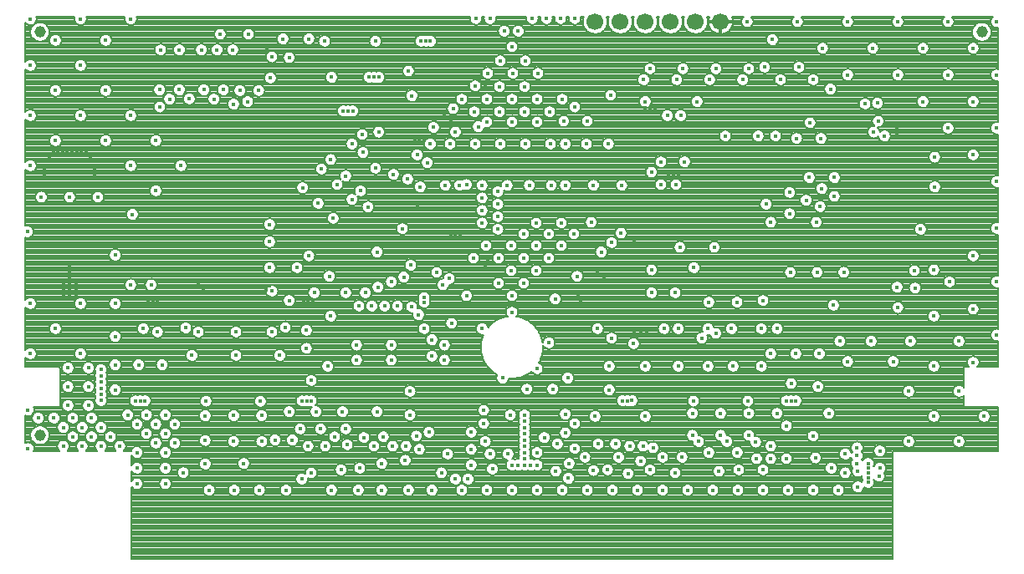
<source format=gbr>
G04 DipTrace 4.0.0.5*
G04 3 - Inner 2.gbr*
%MOIN*%
G04 #@! TF.FileFunction,Copper,L3,Inr*
G04 #@! TF.Part,Single*
%ADD22C,0.045354*%
%ADD27C,0.066929*%
G04 #@! TA.AperFunction,CopperBalancing*
%ADD15C,0.007874*%
%ADD16C,0.011811*%
G04 #@! TA.AperFunction,ViaPad*
%ADD39C,0.017717*%
%FSLAX26Y26*%
G04*
G70*
G90*
G75*
G01*
G04 Inner2_Plane*
%LPD*%
D39*
X2274950Y843701D3*
X724950Y1057175D3*
X2490900Y909650D3*
X2612450Y865576D3*
X959325Y2228076D3*
X1406201Y1493701D3*
D3*
X1996825Y1909325D3*
X2137450Y2128076D3*
X2228077Y2149950D3*
X1052992Y769462D3*
X1353076Y2293701D3*
X1788761Y1829638D3*
D3*
X1418701Y899951D3*
X1487451Y899950D3*
X1946825Y1940576D3*
X2024950Y2006201D3*
X1984327Y2037450D3*
X1253839Y2240024D3*
X1981201Y915576D3*
X1212451Y2296825D3*
X1940576Y874951D3*
X1175098Y2259327D3*
X1887450Y874951D3*
X1134325Y2296825D3*
X1849950Y912449D3*
X1076673Y2260486D3*
X1812450Y874950D3*
X1037303Y2296825D3*
X1772370Y909870D3*
X997933Y2259867D3*
X1706201Y881201D3*
X958563Y2296825D3*
X1656201Y912451D3*
X2043699Y1299950D3*
X2087450Y1518701D3*
X2012450Y1343701D3*
X2062450Y1568701D3*
X3821825Y2171825D3*
X3768890Y2240766D3*
X2256201Y893701D3*
X2543699Y884327D3*
X2759325Y1687451D3*
X2678076Y1768701D3*
X2462451Y849951D3*
X3218454Y893701D3*
X3174950Y1324951D3*
X2759325Y1306201D3*
X3259983Y850050D3*
X3118701Y1306201D3*
X3333524Y891378D3*
X3456201Y956201D3*
X3393701Y874951D3*
X3534325Y1856201D3*
X3590576Y1831201D3*
X2924951Y868702D3*
X3105954Y893455D3*
X3147088Y849790D3*
X3824951Y756201D3*
X3737450Y806201D3*
X3737451Y837451D3*
Y868701D3*
X2043701Y1234327D3*
X2181201Y1918701D3*
X3846825Y2112451D3*
X949950Y1331201D3*
X1931201Y1549950D3*
X1906365Y1434400D3*
X1881201Y1531201D3*
X1855184Y1434400D3*
X1828076Y1509325D3*
X1804003Y1434400D3*
X1778076Y1487451D3*
X1752822Y1434400D3*
X1112451Y1331201D3*
X1437450Y1237451D3*
X1743701Y1218701D3*
X1881201D3*
X3599951Y2462450D3*
X3499950Y2568701D3*
X3699951D3*
X3799950Y2462451D3*
X3899950Y2568701D3*
X3999950Y2462451D3*
X962451Y2456201D3*
X431201Y1731201D3*
X3949950Y1293701D3*
X1396825Y1587450D3*
X1199950Y2518701D3*
X1312451D3*
X1543701Y1265576D3*
Y1337450D3*
X1709325Y2212450D3*
X1831201Y2346825D3*
X1812450D3*
X949951Y1459325D3*
X1568701Y1456201D3*
X1112451Y1524951D3*
X599950Y1649951D3*
X2037451Y2490576D3*
X1690576Y2212450D3*
X2137451Y1712451D3*
X2387451Y2531201D3*
X2846825Y1284325D3*
X2156201Y1712451D3*
X1793701Y2346825D3*
X2231201Y2337451D3*
X2243701Y1915576D3*
X2893701Y2224951D3*
X2912451D3*
X2306201Y1890576D3*
X2243701Y1865576D3*
X2956201Y2009325D3*
X2306201Y1840576D3*
X2243701Y1815576D3*
X2306201Y1790576D3*
X2243701Y1765576D3*
X2612451Y1484325D3*
X2624950Y1471825D3*
X2306201Y1740576D3*
X1999950Y1840576D3*
X2018701D3*
X2931201Y2224951D3*
X2118701Y1712451D3*
X3099951Y2249951D3*
X1987451Y1828076D3*
X2121825Y1365576D3*
X2243701Y2324950D3*
X2899950Y1331201D3*
X3518701Y1318701D3*
X2256201Y2312451D3*
X2093701Y2199950D3*
X2106201Y2187449D3*
X2118701Y2174950D3*
X1974950Y2103076D3*
X1993701D3*
X2012451D3*
Y1468701D3*
X1824951Y1649951D3*
X2241852Y1586042D3*
X2254352Y1598542D3*
X2266852Y1611042D3*
X1925633Y1742978D3*
X2637451Y1459325D3*
X1890576Y1959325D3*
X1724951Y2081201D3*
X3456201Y824950D3*
X2362451Y799950D3*
X762453Y912451D3*
X2412451Y799950D3*
Y974951D3*
X3668701Y1293701D3*
X799951Y874951D3*
X2462451Y799950D3*
X906202Y924951D3*
X2840429Y1056883D3*
X2412451Y949951D3*
X724951D3*
X2412451Y924950D3*
X593701Y1112451D3*
X2412451Y899950D3*
X943701Y962451D3*
X2412451Y874950D3*
X1765576Y2118701D3*
X2412451Y849950D3*
X1831201Y2128076D3*
X2412451Y824950D3*
X2893701Y2249951D3*
X599950Y1624951D3*
X2746825Y2081201D3*
X943701Y887451D3*
X599950Y1599951D3*
X443701Y1993701D3*
X906202Y999951D3*
X599950Y1574951D3*
X443701Y2193701D3*
X599950Y1549951D3*
X981201Y999951D3*
X599950Y1524951D3*
X443701Y2393701D3*
X599950Y1499950D3*
X981201Y924951D3*
X599950Y1674950D3*
X443701Y2580001D3*
X2662451Y2171825D3*
X981201Y849950D3*
X2262451Y2168701D3*
X643701Y2580001D3*
X1963979Y2272589D3*
X843701Y2580001D3*
X868701Y962451D3*
X1949950Y2371825D3*
X643701Y2393701D3*
X2703076Y1574950D3*
X643701Y2193701D3*
X831201Y999951D3*
X3496316Y2103076D3*
X3593701D3*
X3896825Y2143701D3*
Y2124951D3*
Y2106201D3*
X3337451Y2343701D3*
X3374950Y1840576D3*
X3646825Y1946825D3*
Y1871825D3*
X3393701Y1768701D3*
X3343701Y2112451D3*
X3546825Y1946825D3*
X3631201Y2299951D3*
X3803076Y2128076D3*
X2715576Y1562451D3*
X2728076Y1549951D3*
X1396825Y1759325D3*
X1037450Y2456201D3*
X1187451D3*
X1062451Y2499950D3*
X2837451Y1703076D3*
X2849950Y1690576D3*
X1249951Y2456201D3*
X1374951Y2443701D3*
X1387451Y2456201D3*
X1399951Y2468701D3*
X1043701Y2499950D3*
X1024950D3*
X1728076Y2212450D3*
X2862451Y1678076D3*
X2796825Y1724950D3*
X1396825Y1690576D3*
X943701Y2093701D3*
X2018701Y2490576D3*
X1999950D3*
X4199951Y1634325D3*
X2749951Y1193701D3*
X1743701Y1278076D3*
X1881201D3*
X1528076Y1906201D3*
X1603076Y1981201D3*
X1649951Y1784325D3*
X1724950Y1859325D3*
X1640576Y2018701D3*
X1768701Y2046825D3*
X1818701Y1984325D3*
X1759325Y1893701D3*
X849950Y1799950D3*
X943701Y1893701D3*
X1043701Y1993701D3*
X443701Y1243701D3*
X2362451Y2168701D3*
X2462451D3*
X2096825Y1915576D3*
X2153076D3*
X443701Y1443701D3*
X543701Y1343701D3*
X643701Y1443701D3*
Y1243701D3*
X2037451Y2081201D3*
X2128076Y2221825D3*
X2049950Y2146825D3*
X2115576Y2081201D3*
X781201Y1443701D3*
Y1199950D3*
X893701Y1343701D3*
X1365251Y996951D3*
X1254064Y996828D3*
X1140150Y996757D3*
X862451Y1056201D3*
X3456201D3*
X4046825Y2028076D3*
X881201Y1056201D3*
X899950D3*
X4046825Y1909325D3*
X3474950Y1056201D3*
X3493701D3*
X3781201Y787451D3*
Y768701D3*
Y749950D3*
Y731201D3*
X1681201Y781201D3*
X1756201Y787451D3*
X1843701Y699950D3*
X1749950D3*
X1643701D3*
X1562451Y768701D3*
X1462451Y699950D3*
X1524950Y743701D3*
X1843701Y806201D3*
X1949950Y699950D3*
X2043701D3*
X1937451Y818701D3*
X1356201Y699950D3*
X2612451Y965576D3*
X3337450Y824951D3*
X3493701Y1318701D3*
X3468701D3*
X2874950Y1331201D3*
X2849950D3*
X1256201Y699950D3*
X1140660Y804096D3*
X1549950Y874950D3*
X1599950Y943701D3*
X1699951D3*
X2274950Y2581201D3*
X2215576Y2081201D3*
X2443701Y2581201D3*
X2212451Y2209325D3*
X2718701Y1649951D3*
X2315576Y2081201D3*
X2415575D3*
X2499950Y2581201D3*
X2556201D3*
X2612451D3*
X2215576Y2312451D3*
X1018701Y887451D3*
X2515577Y2081201D3*
X2331201Y2531201D3*
X981201Y787451D3*
X3024950Y1956201D3*
X2956201Y1918701D3*
X2362451Y2468701D3*
X2081201Y768701D3*
X2162450Y2259325D3*
X1518701Y943701D3*
X2262450Y2259325D3*
X1993701Y862451D3*
X2031201Y931201D3*
X1474950Y1012450D3*
X1581201Y1012451D3*
X1406201Y1331201D3*
X1687451Y1012451D3*
X2106201Y843701D3*
X1156201Y699950D3*
X1562451Y1137451D3*
X2362450Y2259325D3*
X4143701Y1093701D3*
X4293701Y1931201D3*
X3471825Y1568701D3*
X3578076D3*
X1956201Y1093701D3*
X3684325Y1568701D3*
X2918701Y1578076D3*
X3087451Y1587451D3*
X3031201Y1668701D3*
X3168701D3*
X3468701Y1887451D3*
X3990576Y1740576D3*
X1262450Y1331201D3*
X2012451Y1449951D3*
X1956201Y999951D3*
X3468701Y1803076D3*
X2199951Y862451D3*
X2462449Y2259325D3*
X1962451Y1431201D3*
X2562451Y2259325D3*
X931201Y1459325D3*
X2312451Y2209325D3*
X2412451D3*
X2512450D3*
X2199951Y931201D3*
X2249951Y965576D3*
X2612451Y2228076D3*
X2137451Y743701D3*
X2199951Y799950D3*
X2187451Y743701D3*
X2249951Y1018701D3*
X2362451Y699950D3*
X2462451D3*
X2574951Y928076D3*
X2537450Y774950D3*
X3624950Y1006201D3*
X2574950Y1003076D3*
X1634325Y1553076D3*
X1628076Y1193701D3*
X1278076Y2293701D3*
X2265577Y2362451D3*
X1309325Y2249951D3*
X3024950Y1343701D3*
X2968701D3*
X3143701D3*
X3237451D3*
X3356201D3*
X3418701D3*
X2315576Y2412450D3*
X3024950Y1193699D3*
X3143701D3*
X3243701D3*
X3356201D3*
X2415576Y2412450D3*
X3896825Y1509325D3*
X3881201Y1212451D3*
X434138Y865575D3*
Y1019623D3*
X687451Y987451D3*
X593699Y1187450D3*
X687453Y912451D3*
X543701Y2093701D3*
Y2293701D3*
Y2493701D3*
X743701D3*
X2312451Y2309325D3*
X2365577Y2362451D3*
X4293701Y2568701D3*
X1824950Y1012451D3*
X4099950Y2143701D3*
X2465577Y2362451D3*
X4293701Y1743701D3*
Y1531201D3*
Y1318701D3*
X2918701Y1968701D3*
X4043701Y1193701D3*
Y993701D3*
X4243701D3*
X4143701Y893701D3*
X3943701Y1093701D3*
X4143701Y1293701D3*
X2412451Y2309325D3*
X4043701Y1578076D3*
X2568701Y2171825D3*
X3965576Y1574951D3*
X3793701Y1293701D3*
X3493701Y1243701D3*
X3393701D3*
X2574950Y2081201D3*
X2659325D3*
X2893701Y1193701D3*
X2574950Y1915576D3*
X2799950D3*
X2343701D3*
X2431201D3*
X2518701D3*
X2693701Y993701D3*
X2893701D3*
X2509327Y1624951D3*
X2459328Y1574951D3*
X2359328D3*
X2559324Y1674950D3*
X2409327Y1624951D3*
X2309327D3*
X2209328D3*
X2362451Y1474950D3*
X2409327Y1524951D3*
X2309327D3*
X2459324Y1674950D3*
X2359323D3*
X3043701Y2381201D3*
X2259325Y1674950D3*
X2687451Y1915576D3*
X2609324Y1721825D3*
X2509323D3*
X2409325D3*
X2093701Y1278076D3*
Y1218701D3*
X2703076Y1343701D3*
X2559323Y1765576D3*
X2459325D3*
X2509325Y1287451D3*
X2324950Y1146825D3*
X2584325D3*
X2918701Y1487451D3*
X3012451D3*
X743701Y2293701D3*
Y2093701D3*
X843701Y2193701D3*
Y1993701D3*
X3643701Y1437451D3*
X3362451Y781201D3*
X3393701Y824951D3*
X1618701Y874951D3*
X487450Y1868701D3*
X599950D3*
X712451D3*
X781202Y1637451D3*
X3699950Y1212451D3*
X2749951Y1099950D3*
X3581201Y1112451D3*
X3012451Y768701D3*
X1293701Y806201D3*
X781201Y1312451D3*
Y1099950D3*
X724951Y874951D3*
X649951Y949951D3*
X612451Y987451D3*
X612453Y912451D3*
X649951Y874951D3*
X574951Y949951D3*
X537451Y987451D3*
X674953Y1112451D3*
X574951Y874951D3*
X674951Y1187451D3*
X474951Y987451D3*
X593701Y1037450D3*
X674950D3*
X1087451Y1237451D3*
X1262450D3*
X2421825Y1103076D3*
X2524950D3*
X2462451Y1184325D3*
X1574950Y1487451D3*
X3174950Y2381201D3*
X3306201D3*
X3368701Y2387451D3*
X3506201D3*
X3562451Y2337451D3*
X3432196Y2337828D3*
X3412451Y2112451D3*
X4099951Y2568701D3*
X3699951Y2356199D3*
X3899950Y2356202D3*
X4099950D3*
X1406201Y2428076D3*
X1399951Y2343701D3*
X1449951Y2499951D3*
X1474951Y2424951D3*
X868701Y849950D3*
X1553076Y2499951D3*
X724950Y1081201D3*
Y1106201D3*
Y1131201D3*
Y1156201D3*
Y1181201D3*
X1143701Y1054575D3*
X1359941Y1054248D3*
X1563022Y1055806D3*
X3085707Y1055339D3*
X3302337Y1055136D3*
X3818701Y2243701D3*
X3999950Y2249953D3*
X3943701Y893701D3*
X4043701Y1393701D3*
X4199949Y2249953D3*
X4199950Y2037451D3*
X1699950Y1487451D3*
X2218701Y2581201D3*
X4293701Y2356201D3*
X1959325Y1596825D3*
X4199950Y2462451D3*
X4293701Y2143701D3*
X4199951Y1421825D3*
X2981201Y2193701D3*
X1124950Y2456201D3*
X874951Y1199950D3*
X968701D3*
X3081201Y1006201D3*
Y918701D3*
X3193701Y1006201D3*
Y918701D3*
X3306201Y1006201D3*
X3034325Y2193701D3*
X2756201Y2274951D3*
X3306201Y918701D3*
X2912451Y2381201D3*
X3049951Y2009325D3*
X843701Y1518701D3*
X924950D3*
X3006201Y1956201D3*
X2987451D3*
X3212451Y2112451D3*
X3015576Y1918701D3*
X3146825Y1449950D3*
X3259325D3*
X3574950Y1768702D3*
X3596825Y1903076D3*
X981201Y724950D3*
X1018701Y962451D3*
X1253076Y893701D3*
X1140276Y897896D3*
X1365576Y893701D3*
X868701Y724950D3*
Y787451D3*
X912451Y1459325D3*
X1640576Y1393701D3*
X2243701Y1343701D3*
X2362451Y1409325D3*
X2665576Y2349951D3*
X2684325D3*
X2703076D3*
X2262451Y699950D3*
X2562451D3*
X2662451D3*
X2762451D3*
X2862451D3*
X2962451D3*
X3062451D3*
X3162451D3*
X3262451D3*
X3362451D3*
X3462451D3*
X3562451D3*
X3662451D3*
X3899951Y1428076D3*
X2162451Y699950D3*
X3968701Y1506201D3*
X4106201Y1531201D3*
X4199951Y1209325D3*
X3549951Y2165576D3*
X1506201Y1587451D3*
X1590576Y1843701D3*
X1665576Y1918701D3*
X2346825Y843701D3*
X2284325Y784325D3*
X2587451Y746825D3*
X2774951Y884325D3*
X2706201D3*
X2653076Y831201D3*
X2687450Y778075D3*
X2831201Y874950D3*
X2743701Y781201D3*
X2874951Y815576D3*
X2884325Y874950D3*
X2912451Y781201D3*
X2787451Y831201D3*
X2962450D3*
X3040576D3*
X1699951Y1953076D3*
X3562451Y915576D3*
X3474950Y1124950D3*
X3587451Y1243701D3*
X3418701Y1006201D3*
X3571825Y828076D3*
X1615576Y2490576D3*
X3690576Y768701D3*
X3781201Y806201D3*
X2590576D3*
X1818701Y2490576D3*
X1643701Y2346825D3*
X2412451Y999951D3*
X2387451Y799951D3*
X2437451D3*
X1990576Y1399951D3*
X1553076Y1634325D3*
X1474950Y1456201D3*
X2181201Y1474951D3*
X1459257Y1348831D3*
X2112451Y1543701D3*
X1062451Y1346825D3*
X1131201Y1506201D3*
X1396825Y1515576D3*
X1381201Y1499950D3*
X1549950Y1456201D3*
X1531201D3*
X2534325Y1462451D3*
X2621825Y1553076D3*
X3299951Y2568701D3*
X574950Y1674950D3*
X624950D3*
X574950Y1649951D3*
X624950D3*
Y1624951D3*
X574950D3*
Y1524951D3*
X624950D3*
Y1499950D3*
X574950D3*
Y1474950D3*
X599950D3*
X624950D3*
X3399951Y2496825D3*
X3018701Y2337450D3*
X3149950D3*
X3281201D3*
X2887451D3*
X3362451Y1456201D3*
X2356201Y999951D3*
X499951Y2012451D3*
Y1993701D3*
Y1974951D3*
Y1956201D3*
X699951Y2012451D3*
Y1993701D3*
Y1974951D3*
Y1956201D3*
X571825Y2049951D3*
X590576D3*
X609325D3*
X628076D3*
X553076D3*
X646825D3*
X665576D3*
X534325D3*
X518701Y2031201D3*
X681201D3*
X3828076Y856201D3*
Y787451D3*
X1544272Y1055806D3*
X2822042Y1056720D3*
X2803293D3*
X1525522Y1055806D3*
X3187451Y774950D3*
X3265576Y781201D3*
X2824951Y765576D3*
X3634325Y787451D3*
X3740576Y774951D3*
Y712451D3*
X3690576Y843701D3*
X469251Y2580446D2*
D15*
X618151D1*
X669246D2*
X818154D1*
X869249D2*
X2193162D1*
X2244241D2*
X2249410D1*
X2300490D2*
X2418163D1*
X2469243D2*
X2474412D1*
X2525491D2*
X2530660D1*
X2581740D2*
X2586909D1*
X2637988D2*
X2644964D1*
X3242442D2*
X3277361D1*
X3322543D2*
X3477365D1*
X3522539D2*
X3677360D1*
X3722542D2*
X3877363D1*
X3922537D2*
X4077366D1*
X4122540D2*
X4271110D1*
X468151Y2572703D2*
X619251D1*
X668154D2*
X819246D1*
X868149D2*
X2194654D1*
X2242750D2*
X2250902D1*
X2298998D2*
X2419655D1*
X2467751D2*
X2475904D1*
X2524000D2*
X2532152D1*
X2580248D2*
X2588400D1*
X2636497D2*
X2643703D1*
X3243695D2*
X3274724D1*
X3325181D2*
X3474727D1*
X3525176D2*
X3674722D1*
X3725179D2*
X3874725D1*
X3925175D2*
X4074729D1*
X4125178D2*
X4268472D1*
X464160Y2564961D2*
X469091D1*
X493311D2*
X623241D1*
X664163D2*
X823237D1*
X864159D2*
X2199221D1*
X2238182D2*
X2255470D1*
X2294431D2*
X2424215D1*
X2463184D2*
X2480471D1*
X2519432D2*
X2536720D1*
X2575681D2*
X2592968D1*
X2631937D2*
X2643688D1*
X3243718D2*
X3274686D1*
X3325219D2*
X3474681D1*
X3525215D2*
X3674684D1*
X3725218D2*
X3874679D1*
X3925221D2*
X4074682D1*
X4125216D2*
X4222220D1*
X4246433D2*
X4268434D1*
X424413Y2557218D2*
X433212D1*
X507275D2*
X633207D1*
X654190D2*
X833210D1*
X854193D2*
X2211747D1*
X2225656D2*
X2267996D1*
X2281904D2*
X2436741D1*
X2450657D2*
X2492990D1*
X2506906D2*
X2549246D1*
X2563154D2*
X2605494D1*
X2619411D2*
X2644895D1*
X3242504D2*
X3277223D1*
X3322682D2*
X3477218D1*
X3522677D2*
X3677221D1*
X3722680D2*
X3877225D1*
X3922675D2*
X4077220D1*
X4122679D2*
X4208248D1*
X4260397D2*
X4270971D1*
X424413Y2549475D2*
X448314D1*
X514096D2*
X2313702D1*
X2348703D2*
X2369950D1*
X2404951D2*
X2647440D1*
X2739958D2*
X2747442D1*
X2839960D2*
X2847443D1*
X2939961D2*
X2947437D1*
X3039963D2*
X3047439D1*
X3139964D2*
X3147440D1*
X3239958D2*
X3283559D1*
X3316346D2*
X3483555D1*
X3516349D2*
X3683558D1*
X3716344D2*
X3883553D1*
X3916347D2*
X4083556D1*
X4116350D2*
X4201436D1*
X4267217D2*
X4277308D1*
X424413Y2541732D2*
X444331D1*
X518071D2*
X1190063D1*
X1209839D2*
X1302568D1*
X1322336D2*
X2308004D1*
X2354401D2*
X2364252D1*
X2410649D2*
X2651562D1*
X2735844D2*
X2751563D1*
X2835838D2*
X2851557D1*
X2935840D2*
X2951559D1*
X3035841D2*
X3051560D1*
X3135843D2*
X3151562D1*
X3235844D2*
X4197452D1*
X4271201D2*
X4299999D1*
X424413Y2533990D2*
X442285D1*
X520116D2*
X1179682D1*
X1220219D2*
X1292187D1*
X1332716D2*
X2305805D1*
X2356592D2*
X2362061D1*
X2412848D2*
X2657806D1*
X2729593D2*
X2757807D1*
X2829594D2*
X2857809D1*
X2929596D2*
X2957803D1*
X3029598D2*
X3057804D1*
X3129599D2*
X3157806D1*
X3229593D2*
X4195415D1*
X4273238D2*
X4299999D1*
X424413Y2526247D2*
X441878D1*
X520532D2*
X1175576D1*
X1224326D2*
X1288081D1*
X1336823D2*
X2306151D1*
X2356254D2*
X2362399D1*
X2412502D2*
X2667710D1*
X2719689D2*
X2767711D1*
X2819690D2*
X2867713D1*
X2919692D2*
X2967714D1*
X3019686D2*
X3067716D1*
X3119687D2*
X3167710D1*
X3219689D2*
X4195000D1*
X4273654D2*
X4299999D1*
X424413Y2518504D2*
X443039D1*
X519363D2*
X1174399D1*
X1225502D2*
X1286904D1*
X1337999D2*
X1432758D1*
X1467144D2*
X1535889D1*
X1570267D2*
X2309150D1*
X2353247D2*
X2365406D1*
X2409503D2*
X3387190D1*
X3412710D2*
X4196161D1*
X4272492D2*
X4299999D1*
X424413Y2510761D2*
X445938D1*
X516472D2*
X524962D1*
X562439D2*
X724965D1*
X762435D2*
X1175707D1*
X1224195D2*
X1288211D1*
X1336692D2*
X1426883D1*
X1473018D2*
X1530007D1*
X1576142D2*
X1600442D1*
X1630706D2*
X1803567D1*
X1833831D2*
X1984816D1*
X2052581D2*
X2316432D1*
X2345965D2*
X2372680D1*
X2402221D2*
X3378693D1*
X3421207D2*
X4199060D1*
X4269594D2*
X4299999D1*
X424413Y2503018D2*
X451074D1*
X511327D2*
X519972D1*
X567430D2*
X719967D1*
X767433D2*
X1179997D1*
X1219904D2*
X1292502D1*
X1332401D2*
X1424592D1*
X1475310D2*
X1527715D1*
X1578433D2*
X1593376D1*
X1637773D2*
X1796501D1*
X1840898D2*
X1977749D1*
X2059648D2*
X3375187D1*
X3424713D2*
X4204196D1*
X4264449D2*
X4299999D1*
X424413Y2495276D2*
X460102D1*
X502308D2*
X518203D1*
X569198D2*
X718199D1*
X769201D2*
X1191132D1*
X1208770D2*
X1303636D1*
X1321267D2*
X1424845D1*
X1475056D2*
X1527969D1*
X1578180D2*
X1590477D1*
X1640680D2*
X1793602D1*
X1843805D2*
X1974850D1*
X2062555D2*
X3374449D1*
X3425451D2*
X4213224D1*
X4255430D2*
X4299999D1*
X424413Y2487533D2*
X518934D1*
X568468D2*
X718929D1*
X768471D2*
X1427737D1*
X1472165D2*
X1530860D1*
X1575288D2*
X1590215D1*
X1640941D2*
X1793340D1*
X1844066D2*
X1974589D1*
X2062816D2*
X2345582D1*
X2379322D2*
X3376210D1*
X3423690D2*
X4299999D1*
X424413Y2479790D2*
X522425D1*
X564977D2*
X722428D1*
X764972D2*
X954127D1*
X970773D2*
X1029130D1*
X1045776D2*
X1116628D1*
X1133275D2*
X1179128D1*
X1195775D2*
X1241628D1*
X1258275D2*
X1434788D1*
X1465121D2*
X1537911D1*
X1568245D2*
X1592499D1*
X1638657D2*
X1795624D1*
X1841782D2*
X1976872D1*
X2060532D2*
X2339523D1*
X2385382D2*
X3381192D1*
X3418715D2*
X3581488D1*
X3618419D2*
X3781483D1*
X3818422D2*
X3981478D1*
X4018417D2*
X4181481D1*
X4218420D2*
X4299999D1*
X424413Y2472047D2*
X530899D1*
X556503D2*
X730902D1*
X756506D2*
X942631D1*
X982269D2*
X1017634D1*
X1057264D2*
X1105133D1*
X1144770D2*
X1167633D1*
X1207270D2*
X1230133D1*
X1269770D2*
X1598358D1*
X1632790D2*
X1801483D1*
X1835915D2*
X1982732D1*
X2054665D2*
X2337124D1*
X2387773D2*
X3576336D1*
X3623571D2*
X3776331D1*
X3823566D2*
X3976334D1*
X4023569D2*
X4176337D1*
X4223564D2*
X4299999D1*
X424413Y2464304D2*
X938264D1*
X986636D2*
X1013259D1*
X1061640D2*
X1100765D1*
X1149138D2*
X1163265D1*
X1211638D2*
X1225765D1*
X1274138D2*
X2337293D1*
X2387611D2*
X3574467D1*
X3625431D2*
X3774470D1*
X3825434D2*
X3974466D1*
X4025430D2*
X4174469D1*
X4225433D2*
X4299999D1*
X424413Y2456562D2*
X936903D1*
X987998D2*
X1011898D1*
X1063001D2*
X1099404D1*
X1150499D2*
X1161904D1*
X1212999D2*
X1224404D1*
X1275499D2*
X2340077D1*
X2384820D2*
X3575113D1*
X3624793D2*
X3775108D1*
X3824789D2*
X3975111D1*
X4024792D2*
X4175107D1*
X4224787D2*
X4299999D1*
X424413Y2448819D2*
X938025D1*
X986875D2*
X1013028D1*
X1061878D2*
X1100527D1*
X1149376D2*
X1163027D1*
X1211876D2*
X1225527D1*
X1274376D2*
X1391888D1*
X1420515D2*
X1467560D1*
X1482338D2*
X2346897D1*
X2378000D2*
X3578489D1*
X3621410D2*
X3778492D1*
X3821413D2*
X3978487D1*
X4021408D2*
X4178490D1*
X4221411D2*
X4299999D1*
X424413Y2441076D2*
X942054D1*
X982846D2*
X1017058D1*
X1057849D2*
X1104556D1*
X1145347D2*
X1167056D1*
X1207847D2*
X1229556D1*
X1270347D2*
X1384337D1*
X1428066D2*
X1455373D1*
X1494534D2*
X3586655D1*
X3613244D2*
X3786658D1*
X3813239D2*
X3986661D1*
X4013242D2*
X4186656D1*
X4213237D2*
X4299999D1*
X424413Y2433333D2*
X952158D1*
X972742D2*
X1027162D1*
X1047745D2*
X1114660D1*
X1135243D2*
X1177160D1*
X1197743D2*
X1239660D1*
X1260243D2*
X1381215D1*
X1431188D2*
X1450859D1*
X1499040D2*
X2301476D1*
X2329671D2*
X2401477D1*
X2429673D2*
X4299999D1*
X424413Y2425591D2*
X1380777D1*
X1431626D2*
X1449406D1*
X1500493D2*
X2293802D1*
X2337353D2*
X2393795D1*
X2437355D2*
X4299999D1*
X424413Y2417848D2*
X437418D1*
X449981D2*
X637421D1*
X649984D2*
X1382861D1*
X1429542D2*
X1450444D1*
X1499463D2*
X2290618D1*
X2340529D2*
X2390620D1*
X2440530D2*
X4299999D1*
X463037Y2410105D2*
X624364D1*
X663041D2*
X1388374D1*
X1424029D2*
X1454342D1*
X1495556D2*
X2290134D1*
X2341013D2*
X2390135D1*
X2441015D2*
X3357909D1*
X3379491D2*
X3495412D1*
X3516994D2*
X4299999D1*
X467690Y2402362D2*
X619712D1*
X667685D2*
X1464016D1*
X1485883D2*
X2292171D1*
X2338976D2*
X2392173D1*
X2438977D2*
X2898801D1*
X2926105D2*
X3030053D1*
X3057349D2*
X3161297D1*
X3188600D2*
X3292548D1*
X3319852D2*
X3348143D1*
X3389257D2*
X3485638D1*
X3526760D2*
X4299999D1*
X469235Y2394619D2*
X618166D1*
X669238D2*
X1939486D1*
X1960415D2*
X2297608D1*
X2333547D2*
X2397602D1*
X2433548D2*
X2890850D1*
X2934048D2*
X3022102D1*
X3065300D2*
X3153353D1*
X3196551D2*
X3284597D1*
X3327803D2*
X3344206D1*
X3393194D2*
X3481709D1*
X3530689D2*
X4299999D1*
X468289Y2386877D2*
X619112D1*
X668292D2*
X1929498D1*
X1970404D2*
X2260706D1*
X2270447D2*
X2360708D1*
X2370449D2*
X2460709D1*
X2470442D2*
X2887559D1*
X2937347D2*
X3018811D1*
X3068591D2*
X3150055D1*
X3199842D2*
X3281306D1*
X3331094D2*
X3343153D1*
X3394248D2*
X3480656D1*
X3531743D2*
X4299999D1*
X464514Y2379134D2*
X622888D1*
X664517D2*
X1925499D1*
X1974395D2*
X2246488D1*
X2284665D2*
X2346490D1*
X2384666D2*
X2446491D1*
X2484668D2*
X2886990D1*
X2937916D2*
X3018234D1*
X3069168D2*
X3149486D1*
X3200411D2*
X3280737D1*
X3331663D2*
X3344590D1*
X3392810D2*
X3482086D1*
X3530313D2*
X3689825D1*
X3710077D2*
X3889812D1*
X3910088D2*
X4089815D1*
X4110083D2*
X4283567D1*
X424413Y2371391D2*
X432166D1*
X455233D2*
X632169D1*
X655236D2*
X1639789D1*
X1647615D2*
X1789788D1*
X1797614D2*
X1808535D1*
X1816361D2*
X1827289D1*
X1835115D2*
X1924399D1*
X1975494D2*
X2241698D1*
X2289455D2*
X2341699D1*
X2389457D2*
X2441693D1*
X2489459D2*
X2888928D1*
X2935978D2*
X3020172D1*
X3067230D2*
X3151423D1*
X3198474D2*
X3282675D1*
X3329725D2*
X3349066D1*
X3388334D2*
X3486561D1*
X3525837D2*
X3679605D1*
X3720296D2*
X3879601D1*
X3920299D2*
X4079604D1*
X4120295D2*
X4273355D1*
X424413Y2363648D2*
X1384491D1*
X1415417D2*
X1624741D1*
X1662664D2*
X1774739D1*
X1850164D2*
X1925791D1*
X1974110D2*
X2240052D1*
X2291101D2*
X2340054D1*
X2391103D2*
X2440055D1*
X2491096D2*
X2894195D1*
X2930711D2*
X3025447D1*
X3061955D2*
X3156691D1*
X3193206D2*
X3287942D1*
X3324458D2*
X3361084D1*
X3376316D2*
X3498580D1*
X3513819D2*
X3675545D1*
X3724356D2*
X3875548D1*
X3924352D2*
X4075544D1*
X4124355D2*
X4269295D1*
X424413Y2355906D2*
X1377617D1*
X1422283D2*
X1619873D1*
X1667524D2*
X1769872D1*
X1855024D2*
X1930197D1*
X1969704D2*
X2240906D1*
X2290247D2*
X2340907D1*
X2390249D2*
X2440909D1*
X2490251D2*
X2870150D1*
X2904751D2*
X3001402D1*
X3036003D2*
X3132653D1*
X3167247D2*
X3263905D1*
X3298498D2*
X3414480D1*
X3449912D2*
X3545147D1*
X3579756D2*
X3674399D1*
X3725502D2*
X3874403D1*
X3925498D2*
X4074398D1*
X4125501D2*
X4268149D1*
X424413Y2348163D2*
X1374802D1*
X1425098D2*
X1618189D1*
X1669215D2*
X1768188D1*
X1856715D2*
X1941862D1*
X1958039D2*
X2244566D1*
X2286587D2*
X2344567D1*
X2386589D2*
X2444561D1*
X2486590D2*
X2864337D1*
X2910565D2*
X2995589D1*
X3041816D2*
X3126832D1*
X3173068D2*
X3258084D1*
X3304311D2*
X3408905D1*
X3455486D2*
X3539334D1*
X3585569D2*
X3675737D1*
X3724164D2*
X3875740D1*
X3924160D2*
X4075744D1*
X4124163D2*
X4269487D1*
X424413Y2340420D2*
X1374618D1*
X1425282D2*
X1618989D1*
X1668408D2*
X1768995D1*
X1855908D2*
X2253486D1*
X2277675D2*
X2353479D1*
X2377669D2*
X2453481D1*
X2477671D2*
X2862076D1*
X2912825D2*
X2993328D1*
X3044077D2*
X3124579D1*
X3175321D2*
X3255831D1*
X3306572D2*
X3406783D1*
X3457609D2*
X3537081D1*
X3587822D2*
X3680082D1*
X3719827D2*
X3880077D1*
X3919823D2*
X4080080D1*
X4119818D2*
X4273832D1*
X424413Y2332677D2*
X1376986D1*
X1422914D2*
X1622588D1*
X1664809D2*
X1772586D1*
X1852309D2*
X2200498D1*
X2230654D2*
X2303421D1*
X2321482D2*
X2403423D1*
X2421484D2*
X2862361D1*
X2912541D2*
X2993612D1*
X3043785D2*
X3124864D1*
X3175036D2*
X3256115D1*
X3306288D2*
X3407183D1*
X3457209D2*
X3537365D1*
X3587538D2*
X3691424D1*
X3708478D2*
X3891427D1*
X3908473D2*
X4091430D1*
X4108468D2*
X4285174D1*
X424413Y2324934D2*
X1383007D1*
X1416893D2*
X1631338D1*
X1656066D2*
X1781337D1*
X1843566D2*
X2193400D1*
X2237751D2*
X2292440D1*
X2332463D2*
X2392442D1*
X2432464D2*
X2865298D1*
X2909603D2*
X2996542D1*
X3040855D2*
X3127794D1*
X3172106D2*
X3259045D1*
X3303358D2*
X3410266D1*
X3454125D2*
X3540295D1*
X3584608D2*
X4299999D1*
X424413Y2317192D2*
X535074D1*
X552328D2*
X735077D1*
X752323D2*
X943685D1*
X973441D2*
X1022425D1*
X1052182D2*
X1119451D1*
X1149200D2*
X1197576D1*
X1227325D2*
X1269449D1*
X1286703D2*
X1344452D1*
X1361698D2*
X2190486D1*
X2240666D2*
X2288181D1*
X2336723D2*
X2388182D1*
X2436716D2*
X2872419D1*
X2902483D2*
X3003670D1*
X3033727D2*
X3134922D1*
X3164978D2*
X3266173D1*
X3296230D2*
X3417717D1*
X3446674D2*
X3547423D1*
X3577480D2*
X3612638D1*
X3649769D2*
X4299999D1*
X424413Y2309449D2*
X523801D1*
X563600D2*
X723804D1*
X763596D2*
X936472D1*
X980654D2*
X1015212D1*
X1059394D2*
X1112230D1*
X1156420D2*
X1190363D1*
X1234545D2*
X1258176D1*
X1297975D2*
X1333179D1*
X1372978D2*
X2190209D1*
X2240943D2*
X2286904D1*
X2337999D2*
X2386898D1*
X2438001D2*
X3607540D1*
X3654859D2*
X4299999D1*
X424413Y2301706D2*
X519480D1*
X567922D2*
X719483D1*
X767925D2*
X933496D1*
X983630D2*
X1012236D1*
X1062370D2*
X1109262D1*
X1159388D2*
X1187387D1*
X1237513D2*
X1253855D1*
X1302297D2*
X1328858D1*
X1377300D2*
X2192477D1*
X2238674D2*
X2288104D1*
X2336799D2*
X2388105D1*
X2436801D2*
X3605709D1*
X3656689D2*
X4299999D1*
X424413Y2293963D2*
X518149D1*
X569252D2*
X718153D1*
X769248D2*
X933181D1*
X983945D2*
X1011921D1*
X1062685D2*
X1108939D1*
X1159711D2*
X1187064D1*
X1237836D2*
X1252524D1*
X1303627D2*
X1327528D1*
X1378623D2*
X1950682D1*
X1977271D2*
X2198314D1*
X2232838D2*
X2292241D1*
X2332663D2*
X2392242D1*
X2432664D2*
X2739545D1*
X2772854D2*
X3606386D1*
X3656020D2*
X4299999D1*
X424413Y2286220D2*
X519303D1*
X568099D2*
X719306D1*
X768094D2*
X935395D1*
X981731D2*
X1014136D1*
X1060471D2*
X1111161D1*
X1157489D2*
X1189286D1*
X1235614D2*
X1253686D1*
X1302474D2*
X1328681D1*
X1377469D2*
X1942516D1*
X1985445D2*
X2302752D1*
X2322151D2*
X2402754D1*
X2422153D2*
X2733362D1*
X2779036D2*
X3609808D1*
X3652598D2*
X4299999D1*
X424413Y2278478D2*
X523378D1*
X564023D2*
X723381D1*
X764019D2*
X941147D1*
X975979D2*
X980809D1*
X1015057D2*
X1019887D1*
X1054719D2*
X1058873D1*
X1094474D2*
X1116905D1*
X1151745D2*
X1158613D1*
X1229870D2*
X1257753D1*
X1298398D2*
X1332756D1*
X1373394D2*
X1939140D1*
X1988820D2*
X2145964D1*
X2178935D2*
X2245965D1*
X2278936D2*
X2345967D1*
X2378938D2*
X2445961D1*
X2478932D2*
X2545962D1*
X2578941D2*
X2730902D1*
X2781497D2*
X3618082D1*
X3644324D2*
X4299999D1*
X424413Y2270735D2*
X533651D1*
X553750D2*
X733647D1*
X753753D2*
X974896D1*
X1020970D2*
X1053344D1*
X1100002D2*
X1152331D1*
X1197866D2*
X1268026D1*
X1288125D2*
X1295070D1*
X1323574D2*
X1343022D1*
X1363128D2*
X1938494D1*
X1989459D2*
X2139682D1*
X2185217D2*
X2239683D1*
X2285219D2*
X2339685D1*
X2385220D2*
X2439686D1*
X2485214D2*
X2539688D1*
X2585215D2*
X2731009D1*
X2781389D2*
X2879447D1*
X2907950D2*
X3085701D1*
X3114205D2*
X3985700D1*
X4014203D2*
X4185695D1*
X4214206D2*
X4299999D1*
X424413Y2262992D2*
X972582D1*
X1023284D2*
X1051253D1*
X1102094D2*
X1149816D1*
X1200381D2*
X1243797D1*
X1263880D2*
X1287488D1*
X1331163D2*
X1940363D1*
X1987598D2*
X2137175D1*
X2187731D2*
X2237169D1*
X2287725D2*
X2337170D1*
X2387727D2*
X2437172D1*
X2487728D2*
X2537173D1*
X2587730D2*
X2733731D1*
X2778675D2*
X2871865D1*
X2915540D2*
X3078112D1*
X3121794D2*
X3757184D1*
X3780597D2*
X3802383D1*
X3835016D2*
X3978110D1*
X4021793D2*
X4178106D1*
X4221788D2*
X4299999D1*
X424413Y2255249D2*
X972820D1*
X1023046D2*
X1051683D1*
X1101663D2*
X1149885D1*
X1200311D2*
X1233524D1*
X1274153D2*
X1284351D1*
X1334300D2*
X1945515D1*
X1982446D2*
X2137236D1*
X2187662D2*
X2237238D1*
X2287664D2*
X2337239D1*
X2387665D2*
X2437233D1*
X2487659D2*
X2537235D1*
X2587668D2*
X2740414D1*
X2771993D2*
X2868720D1*
X2918677D2*
X3074975D1*
X3124932D2*
X3748018D1*
X3789763D2*
X3796008D1*
X3841398D2*
X3974973D1*
X4024930D2*
X4174968D1*
X4224925D2*
X4299999D1*
X424413Y2247507D2*
X943185D1*
X1020178D2*
X1054797D1*
X1098549D2*
X1152554D1*
X1197643D2*
X1229448D1*
X1278229D2*
X1283897D1*
X1334754D2*
X2139904D1*
X2185002D2*
X2239898D1*
X2284996D2*
X2339900D1*
X2384997D2*
X2439901D1*
X2484999D2*
X2539903D1*
X2585000D2*
X2596313D1*
X2628592D2*
X2868274D1*
X2919131D2*
X3074521D1*
X3125385D2*
X3744274D1*
X3843958D2*
X3974519D1*
X4025384D2*
X4174522D1*
X4225379D2*
X4299999D1*
X424413Y2239764D2*
X936703D1*
X1013181D2*
X1062325D1*
X1091021D2*
X1159128D1*
X1191069D2*
X1228287D1*
X1279390D2*
X1285966D1*
X1332686D2*
X2110215D1*
X2178420D2*
X2246481D1*
X2278421D2*
X2346474D1*
X2378423D2*
X2446476D1*
X2478424D2*
X2546477D1*
X2578426D2*
X2589831D1*
X2635074D2*
X2870342D1*
X2917062D2*
X3076589D1*
X3123309D2*
X3743359D1*
X3843935D2*
X3976596D1*
X4023308D2*
X4176591D1*
X4223303D2*
X4299999D1*
X424413Y2232021D2*
X934088D1*
X984560D2*
X1229618D1*
X1278060D2*
X1291456D1*
X1327195D2*
X1674615D1*
X1744034D2*
X2104717D1*
X2151429D2*
X2201759D1*
X2223149D2*
X2301760D1*
X2323143D2*
X2401754D1*
X2423145D2*
X2501756D1*
X2523146D2*
X2587216D1*
X2637688D2*
X2875833D1*
X2911572D2*
X3082080D1*
X3117819D2*
X3744935D1*
X3841321D2*
X3982086D1*
X4017817D2*
X4182081D1*
X4217813D2*
X4299999D1*
X424413Y2224278D2*
X934065D1*
X984583D2*
X1233939D1*
X1273738D2*
X1668033D1*
X1750624D2*
X2102649D1*
X2153506D2*
X2191924D1*
X2232976D2*
X2291925D1*
X2332978D2*
X2391927D1*
X2432979D2*
X2491921D1*
X2532981D2*
X2587193D1*
X2637711D2*
X3749626D1*
X3788156D2*
X3802552D1*
X3834854D2*
X4299999D1*
X424413Y2216535D2*
X433335D1*
X454072D2*
X633330D1*
X654067D2*
X833333D1*
X854070D2*
X936626D1*
X982023D2*
X1245204D1*
X1262473D2*
X1665364D1*
X1753284D2*
X2103095D1*
X2153052D2*
X2187971D1*
X2236929D2*
X2287973D1*
X2336930D2*
X2387974D1*
X2436932D2*
X2487968D1*
X2536926D2*
X2589754D1*
X2635151D2*
X2970828D1*
X2991573D2*
X3023955D1*
X3044692D2*
X3762990D1*
X3774784D2*
X4299999D1*
X464122Y2208793D2*
X623280D1*
X664125D2*
X823283D1*
X864120D2*
X943000D1*
X975648D2*
X1665295D1*
X1753353D2*
X2106232D1*
X2149922D2*
X2186903D1*
X2237998D2*
X2286904D1*
X2337999D2*
X2386906D1*
X2438001D2*
X2486907D1*
X2537994D2*
X2596128D1*
X2628776D2*
X2960778D1*
X3001623D2*
X3013905D1*
X3054750D2*
X4299999D1*
X468136Y2201050D2*
X619266D1*
X668139D2*
X819269D1*
X868134D2*
X1667802D1*
X1750847D2*
X2113814D1*
X2142341D2*
X2188325D1*
X2236583D2*
X2288327D1*
X2336576D2*
X2388320D1*
X2436578D2*
X2488322D1*
X2536580D2*
X2956764D1*
X3005637D2*
X3009891D1*
X3058764D2*
X4299999D1*
X469251Y2193307D2*
X618151D1*
X669246D2*
X818154D1*
X869249D2*
X1674076D1*
X1744572D2*
X2192777D1*
X2232123D2*
X2258876D1*
X2266026D2*
X2292779D1*
X2332124D2*
X2358877D1*
X2366027D2*
X2392780D1*
X2432126D2*
X2458879D1*
X2466029D2*
X2492774D1*
X2532120D2*
X2555589D1*
X2581809D2*
X2649347D1*
X2675559D2*
X2955649D1*
X3059871D2*
X3808719D1*
X3834931D2*
X4299999D1*
X467874Y2185564D2*
X619527D1*
X667877D2*
X819523D1*
X867880D2*
X2204688D1*
X2220212D2*
X2243528D1*
X2281374D2*
X2304690D1*
X2320213D2*
X2343529D1*
X2381375D2*
X2404691D1*
X2420215D2*
X2443531D1*
X2481377D2*
X2504685D1*
X2520216D2*
X2547308D1*
X2590091D2*
X2641058D1*
X2683841D2*
X2957026D1*
X3005376D2*
X3010152D1*
X3058502D2*
X3534543D1*
X3565361D2*
X3800438D1*
X3843213D2*
X4299999D1*
X463491Y2177822D2*
X623910D1*
X663494D2*
X823913D1*
X863490D2*
X2238637D1*
X2286264D2*
X2338639D1*
X2386258D2*
X2438640D1*
X2486260D2*
X2543886D1*
X2593512D2*
X2637636D1*
X2687262D2*
X2961409D1*
X3000993D2*
X3014535D1*
X3054112D2*
X3527638D1*
X3572266D2*
X3797008D1*
X3846642D2*
X4299999D1*
X424413Y2170079D2*
X435480D1*
X451919D2*
X635483D1*
X651922D2*
X835478D1*
X851917D2*
X2040649D1*
X2059256D2*
X2212862D1*
X2287964D2*
X2336939D1*
X2387965D2*
X2436941D1*
X2487967D2*
X2543209D1*
X2594189D2*
X2636959D1*
X2687939D2*
X2972982D1*
X2989420D2*
X3026108D1*
X3042547D2*
X3524816D1*
X3575088D2*
X3796339D1*
X3847319D2*
X4299999D1*
X424413Y2162336D2*
X2029861D1*
X2070044D2*
X2205849D1*
X2287172D2*
X2337731D1*
X2387173D2*
X2437733D1*
X2487167D2*
X2545040D1*
X2592359D2*
X2638790D1*
X2686109D2*
X3524616D1*
X3575288D2*
X3798161D1*
X3845489D2*
X4082856D1*
X4117050D2*
X4276608D1*
X424413Y2154593D2*
X2025647D1*
X2074250D2*
X2202966D1*
X2283588D2*
X2341315D1*
X2383590D2*
X2441309D1*
X2483591D2*
X2550130D1*
X2587276D2*
X2643880D1*
X2681026D2*
X3526969D1*
X3572935D2*
X3803252D1*
X3840398D2*
X4076920D1*
X4122978D2*
X4270672D1*
X424413Y2146850D2*
X1814263D1*
X1848134D2*
X2024401D1*
X2075504D2*
X2120512D1*
X2154382D2*
X2202720D1*
X2274892D2*
X2350012D1*
X2374893D2*
X2450013D1*
X2474895D2*
X3532959D1*
X3566945D2*
X3786143D1*
X3820013D2*
X4074598D1*
X4125301D2*
X4268349D1*
X424413Y2139108D2*
X1750764D1*
X1780390D2*
X1808242D1*
X1854162D2*
X2025631D1*
X2074266D2*
X2114491D1*
X2160411D2*
X2205027D1*
X2251131D2*
X3780114D1*
X3826034D2*
X4074829D1*
X4125070D2*
X4268580D1*
X424413Y2131365D2*
X1743505D1*
X1787641D2*
X1805866D1*
X1856531D2*
X2029814D1*
X2070083D2*
X2112115D1*
X2162779D2*
X2210924D1*
X2245233D2*
X3195676D1*
X3229224D2*
X3326928D1*
X3360475D2*
X3395679D1*
X3429227D2*
X3777746D1*
X3863597D2*
X4077689D1*
X4122209D2*
X4271441D1*
X424413Y2123622D2*
X1740521D1*
X1790632D2*
X1806051D1*
X1856346D2*
X2040510D1*
X2059387D2*
X2112299D1*
X2162595D2*
X3189563D1*
X3235337D2*
X3320815D1*
X3366588D2*
X3389566D1*
X3435340D2*
X3481701D1*
X3510928D2*
X3579088D1*
X3608315D2*
X3777930D1*
X3869710D2*
X4084671D1*
X4115235D2*
X4278423D1*
X424413Y2115879D2*
X531898D1*
X555503D2*
X731894D1*
X755506D2*
X931897D1*
X955502D2*
X1740183D1*
X1790963D2*
X1808865D1*
X1853539D2*
X2115114D1*
X2159788D2*
X3187141D1*
X3237767D2*
X3318385D1*
X3369011D2*
X3387136D1*
X3437762D2*
X3474335D1*
X3518302D2*
X3571714D1*
X3615689D2*
X3780737D1*
X3872140D2*
X4299999D1*
X424413Y2108136D2*
X522794D1*
X564608D2*
X722789D1*
X764611D2*
X922792D1*
X964606D2*
X1742390D1*
X1788763D2*
X1815732D1*
X1846673D2*
X2121980D1*
X2152921D2*
X3187279D1*
X3237621D2*
X3318531D1*
X3368872D2*
X3387282D1*
X3437624D2*
X3471290D1*
X3521347D2*
X3568669D1*
X3618726D2*
X3787604D1*
X3871994D2*
X4299999D1*
X424413Y2100394D2*
X519072D1*
X568329D2*
X719068D1*
X768332D2*
X919071D1*
X968328D2*
X1708518D1*
X1741389D2*
X1748111D1*
X1783042D2*
X2021018D1*
X2053889D2*
X2099143D1*
X2132014D2*
X2199136D1*
X2232015D2*
X2299138D1*
X2332009D2*
X2399140D1*
X2432010D2*
X2499141D1*
X2532012D2*
X2558511D1*
X2591382D2*
X2642888D1*
X2675759D2*
X2730386D1*
X2763265D2*
X3190032D1*
X3234868D2*
X3321284D1*
X3366119D2*
X3390035D1*
X3434871D2*
X3470913D1*
X3521724D2*
X3568292D1*
X3619103D2*
X3824406D1*
X3869241D2*
X4299999D1*
X424413Y2092651D2*
X518173D1*
X569229D2*
X718176D1*
X769232D2*
X918171D1*
X969228D2*
X1702205D1*
X1747694D2*
X2014705D1*
X2060194D2*
X2092830D1*
X2138319D2*
X2192831D1*
X2238320D2*
X2292833D1*
X2338322D2*
X2392826D1*
X2438324D2*
X2492836D1*
X2538325D2*
X2552206D1*
X2597695D2*
X2636583D1*
X2682072D2*
X2724081D1*
X2769570D2*
X3196791D1*
X3228109D2*
X3328043D1*
X3359360D2*
X3396794D1*
X3428112D2*
X3473066D1*
X3519563D2*
X3570453D1*
X3616950D2*
X3831165D1*
X3862482D2*
X4299999D1*
X424413Y2084908D2*
X519764D1*
X567637D2*
X719760D1*
X767640D2*
X919763D1*
X967636D2*
X1699682D1*
X1750224D2*
X2012182D1*
X2062724D2*
X2090307D1*
X2140849D2*
X2190301D1*
X2240850D2*
X2290303D1*
X2340852D2*
X2390304D1*
X2440846D2*
X2490306D1*
X2540847D2*
X2549676D1*
X2600225D2*
X2634053D1*
X2684594D2*
X2721551D1*
X2772100D2*
X3478702D1*
X3513934D2*
X3576082D1*
X3611314D2*
X4299999D1*
X424413Y2077165D2*
X524478D1*
X562924D2*
X724481D1*
X762919D2*
X924476D1*
X962922D2*
X1699729D1*
X1750170D2*
X2012229D1*
X2062670D2*
X2090354D1*
X2140795D2*
X2190355D1*
X2240796D2*
X2290357D1*
X2340798D2*
X2390358D1*
X2440792D2*
X2490360D1*
X2540801D2*
X2549730D1*
X2600171D2*
X2634107D1*
X2684548D2*
X2721605D1*
X2772046D2*
X4299999D1*
X424413Y2069423D2*
X538034D1*
X549367D2*
X738030D1*
X749370D2*
X938033D1*
X949366D2*
X1702381D1*
X1747525D2*
X1757784D1*
X1779621D2*
X2014881D1*
X2060025D2*
X2093006D1*
X2138150D2*
X2193008D1*
X2238144D2*
X2293002D1*
X2338145D2*
X2393003D1*
X2438147D2*
X2493005D1*
X2538148D2*
X2552383D1*
X2597519D2*
X2636752D1*
X2681895D2*
X2724258D1*
X2769394D2*
X4299999D1*
X424413Y2061680D2*
X1708925D1*
X1740973D2*
X1748103D1*
X1789302D2*
X1978426D1*
X1990227D2*
X2021425D1*
X2053473D2*
X2099550D1*
X2131598D2*
X2199552D1*
X2231600D2*
X2299553D1*
X2331601D2*
X2399547D1*
X2431603D2*
X2499556D1*
X2531604D2*
X2558927D1*
X2590975D2*
X2643303D1*
X2675351D2*
X2730802D1*
X2762850D2*
X4194038D1*
X4205856D2*
X4299999D1*
X424413Y2053937D2*
X1744189D1*
X1793208D2*
X1965061D1*
X2003592D2*
X4180682D1*
X4219220D2*
X4299999D1*
X424413Y2046194D2*
X1743159D1*
X1794246D2*
X1960371D1*
X2008282D2*
X4029153D1*
X4064492D2*
X4175991D1*
X4223910D2*
X4299999D1*
X424413Y2038451D2*
X1624849D1*
X1656305D2*
X1744612D1*
X1792793D2*
X1958794D1*
X2009859D2*
X4023555D1*
X4070098D2*
X4174423D1*
X4225479D2*
X4299999D1*
X424413Y2030709D2*
X1618128D1*
X1663018D2*
X1749110D1*
X1788287D2*
X1959709D1*
X2008944D2*
X2020610D1*
X2029290D2*
X2942923D1*
X2969481D2*
X3036673D1*
X3063231D2*
X4021417D1*
X4072236D2*
X4175338D1*
X4224564D2*
X4299999D1*
X424413Y2022966D2*
X1615398D1*
X1665755D2*
X1761283D1*
X1776122D2*
X1963454D1*
X2043961D2*
X2934742D1*
X2977655D2*
X3028492D1*
X3071405D2*
X4021810D1*
X4071843D2*
X4179075D1*
X4220819D2*
X4299999D1*
X424413Y2015223D2*
X430666D1*
X456740D2*
X830665D1*
X856738D2*
X1030668D1*
X1056734D2*
X1615267D1*
X1665886D2*
X1972620D1*
X1996033D2*
X2001102D1*
X2048798D2*
X2931358D1*
X2981039D2*
X3025116D1*
X3074789D2*
X4024870D1*
X4068783D2*
X4188248D1*
X4211653D2*
X4299999D1*
X465068Y2007480D2*
X822337D1*
X865066D2*
X1022340D1*
X1065061D2*
X1617713D1*
X1663440D2*
X1809134D1*
X1828272D2*
X1999433D1*
X2050467D2*
X2930720D1*
X2981684D2*
X3024470D1*
X3075434D2*
X4032290D1*
X4061363D2*
X4299999D1*
X468505Y1999738D2*
X818900D1*
X868503D2*
X1018895D1*
X1068506D2*
X1585871D1*
X1657289D2*
X1798531D1*
X1838868D2*
X2000256D1*
X2049644D2*
X2932581D1*
X2979824D2*
X3026331D1*
X3073574D2*
X4299999D1*
X469197Y1991995D2*
X818208D1*
X869195D2*
X1018211D1*
X1069191D2*
X1580004D1*
X1626154D2*
X1794371D1*
X1843036D2*
X2003878D1*
X2046022D2*
X2909513D1*
X2927889D2*
X2937725D1*
X2974679D2*
X3031475D1*
X3068429D2*
X4299999D1*
X467382Y1984252D2*
X820023D1*
X867381D2*
X1020026D1*
X1067376D2*
X1577712D1*
X1628438D2*
X1793148D1*
X1844251D2*
X2012698D1*
X2037202D2*
X2898640D1*
X2938762D2*
X4299999D1*
X462315Y1976509D2*
X825090D1*
X862313D2*
X1025093D1*
X1062309D2*
X1577974D1*
X1628177D2*
X1691155D1*
X1708747D2*
X1794417D1*
X1842990D2*
X1871957D1*
X1909196D2*
X2894411D1*
X2942991D2*
X4299999D1*
X424413Y1968766D2*
X1580872D1*
X1625278D2*
X1680005D1*
X1719896D2*
X1798646D1*
X1838753D2*
X1866898D1*
X1914256D2*
X2893149D1*
X2944252D2*
X3534559D1*
X3559094D2*
X3634553D1*
X3659096D2*
X4299999D1*
X424413Y1961024D2*
X1587931D1*
X1618219D2*
X1675707D1*
X1724195D2*
X1809534D1*
X1827872D2*
X1865083D1*
X1916070D2*
X1932066D1*
X1961584D2*
X2894372D1*
X2943029D2*
X3525747D1*
X3567899D2*
X3625748D1*
X3667900D2*
X4299999D1*
X424413Y1953281D2*
X1674399D1*
X1725502D2*
X1865775D1*
X1915378D2*
X1924784D1*
X1968866D2*
X2898540D1*
X2938862D2*
X3522133D1*
X3571521D2*
X3622134D1*
X3671522D2*
X4281698D1*
X424413Y1945538D2*
X1675576D1*
X1724326D2*
X1869220D1*
X1911933D2*
X1921777D1*
X1971873D2*
X2909151D1*
X2928250D2*
X3521310D1*
X3572343D2*
X3621311D1*
X3672345D2*
X4272725D1*
X424413Y1937795D2*
X1649017D1*
X1720227D2*
X1877555D1*
X1903598D2*
X1921431D1*
X1972219D2*
X2085102D1*
X2108545D2*
X2141358D1*
X2197759D2*
X2231978D1*
X2255422D2*
X2331980D1*
X2355423D2*
X2419478D1*
X2442922D2*
X2506977D1*
X2530420D2*
X2563225D1*
X2586669D2*
X2675730D1*
X2699173D2*
X2788227D1*
X2811670D2*
X2939648D1*
X2972757D2*
X2999018D1*
X3032135D2*
X3522978D1*
X3570675D2*
X3622980D1*
X3670669D2*
X4269041D1*
X424413Y1930052D2*
X1520633D1*
X1535526D2*
X1642780D1*
X1709862D2*
X1923623D1*
X1970027D2*
X1982486D1*
X2011166D2*
X2075943D1*
X2117703D2*
X2132200D1*
X2203995D2*
X2222820D1*
X2264580D2*
X2322822D1*
X2364582D2*
X2410320D1*
X2452080D2*
X2497818D1*
X2539578D2*
X2554075D1*
X2595827D2*
X2666572D1*
X2708332D2*
X2779068D1*
X2820828D2*
X2933404D1*
X2978993D2*
X2992782D1*
X3038371D2*
X3527823D1*
X3565830D2*
X3627817D1*
X3665832D2*
X4032490D1*
X4061163D2*
X4268173D1*
X424413Y1922310D2*
X1508484D1*
X1547675D2*
X1640289D1*
X1690861D2*
X1929321D1*
X1964337D2*
X1974950D1*
X2018702D2*
X2072206D1*
X2121441D2*
X2128455D1*
X2206486D2*
X2219083D1*
X2268317D2*
X2319084D1*
X2368319D2*
X2406583D1*
X2455817D2*
X2494081D1*
X2543316D2*
X2550330D1*
X2599572D2*
X2662834D1*
X2712069D2*
X2775331D1*
X2824566D2*
X2930912D1*
X2981485D2*
X2990291D1*
X3040863D2*
X3542540D1*
X3551113D2*
X3580442D1*
X3613213D2*
X3642542D1*
X3651107D2*
X4024955D1*
X4068698D2*
X4269803D1*
X424413Y1914567D2*
X929574D1*
X957824D2*
X1503978D1*
X1552174D2*
X1640374D1*
X1690776D2*
X1745204D1*
X1773446D2*
X1971836D1*
X2021816D2*
X2071291D1*
X2122356D2*
X2127548D1*
X2206401D2*
X2218168D1*
X2269232D2*
X2299276D1*
X2313124D2*
X2318169D1*
X2369234D2*
X2405668D1*
X2456732D2*
X2493166D1*
X2544231D2*
X2549423D1*
X2600479D2*
X2661919D1*
X2712984D2*
X2774416D1*
X2825481D2*
X2930997D1*
X2981408D2*
X2990375D1*
X3040778D2*
X3574098D1*
X3619549D2*
X4021833D1*
X4071813D2*
X4274570D1*
X424413Y1906824D2*
X921916D1*
X965490D2*
X1502532D1*
X1553619D2*
X1643057D1*
X1688093D2*
X1737538D1*
X1781112D2*
X1971397D1*
X2022246D2*
X2072875D1*
X2120779D2*
X2129124D1*
X2203718D2*
X2219744D1*
X2267656D2*
X2286727D1*
X2367657D2*
X2407244D1*
X2455156D2*
X2494750D1*
X2542654D2*
X2550999D1*
X2598903D2*
X2663496D1*
X2711407D2*
X2776000D1*
X2823904D2*
X2933681D1*
X2978716D2*
X2993059D1*
X3038094D2*
X3452489D1*
X3484914D2*
X3571561D1*
X3622094D2*
X4021402D1*
X4072251D2*
X4288550D1*
X424413Y1899081D2*
X918740D1*
X968658D2*
X1503570D1*
X1552581D2*
X1649678D1*
X1681472D2*
X1734370D1*
X1784288D2*
X1973489D1*
X2020155D2*
X2077566D1*
X2116081D2*
X2133814D1*
X2197097D2*
X2224443D1*
X2262958D2*
X2282160D1*
X2362959D2*
X2411943D1*
X2450458D2*
X2499441D1*
X2537956D2*
X2555689D1*
X2594204D2*
X2668194D1*
X2706709D2*
X2780691D1*
X2819206D2*
X2940301D1*
X2972096D2*
X2999679D1*
X3031474D2*
X3446053D1*
X3491350D2*
X3571599D1*
X3622056D2*
X4023494D1*
X4070159D2*
X4299999D1*
X424413Y1891339D2*
X476626D1*
X498278D2*
X589123D1*
X610775D2*
X701628D1*
X723280D2*
X918263D1*
X969135D2*
X1507484D1*
X1548675D2*
X1733885D1*
X1784765D2*
X1979018D1*
X2014634D2*
X2090961D1*
X2102694D2*
X2147209D1*
X2158942D2*
X2237838D1*
X2249562D2*
X2280660D1*
X2331740D2*
X2337839D1*
X2349564D2*
X2425338D1*
X2437062D2*
X2512836D1*
X2524569D2*
X2569084D1*
X2580817D2*
X2681589D1*
X2693314D2*
X2794086D1*
X2805819D2*
X3443454D1*
X3493941D2*
X3574236D1*
X3619418D2*
X3630792D1*
X3662864D2*
X4029015D1*
X4064631D2*
X4299999D1*
X424413Y1883596D2*
X466876D1*
X508021D2*
X579381D1*
X620518D2*
X691878D1*
X733022D2*
X920309D1*
X967098D2*
X1517173D1*
X1538979D2*
X1719244D1*
X1730654D2*
X1735931D1*
X1782719D2*
X2225927D1*
X2261473D2*
X2281652D1*
X2330748D2*
X3443454D1*
X3493949D2*
X3580749D1*
X3612905D2*
X3624249D1*
X3669400D2*
X4299999D1*
X424413Y1875853D2*
X462954D1*
X511943D2*
X575451D1*
X624447D2*
X687956D1*
X736944D2*
X925745D1*
X961653D2*
X1705719D1*
X1777283D2*
X2220382D1*
X2267018D2*
X2285505D1*
X2326903D2*
X3446030D1*
X3491365D2*
X3518472D1*
X3550182D2*
X3621604D1*
X3672045D2*
X4299999D1*
X424413Y1868110D2*
X461909D1*
X512996D2*
X574406D1*
X625493D2*
X686910D1*
X737998D2*
X1585617D1*
X1595535D2*
X1701013D1*
X1748893D2*
X2218283D1*
X2269124D2*
X2294993D1*
X2317407D2*
X3452451D1*
X3484952D2*
X3511829D1*
X3556826D2*
X3621557D1*
X3672099D2*
X4299999D1*
X424413Y1860367D2*
X463347D1*
X511558D2*
X575844D1*
X624055D2*
X688348D1*
X736560D2*
X1571476D1*
X1609676D2*
X1699421D1*
X1750478D2*
X2218706D1*
X2268702D2*
X2290526D1*
X2321874D2*
X3359277D1*
X3390626D2*
X3509130D1*
X3559525D2*
X3624087D1*
X3669569D2*
X4299999D1*
X424413Y1852625D2*
X467830D1*
X507075D2*
X580326D1*
X619572D2*
X692831D1*
X732077D2*
X1566685D1*
X1614466D2*
X1700321D1*
X1749578D2*
X1778761D1*
X1798760D2*
X2221805D1*
X2265595D2*
X2283782D1*
X2328626D2*
X3352526D1*
X3397369D2*
X3509037D1*
X3559617D2*
X3577366D1*
X3603786D2*
X3630400D1*
X3663248D2*
X4299999D1*
X424413Y1844882D2*
X479887D1*
X495010D2*
X592384D1*
X607515D2*
X704888D1*
X720012D2*
X1565055D1*
X1616096D2*
X1704050D1*
X1745856D2*
X1768457D1*
X1809064D2*
X2229310D1*
X2258090D2*
X2281029D1*
X2331378D2*
X3349773D1*
X3400122D2*
X3511513D1*
X3557141D2*
X3569146D1*
X3612006D2*
X4299999D1*
X424413Y1837139D2*
X1565909D1*
X1615243D2*
X1713162D1*
X1736736D2*
X1764374D1*
X1813147D2*
X2230732D1*
X2256668D2*
X2280891D1*
X2331509D2*
X3349642D1*
X3400261D2*
X3517727D1*
X3550920D2*
X3565747D1*
X3615404D2*
X4299999D1*
X424413Y1829396D2*
X1569577D1*
X1611575D2*
X1763213D1*
X1814308D2*
X2222366D1*
X2265034D2*
X2283313D1*
X2329087D2*
X3352065D1*
X3397831D2*
X3565094D1*
X3616058D2*
X4299999D1*
X424413Y1821654D2*
X837239D1*
X862659D2*
X1578512D1*
X1602640D2*
X1764535D1*
X1812993D2*
X2218906D1*
X2268494D2*
X2289442D1*
X2322966D2*
X3358185D1*
X3391710D2*
X3451536D1*
X3485860D2*
X3566939D1*
X3614212D2*
X4299999D1*
X424413Y1813911D2*
X828712D1*
X871194D2*
X1768842D1*
X1808679D2*
X2218206D1*
X2269194D2*
X2297123D1*
X2315277D2*
X3445645D1*
X3491758D2*
X3572060D1*
X3609091D2*
X4299999D1*
X424413Y1806168D2*
X825190D1*
X874709D2*
X1637498D1*
X1662410D2*
X1780076D1*
X1797452D2*
X2220006D1*
X2267394D2*
X2286174D1*
X2326226D2*
X3443346D1*
X3494057D2*
X4299999D1*
X424413Y1798425D2*
X824444D1*
X875454D2*
X1628809D1*
X1671099D2*
X2225050D1*
X2262350D2*
X2281929D1*
X2330479D2*
X3443592D1*
X3493811D2*
X4299999D1*
X424413Y1790682D2*
X826197D1*
X873701D2*
X1625233D1*
X1674675D2*
X2280653D1*
X2331755D2*
X2665887D1*
X2690269D2*
X3381508D1*
X3405889D2*
X3446476D1*
X3490927D2*
X3562756D1*
X3587146D2*
X4299999D1*
X424413Y1782940D2*
X831165D1*
X868734D2*
X1388582D1*
X1405074D2*
X1624441D1*
X1675467D2*
X2225258D1*
X2262142D2*
X2281860D1*
X2330548D2*
X2440878D1*
X2477771D2*
X2540880D1*
X2577764D2*
X2657029D1*
X2699127D2*
X3372649D1*
X3414748D2*
X3453496D1*
X3483899D2*
X3553898D1*
X3595996D2*
X4299999D1*
X424413Y1775197D2*
X1377032D1*
X1416624D2*
X1626148D1*
X1673760D2*
X2220098D1*
X2267310D2*
X2286004D1*
X2326396D2*
X2435718D1*
X2482930D2*
X2535720D1*
X2582932D2*
X2653392D1*
X2702757D2*
X3369020D1*
X3418385D2*
X3550268D1*
X3599633D2*
X4299999D1*
X424413Y1767454D2*
X1372649D1*
X1421007D2*
X1631039D1*
X1668869D2*
X1921085D1*
X1930180D2*
X2218222D1*
X2269178D2*
X2296547D1*
X2315853D2*
X2433842D1*
X2484806D2*
X2533844D1*
X2584800D2*
X2652554D1*
X2703595D2*
X3368182D1*
X3419223D2*
X3549430D1*
X3600471D2*
X4285912D1*
X424413Y1759711D2*
X1371281D1*
X1422376D2*
X1646448D1*
X1653459D2*
X1906591D1*
X1944675D2*
X2218852D1*
X2268548D2*
X2289695D1*
X2322705D2*
X2434480D1*
X2484176D2*
X2534474D1*
X2584170D2*
X2654215D1*
X2701942D2*
X3369843D1*
X3417562D2*
X3551091D1*
X3598810D2*
X3974073D1*
X4007083D2*
X4274024D1*
X445475Y1751969D2*
X1372396D1*
X1421261D2*
X1901769D1*
X1949496D2*
X2222220D1*
X2265180D2*
X2283428D1*
X2328979D2*
X2437848D1*
X2480800D2*
X2537842D1*
X2580802D2*
X2659036D1*
X2697120D2*
X3374656D1*
X3412741D2*
X3555905D1*
X3593989D2*
X3967799D1*
X4013350D2*
X4269572D1*
X453049Y1744226D2*
X1376409D1*
X1417239D2*
X1900116D1*
X1951150D2*
X2230371D1*
X2257037D2*
X2280922D1*
X2331478D2*
X2397978D1*
X2420669D2*
X2445991D1*
X2472657D2*
X2497980D1*
X2520670D2*
X2545993D1*
X2572659D2*
X2597982D1*
X2620672D2*
X2673515D1*
X2682633D2*
X2780491D1*
X2813162D2*
X3389143D1*
X3398261D2*
X3570399D1*
X3579502D2*
X3965292D1*
X4015856D2*
X4268157D1*
X456178Y1736483D2*
X1386475D1*
X1407174D2*
X1900947D1*
X1950319D2*
X2280991D1*
X2331409D2*
X2388574D1*
X2430073D2*
X2488576D1*
X2530067D2*
X2588577D1*
X2630068D2*
X2774124D1*
X2819529D2*
X3965369D1*
X4015787D2*
X4269226D1*
X456632Y1728740D2*
X1904584D1*
X1946682D2*
X2283659D1*
X2328741D2*
X2384760D1*
X2433894D2*
X2484754D1*
X2533888D2*
X2584756D1*
X2633890D2*
X2771564D1*
X2822082D2*
X3968037D1*
X4013119D2*
X4273178D1*
X454556Y1720997D2*
X1913442D1*
X1937824D2*
X2290249D1*
X2322151D2*
X2383791D1*
X2434863D2*
X2483785D1*
X2534857D2*
X2583787D1*
X2634859D2*
X2771594D1*
X2822059D2*
X3974627D1*
X4006529D2*
X4283021D1*
X449050Y1713255D2*
X1386091D1*
X1407558D2*
X2385306D1*
X2433348D2*
X2485300D1*
X2533342D2*
X2585302D1*
X2633344D2*
X2774209D1*
X2819444D2*
X4299999D1*
X424413Y1705512D2*
X1376286D1*
X1417362D2*
X2389904D1*
X2428742D2*
X2489906D1*
X2528744D2*
X2589908D1*
X2628746D2*
X2741598D1*
X2812954D2*
X4299999D1*
X424413Y1697769D2*
X1372342D1*
X1421307D2*
X2248918D1*
X2269732D2*
X2348912D1*
X2369733D2*
X2402661D1*
X2415986D2*
X2448913D1*
X2469735D2*
X2502655D1*
X2515987D2*
X2548915D1*
X2569729D2*
X2602657D1*
X2615989D2*
X2736023D1*
X2782627D2*
X4299999D1*
X424413Y1690026D2*
X1371281D1*
X1422368D2*
X2238891D1*
X2279759D2*
X2338893D1*
X2379753D2*
X2438894D1*
X2479754D2*
X2538888D1*
X2579756D2*
X2733908D1*
X2784742D2*
X3017826D1*
X3044577D2*
X3155322D1*
X3182080D2*
X4299999D1*
X424413Y1682283D2*
X1372703D1*
X1420945D2*
X2234885D1*
X2283765D2*
X2334879D1*
X2383767D2*
X2434880D1*
X2483768D2*
X2534882D1*
X2583762D2*
X2734316D1*
X2784334D2*
X3009706D1*
X3052697D2*
X3147209D1*
X3190192D2*
X4299999D1*
X424413Y1674541D2*
X1377171D1*
X1416485D2*
X1821230D1*
X1828672D2*
X2233778D1*
X2284873D2*
X2333771D1*
X2384874D2*
X2433773D1*
X2484876D2*
X2533774D1*
X2584869D2*
X2714977D1*
X2722426D2*
X2737407D1*
X2781243D2*
X3006346D1*
X3056057D2*
X3143849D1*
X3193552D2*
X4299999D1*
X424413Y1666798D2*
X1389120D1*
X1404528D2*
X1806012D1*
X1843889D2*
X2235154D1*
X2283496D2*
X2335155D1*
X2383490D2*
X2435157D1*
X2483491D2*
X2535151D1*
X2583493D2*
X2699759D1*
X2737636D2*
X2744873D1*
X2773777D2*
X3005723D1*
X3056680D2*
X3143226D1*
X3194175D2*
X4299999D1*
X424413Y1659055D2*
X768311D1*
X794092D2*
X1550991D1*
X1555169D2*
X1801137D1*
X1848772D2*
X2239552D1*
X2279105D2*
X2339546D1*
X2379099D2*
X2439548D1*
X2479101D2*
X2539549D1*
X2579102D2*
X2694884D1*
X2742519D2*
X3007607D1*
X3054796D2*
X3145103D1*
X3192299D2*
X4197868D1*
X4202042D2*
X4299999D1*
X424413Y1651312D2*
X759891D1*
X802512D2*
X1534267D1*
X1571882D2*
X1799438D1*
X1850464D2*
X2251156D1*
X2267494D2*
X2351150D1*
X2367496D2*
X2451151D1*
X2467497D2*
X2551153D1*
X2567491D2*
X2693185D1*
X2744218D2*
X3012782D1*
X3049621D2*
X3150278D1*
X3187124D2*
X4181143D1*
X4218758D2*
X4299999D1*
X424413Y1643570D2*
X756415D1*
X805988D2*
X1529315D1*
X1576834D2*
X1800238D1*
X1849664D2*
X2192216D1*
X2226440D2*
X2292210D1*
X2326442D2*
X2392211D1*
X2426443D2*
X2492213D1*
X2526445D2*
X2693985D1*
X2743419D2*
X4176191D1*
X4223710D2*
X4299999D1*
X424413Y1635827D2*
X755708D1*
X806703D2*
X1527569D1*
X1578579D2*
X1803821D1*
X1846081D2*
X2186295D1*
X2232361D2*
X2286289D1*
X2332363D2*
X2386290D1*
X2432364D2*
X2486292D1*
X2532366D2*
X2697576D1*
X2739828D2*
X4174446D1*
X4225456D2*
X4299999D1*
X424413Y1628084D2*
X757492D1*
X804911D2*
X1528323D1*
X1577826D2*
X1812541D1*
X1837361D2*
X2183973D1*
X2234683D2*
X2283974D1*
X2334677D2*
X2383976D1*
X2434679D2*
X2483977D1*
X2534680D2*
X2706295D1*
X2731108D2*
X4175199D1*
X4224702D2*
X4299999D1*
X424413Y1620341D2*
X762513D1*
X799890D2*
X1531852D1*
X1574304D2*
X1950774D1*
X1967874D2*
X2184211D1*
X2234445D2*
X2284205D1*
X2334447D2*
X2384207D1*
X2434448D2*
X2484208D1*
X2534442D2*
X4178729D1*
X4221173D2*
X4299999D1*
X424413Y1612598D2*
X1540410D1*
X1565746D2*
X1939448D1*
X1979201D2*
X2187079D1*
X2231577D2*
X2287073D1*
X2331578D2*
X2387075D1*
X2431580D2*
X2487076D1*
X2531574D2*
X4187279D1*
X4212622D2*
X4299999D1*
X424413Y1604856D2*
X1378424D1*
X1415224D2*
X1487799D1*
X1524607D2*
X1935111D1*
X1983538D2*
X2194069D1*
X2224587D2*
X2294071D1*
X2324589D2*
X2394072D1*
X2424582D2*
X2494066D1*
X2524584D2*
X3069046D1*
X3105854D2*
X4299999D1*
X424413Y1597113D2*
X1373234D1*
X1420415D2*
X1482609D1*
X1529790D2*
X1933773D1*
X1984876D2*
X2347489D1*
X2371164D2*
X2447491D1*
X2471165D2*
X2902077D1*
X2935325D2*
X3063863D1*
X3111037D2*
X3953735D1*
X3977417D2*
X4027077D1*
X4060325D2*
X4299999D1*
X424413Y1589370D2*
X1371350D1*
X1422299D2*
X1480725D1*
X1531674D2*
X1934926D1*
X1983730D2*
X2048023D1*
X2076880D2*
X2338408D1*
X2380245D2*
X2438410D1*
X2480247D2*
X2895872D1*
X2941530D2*
X3061972D1*
X3112928D2*
X3457403D1*
X3486252D2*
X3563648D1*
X3592505D2*
X3669901D1*
X3698750D2*
X3944654D1*
X3986498D2*
X4020872D1*
X4066530D2*
X4299999D1*
X424413Y1581627D2*
X1371965D1*
X1421684D2*
X1481348D1*
X1531059D2*
X1938986D1*
X1979662D2*
X2040541D1*
X2084362D2*
X2334694D1*
X2383959D2*
X2434696D1*
X2483961D2*
X2893403D1*
X2943998D2*
X3062595D1*
X3112305D2*
X3449913D1*
X3493734D2*
X3556166D1*
X3599987D2*
X3662419D1*
X3706232D2*
X3940939D1*
X3990212D2*
X4018403D1*
X4068998D2*
X4299999D1*
X424413Y1573885D2*
X1375318D1*
X1418331D2*
X1484700D1*
X1527706D2*
X1620112D1*
X1648538D2*
X1924061D1*
X1938347D2*
X1949213D1*
X1969435D2*
X2037450D1*
X2087453D2*
X2333802D1*
X2384859D2*
X2433804D1*
X2484853D2*
X2607609D1*
X2636035D2*
X2893503D1*
X2943898D2*
X3065947D1*
X3108953D2*
X3446822D1*
X3496825D2*
X3553075D1*
X3603078D2*
X3659320D1*
X3709331D2*
X3940048D1*
X3991104D2*
X4018503D1*
X4068898D2*
X4299999D1*
X424413Y1566142D2*
X1383422D1*
X1410234D2*
X1492797D1*
X1519601D2*
X1612499D1*
X1656151D2*
X1911673D1*
X1950727D2*
X2037035D1*
X2087868D2*
X2101196D1*
X2123709D2*
X2335394D1*
X2383259D2*
X2435395D1*
X2483261D2*
X2600004D1*
X2643648D2*
X2896218D1*
X2941184D2*
X3074052D1*
X3100856D2*
X3446407D1*
X3497240D2*
X3552660D1*
X3603493D2*
X3658905D1*
X3709746D2*
X3941647D1*
X3989505D2*
X4021218D1*
X4066184D2*
X4299999D1*
X424413Y1558399D2*
X1609354D1*
X1659296D2*
X1907137D1*
X1955263D2*
X2039142D1*
X2085754D2*
X2091738D1*
X2133167D2*
X2340123D1*
X2378538D2*
X2440124D1*
X2478532D2*
X2596851D1*
X2646800D2*
X2902877D1*
X2934525D2*
X3448521D1*
X3495133D2*
X3554767D1*
X3601386D2*
X3661020D1*
X3707632D2*
X3946368D1*
X3984783D2*
X4027877D1*
X4059525D2*
X4299999D1*
X424413Y1550656D2*
X1608893D1*
X1659757D2*
X1865091D1*
X1897308D2*
X1905660D1*
X1956740D2*
X2044701D1*
X2080194D2*
X2087901D1*
X2137004D2*
X2353749D1*
X2364912D2*
X2453750D1*
X2464906D2*
X2596390D1*
X2647262D2*
X3454081D1*
X3489574D2*
X3560326D1*
X3595827D2*
X3666579D1*
X3702072D2*
X3959994D1*
X3971158D2*
X4090092D1*
X4122309D2*
X4277592D1*
X424413Y1542913D2*
X837716D1*
X849687D2*
X918971D1*
X930934D2*
X1610954D1*
X1657696D2*
X1858593D1*
X1955732D2*
X2081465D1*
X2137988D2*
X2291495D1*
X2327165D2*
X2391489D1*
X2427158D2*
X2598458D1*
X2645193D2*
X4083595D1*
X4128807D2*
X4271095D1*
X424413Y1535171D2*
X824421D1*
X862982D2*
X905668D1*
X944229D2*
X1616429D1*
X1652221D2*
X1855971D1*
X1906435D2*
X1910543D1*
X1951857D2*
X2068169D1*
X2136489D2*
X2285981D1*
X2332670D2*
X2385983D1*
X2432672D2*
X2603933D1*
X2639718D2*
X4080972D1*
X4131429D2*
X4268472D1*
X424413Y1527428D2*
X819738D1*
X867665D2*
X900985D1*
X948912D2*
X1810388D1*
X1845765D2*
X1855940D1*
X1906466D2*
X1920116D1*
X1942284D2*
X2063487D1*
X2131906D2*
X2283897D1*
X2334754D2*
X2383899D1*
X2434756D2*
X3879139D1*
X3914509D2*
X3955157D1*
X3982238D2*
X4080942D1*
X4131460D2*
X4268442D1*
X424413Y1519685D2*
X818169D1*
X869234D2*
X899416D1*
X950481D2*
X1804797D1*
X1851356D2*
X1858493D1*
X1903913D2*
X2061918D1*
X2119280D2*
X2284343D1*
X2334308D2*
X2384345D1*
X2434310D2*
X3873549D1*
X3920107D2*
X3947145D1*
X3990258D2*
X4083487D1*
X4128915D2*
X4270987D1*
X424413Y1511942D2*
X819092D1*
X868311D2*
X900339D1*
X949558D2*
X1388666D1*
X1423737D2*
X1570499D1*
X1579402D2*
X1695499D1*
X1704402D2*
X1773624D1*
X1782527D2*
X1802660D1*
X1853486D2*
X1864845D1*
X1897554D2*
X2062841D1*
X2112059D2*
X2287465D1*
X2331186D2*
X2387467D1*
X2431188D2*
X2914249D1*
X2923152D2*
X3007999D1*
X3016902D2*
X3871411D1*
X3922237D2*
X3943823D1*
X3993580D2*
X4089846D1*
X4122556D2*
X4277346D1*
X424413Y1504199D2*
X822837D1*
X864558D2*
X904092D1*
X945813D2*
X1382984D1*
X1429419D2*
X1555920D1*
X1593981D2*
X1680920D1*
X1718981D2*
X1759045D1*
X1797106D2*
X1803060D1*
X1853093D2*
X2066585D1*
X2108315D2*
X2295024D1*
X2323627D2*
X2395026D1*
X2423629D2*
X2899670D1*
X2937731D2*
X2993420D1*
X3031481D2*
X3871811D1*
X3921837D2*
X3943231D1*
X3994172D2*
X4299999D1*
X424413Y1496457D2*
X832034D1*
X855370D2*
X913280D1*
X936624D2*
X1380800D1*
X1431595D2*
X1551091D1*
X1598803D2*
X1676091D1*
X1723803D2*
X1754224D1*
X1801935D2*
X1806128D1*
X1850018D2*
X2075782D1*
X2099118D2*
X2168133D1*
X2194268D2*
X2349389D1*
X2375516D2*
X2894849D1*
X2942553D2*
X2988599D1*
X3036310D2*
X3874879D1*
X3918769D2*
X3945146D1*
X3992257D2*
X4299999D1*
X424413Y1488714D2*
X1381154D1*
X1431242D2*
X1549430D1*
X1600471D2*
X1674430D1*
X1725471D2*
X1752555D1*
X1803596D2*
X1813563D1*
X1842590D2*
X1997080D1*
X2027821D2*
X2159828D1*
X2202572D2*
X2341076D1*
X2383828D2*
X2893180D1*
X2944221D2*
X2986930D1*
X3037971D2*
X3882315D1*
X3911341D2*
X3950382D1*
X3987021D2*
X4299999D1*
X424413Y1480971D2*
X1384168D1*
X1428227D2*
X1550261D1*
X1599641D2*
X1675261D1*
X1724641D2*
X1753386D1*
X1802766D2*
X1990152D1*
X2034749D2*
X2156391D1*
X2206009D2*
X2337647D1*
X2387258D2*
X2517096D1*
X2551551D2*
X2894011D1*
X2943391D2*
X2987761D1*
X3037141D2*
X4299999D1*
X424413Y1473228D2*
X1391481D1*
X1420922D2*
X1456180D1*
X1493718D2*
X1553890D1*
X1596011D2*
X1678890D1*
X1721011D2*
X1757015D1*
X1799136D2*
X1987315D1*
X2037587D2*
X2155706D1*
X2206694D2*
X2336963D1*
X2387942D2*
X2511244D1*
X2557410D2*
X2897640D1*
X2939761D2*
X2991390D1*
X3033511D2*
X3137590D1*
X3156059D2*
X3250087D1*
X3268563D2*
X3343683D1*
X3381222D2*
X4299999D1*
X424413Y1465486D2*
X431135D1*
X456263D2*
X631139D1*
X656266D2*
X768634D1*
X793762D2*
X1451205D1*
X1498694D2*
X1562725D1*
X1587169D2*
X1687725D1*
X1712169D2*
X1765858D1*
X1790301D2*
X1987107D1*
X2037795D2*
X2157529D1*
X2204871D2*
X2338777D1*
X2386120D2*
X2508961D1*
X2559686D2*
X2906475D1*
X2930926D2*
X3000233D1*
X3024676D2*
X3126756D1*
X3166901D2*
X3239252D1*
X3279398D2*
X3338708D1*
X3386197D2*
X4299999D1*
X464883Y1457743D2*
X622519D1*
X664886D2*
X760014D1*
X802389D2*
X1449444D1*
X1500454D2*
X1743766D1*
X1761881D2*
X1794947D1*
X1813062D2*
X1846128D1*
X1864243D2*
X1897309D1*
X1915424D2*
X1988161D1*
X2036749D2*
X2162604D1*
X2199796D2*
X2343852D1*
X2381045D2*
X2509230D1*
X2559425D2*
X3122534D1*
X3171122D2*
X3235031D1*
X3283619D2*
X3336947D1*
X3387958D2*
X3628716D1*
X3658681D2*
X4299999D1*
X468436Y1450000D2*
X618966D1*
X668439D2*
X756461D1*
X805934D2*
X1450190D1*
X1499716D2*
X1732801D1*
X1772838D2*
X1783982D1*
X1824020D2*
X1835163D1*
X1875201D2*
X1886344D1*
X1926382D2*
X1945545D1*
X1979355D2*
X1986899D1*
X2038002D2*
X2512129D1*
X2556518D2*
X3121273D1*
X3172376D2*
X3233778D1*
X3284880D2*
X3337685D1*
X3387212D2*
X3621565D1*
X3665840D2*
X3887651D1*
X3912256D2*
X4299999D1*
X469212Y1442257D2*
X618189D1*
X669208D2*
X755693D1*
X806711D2*
X1453696D1*
X1496202D2*
X1728549D1*
X1930634D2*
X1939509D1*
X2036779D2*
X2519203D1*
X2549444D2*
X3122503D1*
X3171153D2*
X3235000D1*
X3283650D2*
X3341199D1*
X3383705D2*
X3618620D1*
X3668785D2*
X3878862D1*
X3921038D2*
X4185172D1*
X4214729D2*
X4299999D1*
X467482Y1434514D2*
X619920D1*
X667485D2*
X757415D1*
X804988D2*
X1462209D1*
X1487690D2*
X1727272D1*
X1931918D2*
X1937126D1*
X1987782D2*
X1992297D1*
X2032604D2*
X3126671D1*
X3166978D2*
X3239176D1*
X3279475D2*
X3349712D1*
X3375193D2*
X3618328D1*
X3669077D2*
X3875248D1*
X3924652D2*
X4177898D1*
X4222003D2*
X4299999D1*
X462561Y1426772D2*
X624841D1*
X662564D2*
X762336D1*
X800059D2*
X1728472D1*
X1930711D2*
X1937302D1*
X1987605D2*
X2002947D1*
X2021954D2*
X2344091D1*
X2380814D2*
X3137321D1*
X3156328D2*
X3249818D1*
X3268832D2*
X3620573D1*
X3666831D2*
X3874433D1*
X3925467D2*
X4174899D1*
X4225002D2*
X4299999D1*
X424413Y1419029D2*
X440786D1*
X446620D2*
X640781D1*
X646616D2*
X778284D1*
X784119D2*
X1732616D1*
X1773023D2*
X1783798D1*
X1824204D2*
X1834979D1*
X1875385D2*
X1886160D1*
X1926566D2*
X1940101D1*
X2007152D2*
X2338877D1*
X2386020D2*
X3626363D1*
X3661034D2*
X3876110D1*
X3923790D2*
X4174561D1*
X4225341D2*
X4299999D1*
X424413Y1411286D2*
X1622349D1*
X1658796D2*
X1743143D1*
X1762496D2*
X1794324D1*
X1813677D2*
X1845506D1*
X1864858D2*
X1896687D1*
X1916039D2*
X1946945D1*
X2013380D2*
X2336978D1*
X2387927D2*
X3880962D1*
X3918938D2*
X4025478D1*
X4061924D2*
X4176752D1*
X4223149D2*
X4299999D1*
X424413Y1403543D2*
X1617067D1*
X1664086D2*
X1965284D1*
X2015864D2*
X2337585D1*
X2387319D2*
X3895787D1*
X3904113D2*
X4020187D1*
X4067214D2*
X4182458D1*
X4217444D2*
X4299999D1*
X424413Y1395801D2*
X1615114D1*
X1666039D2*
X1965377D1*
X2015780D2*
X2340923D1*
X2383982D2*
X4018242D1*
X4069160D2*
X4299999D1*
X424413Y1388058D2*
X1615675D1*
X1665478D2*
X1968068D1*
X2013081D2*
X2110654D1*
X2132998D2*
X2323906D1*
X2400499D2*
X4018803D1*
X4068599D2*
X4299999D1*
X424413Y1380315D2*
X1618951D1*
X1662195D2*
X1974704D1*
X2006452D2*
X2101134D1*
X2142510D2*
X2305028D1*
X2419384D2*
X4022079D1*
X4065323D2*
X4299999D1*
X424413Y1372572D2*
X1451428D1*
X1467090D2*
X1626871D1*
X1654282D2*
X2097282D1*
X2146370D2*
X2291895D1*
X2432510D2*
X4029999D1*
X4057403D2*
X4299999D1*
X424413Y1364829D2*
X529999D1*
X557403D2*
X880000D1*
X907404D2*
X1044663D1*
X1080240D2*
X1439571D1*
X1478947D2*
X1998749D1*
X2026153D2*
X2096282D1*
X2147362D2*
X2229994D1*
X2257406D2*
X2281629D1*
X2442783D2*
X2689371D1*
X2716782D2*
X2954996D1*
X2982407D2*
X3011244D1*
X3038656D2*
X3130000D1*
X3157404D2*
X3223750D1*
X3251154D2*
X3342499D1*
X3369903D2*
X3404999D1*
X3432403D2*
X4299999D1*
X424413Y1357087D2*
X522079D1*
X565323D2*
X872080D1*
X915324D2*
X1039126D1*
X1085777D2*
X1435126D1*
X1483392D2*
X1527823D1*
X1559579D2*
X1990829D1*
X2034073D2*
X2097774D1*
X2145878D2*
X2222082D1*
X2265326D2*
X2273217D1*
X2451196D2*
X2681451D1*
X2724695D2*
X2947076D1*
X2990320D2*
X3003332D1*
X3046568D2*
X3122080D1*
X3165324D2*
X3215830D1*
X3259074D2*
X3334579D1*
X3377823D2*
X3397079D1*
X3440323D2*
X4299999D1*
X424413Y1349344D2*
X518803D1*
X568599D2*
X868805D1*
X918600D2*
X932312D1*
X967590D2*
X1037027D1*
X1087876D2*
X1094806D1*
X1130091D2*
X1244812D1*
X1280090D2*
X1388559D1*
X1423844D2*
X1433711D1*
X1484806D2*
X1521194D1*
X1566207D2*
X1987553D1*
X2037349D2*
X2102334D1*
X2141318D2*
X2218798D1*
X2458247D2*
X2678175D1*
X2727978D2*
X2943800D1*
X2993603D2*
X3000048D1*
X3049852D2*
X3118805D1*
X3180011D2*
X3212555D1*
X3262350D2*
X3331303D1*
X3381099D2*
X3393803D1*
X3443599D2*
X4299999D1*
X424413Y1341601D2*
X518242D1*
X569160D2*
X868236D1*
X919161D2*
X926691D1*
X973211D2*
X1037458D1*
X1135712D2*
X1239191D1*
X1285711D2*
X1382938D1*
X1429465D2*
X1434788D1*
X1483730D2*
X1518503D1*
X1568898D2*
X1986992D1*
X2037910D2*
X2114837D1*
X2128815D2*
X2218237D1*
X2464222D2*
X2677614D1*
X2728539D2*
X2943239D1*
X2994164D2*
X2999487D1*
X3050413D2*
X3118236D1*
X3194068D2*
X3211993D1*
X3262911D2*
X3330742D1*
X3381660D2*
X3393242D1*
X3444160D2*
X4283490D1*
X424413Y1333858D2*
X520187D1*
X567214D2*
X767965D1*
X794438D2*
X870189D1*
X917208D2*
X924546D1*
X975356D2*
X1040564D1*
X1137858D2*
X1237046D1*
X1287856D2*
X1380792D1*
X1431611D2*
X1438748D1*
X1479770D2*
X1518411D1*
X1568991D2*
X1988937D1*
X2035964D2*
X2220190D1*
X2469297D2*
X2679567D1*
X2726586D2*
X2945192D1*
X2992211D2*
X3001440D1*
X3048460D2*
X3120189D1*
X3198843D2*
X3213939D1*
X3260966D2*
X3332687D1*
X3379714D2*
X3395187D1*
X3442214D2*
X4273332D1*
X424413Y1326115D2*
X525478D1*
X561924D2*
X759760D1*
X802643D2*
X875479D1*
X911926D2*
X924930D1*
X974972D2*
X1048085D1*
X1076819D2*
X1087432D1*
X1137473D2*
X1237430D1*
X1287472D2*
X1381177D1*
X1431226D2*
X1448606D1*
X1469904D2*
X1520895D1*
X1566507D2*
X1994228D1*
X2030674D2*
X2225481D1*
X2473603D2*
X2684849D1*
X2721296D2*
X2743820D1*
X2774830D2*
X2950474D1*
X2986921D2*
X3006731D1*
X3043169D2*
X3103195D1*
X3200473D2*
X3219229D1*
X3255676D2*
X3337978D1*
X3374424D2*
X3400478D1*
X3436924D2*
X4269287D1*
X424413Y1318373D2*
X756369D1*
X806034D2*
X927983D1*
X971919D2*
X1090484D1*
X1134420D2*
X1240483D1*
X1284419D2*
X1384230D1*
X1428173D2*
X1527123D1*
X1560279D2*
X2026362D1*
X2061032D2*
X2247188D1*
X2477225D2*
X2736969D1*
X2781681D2*
X3096344D1*
X3141056D2*
X3150285D1*
X3199612D2*
X3665780D1*
X3671622D2*
X3790780D1*
X3796622D2*
X3947030D1*
X3952872D2*
X4140781D1*
X4146616D2*
X4268149D1*
X424413Y1310630D2*
X755716D1*
X806688D2*
X935372D1*
X964522D2*
X1097874D1*
X1127023D2*
X1247872D1*
X1277022D2*
X1391627D1*
X1420776D2*
X2020572D1*
X2066830D2*
X2244189D1*
X2480223D2*
X2499818D1*
X2518832D2*
X2734177D1*
X2784480D2*
X3093552D1*
X3143855D2*
X3153961D1*
X3195944D2*
X3649839D1*
X3687562D2*
X3774839D1*
X3812562D2*
X3931089D1*
X3968812D2*
X4124841D1*
X4162564D2*
X4269503D1*
X424413Y1302887D2*
X757569D1*
X804827D2*
X2018326D1*
X2069075D2*
X2241767D1*
X2482646D2*
X2489176D1*
X2529475D2*
X2734001D1*
X2784657D2*
X2829642D1*
X2864005D2*
X3093376D1*
X3144032D2*
X3162919D1*
X3186978D2*
X3644918D1*
X3692484D2*
X3769918D1*
X3817484D2*
X3926168D1*
X3973734D2*
X4119920D1*
X4167485D2*
X4273855D1*
X424413Y1295144D2*
X762705D1*
X799698D2*
X1724973D1*
X1762427D2*
X1862468D1*
X1899930D2*
X2018619D1*
X2068783D2*
X2074975D1*
X2112428D2*
X2239883D1*
X2533650D2*
X2736377D1*
X2782273D2*
X2823760D1*
X2869887D2*
X3095752D1*
X3141648D2*
X3643188D1*
X3694214D2*
X3768188D1*
X3819214D2*
X3924438D1*
X3975456D2*
X4118189D1*
X4169208D2*
X4285274D1*
X424413Y1287402D2*
X1531214D1*
X1556188D2*
X1719975D1*
X1767433D2*
X1857470D1*
X1904928D2*
X2021564D1*
X2065838D2*
X2069969D1*
X2117427D2*
X2238514D1*
X2534880D2*
X2742420D1*
X2776230D2*
X2821468D1*
X2872186D2*
X3101795D1*
X3135605D2*
X3643965D1*
X3693437D2*
X3768965D1*
X3818437D2*
X3925215D1*
X3974687D2*
X4118966D1*
X4168439D2*
X4299999D1*
X424413Y1279659D2*
X1522540D1*
X1564861D2*
X1718199D1*
X1769201D2*
X1855702D1*
X1906704D2*
X2028715D1*
X2058679D2*
X2068200D1*
X2119203D2*
X2237645D1*
X2533619D2*
X2821714D1*
X2871933D2*
X3647517D1*
X3689885D2*
X3772517D1*
X3814885D2*
X3928767D1*
X3971135D2*
X4122519D1*
X4164886D2*
X4299999D1*
X424413Y1271916D2*
X1518972D1*
X1568429D2*
X1718929D1*
X1768471D2*
X1856425D1*
X1905974D2*
X2068931D1*
X2118472D2*
X2237261D1*
X2529398D2*
X2824606D1*
X2869041D2*
X3656137D1*
X3681265D2*
X3781137D1*
X3806265D2*
X3937387D1*
X3962515D2*
X4131139D1*
X4156266D2*
X4299999D1*
X424413Y1264173D2*
X428982D1*
X458424D2*
X628978D1*
X658419D2*
X1518188D1*
X1569214D2*
X1722420D1*
X1764980D2*
X1859923D1*
X1902483D2*
X2072422D1*
X2114981D2*
X2237369D1*
X2487044D2*
X2500087D1*
X2518563D2*
X2831649D1*
X2862006D2*
X3378978D1*
X3408419D2*
X3478979D1*
X3508421D2*
X3572729D1*
X3602171D2*
X4299999D1*
X465729Y1256430D2*
X621673D1*
X665732D2*
X1070753D1*
X1104147D2*
X1245758D1*
X1279144D2*
X1420755D1*
X1454148D2*
X1519903D1*
X1567499D2*
X1730886D1*
X1756521D2*
X1868382D1*
X1894017D2*
X2031744D1*
X2055657D2*
X2080880D1*
X2106515D2*
X2237953D1*
X2486460D2*
X3371673D1*
X3415732D2*
X3471674D1*
X3515733D2*
X3565424D1*
X3609483D2*
X4299999D1*
X468743Y1248688D2*
X618658D1*
X668746D2*
X1064594D1*
X1110306D2*
X1239598D1*
X1285303D2*
X1414595D1*
X1460308D2*
X1524801D1*
X1562601D2*
X2022740D1*
X2064662D2*
X2239029D1*
X2485375D2*
X3368658D1*
X3418746D2*
X3468660D1*
X3518748D2*
X3562410D1*
X3612498D2*
X4299999D1*
X469097Y1240945D2*
X618305D1*
X669100D2*
X1062149D1*
X1112751D2*
X1237146D1*
X1287756D2*
X1412150D1*
X1462753D2*
X1540357D1*
X1547045D2*
X1732032D1*
X1755368D2*
X1869527D1*
X1892871D2*
X2019049D1*
X2068352D2*
X2082034D1*
X2105370D2*
X2240613D1*
X2483791D2*
X3368305D1*
X3419100D2*
X3468306D1*
X3519101D2*
X3562056D1*
X3612851D2*
X4299999D1*
X466913Y1233202D2*
X620489D1*
X666916D2*
X1062264D1*
X1112636D2*
X1237269D1*
X1287633D2*
X1412265D1*
X1462638D2*
X1722843D1*
X1764565D2*
X1860338D1*
X1902060D2*
X2018173D1*
X2114558D2*
X2242728D1*
X2481684D2*
X3370489D1*
X3416916D2*
X3470482D1*
X3516918D2*
X3564232D1*
X3610668D2*
X3685649D1*
X3714252D2*
X3866898D1*
X3895501D2*
X4192593D1*
X4207309D2*
X4299999D1*
X461238Y1225459D2*
X626163D1*
X661234D2*
X1065001D1*
X1109906D2*
X1239998D1*
X1284903D2*
X1414995D1*
X1459900D2*
X1719091D1*
X1768309D2*
X1856586D1*
X1905812D2*
X2019795D1*
X2118311D2*
X2245389D1*
X2479024D2*
X3376163D1*
X3411234D2*
X3476165D1*
X3511235D2*
X3569915D1*
X3604985D2*
X3678090D1*
X3721811D2*
X3859339D1*
X3903060D2*
X4180374D1*
X4219527D2*
X4299999D1*
X424413Y1217717D2*
X763159D1*
X799236D2*
X856917D1*
X892986D2*
X950659D1*
X986736D2*
X1071707D1*
X1103201D2*
X1246704D1*
X1278198D2*
X1421700D1*
X1453195D2*
X1621250D1*
X1634905D2*
X1718168D1*
X1769232D2*
X1855671D1*
X1906735D2*
X2024547D1*
X2062854D2*
X2068169D1*
X2119234D2*
X2248641D1*
X2475771D2*
X2743120D1*
X2756783D2*
X2886875D1*
X2900530D2*
X3018126D1*
X3031774D2*
X3136875D1*
X3150522D2*
X3236876D1*
X3250524D2*
X3349381D1*
X3363021D2*
X3674968D1*
X3724933D2*
X3856217D1*
X3906189D2*
X4036873D1*
X4050528D2*
X4175868D1*
X4224041D2*
X4299999D1*
X424413Y1209974D2*
X582618D1*
X604777D2*
X663873D1*
X686032D2*
X757769D1*
X804634D2*
X851519D1*
X898384D2*
X945269D1*
X992134D2*
X1608624D1*
X1647531D2*
X1719737D1*
X1767663D2*
X1857240D1*
X1905167D2*
X2038419D1*
X2048983D2*
X2069738D1*
X2117665D2*
X2252540D1*
X2471865D2*
X2730494D1*
X2769409D2*
X2874249D1*
X2913156D2*
X3005500D1*
X3044400D2*
X3124249D1*
X3163156D2*
X3224250D1*
X3263150D2*
X3336747D1*
X3375654D2*
X3674522D1*
X3725379D2*
X3855771D1*
X3906628D2*
X4024247D1*
X4063154D2*
X4174407D1*
X4225494D2*
X4299999D1*
X424413Y1202231D2*
X573045D1*
X614359D2*
X654291D1*
X695605D2*
X711086D1*
X738813D2*
X755754D1*
X806649D2*
X849504D1*
X900399D2*
X943254D1*
X994149D2*
X1604041D1*
X1652114D2*
X1724419D1*
X1762981D2*
X1861923D1*
X1900484D2*
X2074421D1*
X2112982D2*
X2257161D1*
X2480346D2*
X2725919D1*
X2773984D2*
X2869666D1*
X2917739D2*
X3000917D1*
X3048983D2*
X3119666D1*
X3167739D2*
X3219667D1*
X3267733D2*
X3332164D1*
X3380237D2*
X3676606D1*
X3723295D2*
X3857855D1*
X3904544D2*
X4019664D1*
X4067737D2*
X4175438D1*
X4224464D2*
X4299999D1*
X424413Y1194488D2*
X569169D1*
X618226D2*
X650424D1*
X746633D2*
X756262D1*
X806142D2*
X850012D1*
X899892D2*
X943762D1*
X993642D2*
X1602534D1*
X1653613D2*
X1737715D1*
X1749686D2*
X1875218D1*
X1887181D2*
X2087716D1*
X2099687D2*
X2262605D1*
X2485821D2*
X2724412D1*
X2775491D2*
X2868159D1*
X2919238D2*
X2999410D1*
X3050490D2*
X3118159D1*
X3169238D2*
X3218160D1*
X3269240D2*
X3330665D1*
X3381737D2*
X3682120D1*
X3717782D2*
X3863368D1*
X3899030D2*
X4018165D1*
X4069237D2*
X4179336D1*
X4220565D2*
X4299999D1*
X562209Y1186745D2*
X568162D1*
X619241D2*
X649409D1*
X749870D2*
X759460D1*
X802935D2*
X853218D1*
X896685D2*
X946960D1*
X990435D2*
X1603518D1*
X1652629D2*
X2269003D1*
X2487882D2*
X2725396D1*
X2774507D2*
X2869143D1*
X2918254D2*
X3000394D1*
X3049506D2*
X3119143D1*
X3168254D2*
X3219144D1*
X3268256D2*
X3331649D1*
X3380752D2*
X4019149D1*
X4068252D2*
X4162204D1*
X562209Y1179003D2*
X569630D1*
X617765D2*
X650885D1*
X750401D2*
X767204D1*
X795199D2*
X860954D1*
X888949D2*
X954704D1*
X982699D2*
X1607355D1*
X1648792D2*
X2276592D1*
X2487421D2*
X2729233D1*
X2770670D2*
X2872980D1*
X2914417D2*
X3004232D1*
X3045669D2*
X3122980D1*
X3164417D2*
X3222982D1*
X3264419D2*
X3335486D1*
X3376915D2*
X4022986D1*
X4064415D2*
X4162204D1*
X562209Y1171260D2*
X574175D1*
X613228D2*
X655430D1*
X694475D2*
X701482D1*
X748417D2*
X1616821D1*
X1639334D2*
X2285712D1*
X2484276D2*
X2579511D1*
X2589137D2*
X2738691D1*
X2761212D2*
X2882446D1*
X2904959D2*
X3013690D1*
X3036210D2*
X3132438D1*
X3154959D2*
X3232440D1*
X3254960D2*
X3344936D1*
X3367465D2*
X4032444D1*
X4054957D2*
X4162204D1*
X562209Y1163517D2*
X586555D1*
X600848D2*
X667810D1*
X682095D2*
X700505D1*
X749393D2*
X2297016D1*
X2427389D2*
X2448237D1*
X2476663D2*
X2565247D1*
X2603409D2*
X4162204D1*
X562209Y1155774D2*
X699406D1*
X750501D2*
X1545009D1*
X1579894D2*
X2301076D1*
X2412425D2*
X2560449D1*
X2608207D2*
X4162204D1*
X562209Y1148031D2*
X700782D1*
X749116D2*
X1539272D1*
X1585631D2*
X2299430D1*
X2387881D2*
X2558804D1*
X2609845D2*
X3465192D1*
X3484706D2*
X4162204D1*
X562209Y1140289D2*
X701128D1*
X748770D2*
X1537066D1*
X1587838D2*
X2300276D1*
X2349626D2*
X2559650D1*
X2608999D2*
X3454719D1*
X3495179D2*
X4162204D1*
X562209Y1132546D2*
X578443D1*
X608961D2*
X659689D1*
X690215D2*
X699436D1*
X750462D2*
X1537389D1*
X1587515D2*
X2303929D1*
X2345973D2*
X2563310D1*
X2605346D2*
X3450590D1*
X3499309D2*
X3565939D1*
X3596457D2*
X4162204D1*
X562209Y1124803D2*
X571453D1*
X615950D2*
X652700D1*
X749662D2*
X1540372D1*
X1584531D2*
X2312841D1*
X2337061D2*
X2409159D1*
X2434494D2*
X2512282D1*
X2537618D2*
X2572214D1*
X2596434D2*
X3449398D1*
X3500501D2*
X3558950D1*
X3603455D2*
X4162204D1*
X562209Y1117060D2*
X568585D1*
X618818D2*
X649832D1*
X747994D2*
X762513D1*
X799890D2*
X1547615D1*
X1577288D2*
X1947191D1*
X1965206D2*
X2400601D1*
X2443053D2*
X2503724D1*
X2546176D2*
X2731263D1*
X2768640D2*
X3450690D1*
X3499209D2*
X3556082D1*
X3606323D2*
X3934696D1*
X3952711D2*
X4134691D1*
X4152706D2*
X4162204D1*
X562209Y1109318D2*
X568346D1*
X619049D2*
X649601D1*
X750301D2*
X757492D1*
X804911D2*
X1936195D1*
X1976210D2*
X2397071D1*
X2446574D2*
X2500202D1*
X2549705D2*
X2726242D1*
X2773661D2*
X3454957D1*
X3494941D2*
X3555851D1*
X3606554D2*
X3923692D1*
X3963706D2*
X4123695D1*
X562209Y1101575D2*
X570669D1*
X616735D2*
X651915D1*
X750062D2*
X755700D1*
X806695D2*
X1931935D1*
X1980470D2*
X2396318D1*
X2447328D2*
X2499441D1*
X2550459D2*
X2724450D1*
X2775453D2*
X3465984D1*
X3483914D2*
X3558165D1*
X3604239D2*
X3919432D1*
X3967966D2*
X4119435D1*
X562209Y1093832D2*
X576589D1*
X610814D2*
X657836D1*
X692068D2*
X702712D1*
X747194D2*
X756415D1*
X805988D2*
X1930651D1*
X1981754D2*
X2398063D1*
X2445590D2*
X2501186D1*
X2548714D2*
X2725165D1*
X2774738D2*
X3564086D1*
X3598318D2*
X3918148D1*
X3969251D2*
X4118151D1*
X562209Y1086089D2*
X699890D1*
X750016D2*
X759891D1*
X802512D2*
X1931851D1*
X1980554D2*
X2403015D1*
X2440630D2*
X2506146D1*
X2543754D2*
X2728641D1*
X2771262D2*
X3919347D1*
X3968051D2*
X4119351D1*
X562209Y1078346D2*
X699567D1*
X750339D2*
X768311D1*
X794092D2*
X850581D1*
X911818D2*
X1135975D1*
X1151429D2*
X1353449D1*
X1366427D2*
X1514482D1*
X1574066D2*
X1935987D1*
X1976417D2*
X2419740D1*
X2423908D2*
X2522863D1*
X2527037D2*
X2737061D1*
X2762842D2*
X2790441D1*
X2853570D2*
X3075759D1*
X3095650D2*
X3292917D1*
X3311755D2*
X3444331D1*
X3505568D2*
X3923484D1*
X3963914D2*
X4123487D1*
X562209Y1070604D2*
X701782D1*
X748117D2*
X841522D1*
X920884D2*
X1124033D1*
X1163364D2*
X1340561D1*
X1379322D2*
X1504877D1*
X1583662D2*
X1946484D1*
X1965921D2*
X2781998D1*
X2861829D2*
X3065424D1*
X3105992D2*
X3282213D1*
X3322466D2*
X3435272D1*
X3514634D2*
X3933981D1*
X3953418D2*
X4133984D1*
X4153421D2*
X4162204D1*
X562209Y1062861D2*
X700059D1*
X749839D2*
X837816D1*
X924590D2*
X1119574D1*
X1167823D2*
X1335932D1*
X1383944D2*
X1500994D1*
X1587545D2*
X2778515D1*
X2865251D2*
X3061326D1*
X3110091D2*
X3278023D1*
X3326649D2*
X3431558D1*
X3518340D2*
X4162204D1*
X562209Y1055118D2*
X575559D1*
X611836D2*
X656814D1*
X693091D2*
X699482D1*
X750416D2*
X836924D1*
X925474D2*
X1118159D1*
X1169246D2*
X1334402D1*
X1385474D2*
X1499979D1*
X1588560D2*
X2777792D1*
X2865920D2*
X3060157D1*
X3111260D2*
X3276785D1*
X3327887D2*
X3430674D1*
X3519232D2*
X4162204D1*
X562209Y1047375D2*
X570223D1*
X617173D2*
X651477D1*
X748478D2*
X838523D1*
X923875D2*
X1119220D1*
X1168185D2*
X1335363D1*
X1384520D2*
X1501448D1*
X1587092D2*
X2779576D1*
X2864082D2*
X3061472D1*
X3109945D2*
X3278030D1*
X3326642D2*
X3432273D1*
X3517625D2*
X4162204D1*
X562209Y1039633D2*
X568246D1*
X619157D2*
X649493D1*
X700404D2*
X706680D1*
X743219D2*
X843260D1*
X919146D2*
X1123165D1*
X1164232D2*
X1339162D1*
X1380722D2*
X1505985D1*
X1582563D2*
X2235931D1*
X2263973D2*
X2784582D1*
X2858984D2*
X3065770D1*
X3105639D2*
X3282237D1*
X3322436D2*
X3437010D1*
X3512896D2*
X4162204D1*
X456440Y1031890D2*
X568785D1*
X618619D2*
X650032D1*
X699865D2*
X856947D1*
X867950D2*
X875702D1*
X886704D2*
X894449D1*
X905451D2*
X1132984D1*
X1154421D2*
X1348504D1*
X1371371D2*
X1458825D1*
X1491081D2*
X1518311D1*
X1532735D2*
X1537058D1*
X1551482D2*
X1555812D1*
X1597334D2*
X1671324D1*
X1703579D2*
X1808819D1*
X1841083D2*
X2228203D1*
X2271700D2*
X3076959D1*
X3094458D2*
X3293017D1*
X3311663D2*
X3450697D1*
X3461700D2*
X3469452D1*
X3480454D2*
X3488199D1*
X3499201D2*
X4299999D1*
X459270Y1024147D2*
X572030D1*
X615374D2*
X653276D1*
X696628D2*
X825136D1*
X837261D2*
X900139D1*
X912264D2*
X975142D1*
X987259D2*
X1452335D1*
X1497563D2*
X1558588D1*
X1603816D2*
X1664834D1*
X1710069D2*
X1802337D1*
X1847565D2*
X1950136D1*
X1962261D2*
X2225004D1*
X2274899D2*
X2350142D1*
X2362259D2*
X2406391D1*
X2418515D2*
X2561149D1*
X2588745D2*
X3063348D1*
X3099049D2*
X3175853D1*
X3211553D2*
X3288350D1*
X3324050D2*
X3400847D1*
X3436555D2*
X3607101D1*
X3642802D2*
X4299999D1*
X459477Y1016404D2*
X579865D1*
X607538D2*
X661112D1*
X688785D2*
X811903D1*
X850494D2*
X886906D1*
X925498D2*
X961909D1*
X1000493D2*
X1124287D1*
X1156012D2*
X1238107D1*
X1270016D2*
X1349143D1*
X1381360D2*
X1449713D1*
X1500185D2*
X1555966D1*
X1606431D2*
X1662219D1*
X1712684D2*
X1799715D1*
X1850187D2*
X1936903D1*
X1975494D2*
X2224504D1*
X2275399D2*
X2336909D1*
X2375493D2*
X2393157D1*
X2431749D2*
X2553290D1*
X2596611D2*
X2683027D1*
X2704379D2*
X2883022D1*
X2904375D2*
X3057850D1*
X3104554D2*
X3170347D1*
X3217051D2*
X3282852D1*
X3329556D2*
X3395349D1*
X3442053D2*
X3601596D1*
X3648300D2*
X4033021D1*
X4054381D2*
X4233024D1*
X4254376D2*
X4299999D1*
X457132Y1008661D2*
X461386D1*
X488520D2*
X523886D1*
X551020D2*
X598881D1*
X626023D2*
X673884D1*
X701019D2*
X807235D1*
X855170D2*
X882230D1*
X930173D2*
X957233D1*
X1005168D2*
X1117651D1*
X1162648D2*
X1231525D1*
X1276606D2*
X1342645D1*
X1387858D2*
X1449690D1*
X1500208D2*
X1555943D1*
X1606461D2*
X1662189D1*
X1712715D2*
X1799692D1*
X1850210D2*
X1932235D1*
X1980170D2*
X2226526D1*
X2273377D2*
X2332233D1*
X2380168D2*
X2388482D1*
X2436417D2*
X2550038D1*
X2599864D2*
X2673177D1*
X2714222D2*
X2873180D1*
X2914225D2*
X3055774D1*
X3106631D2*
X3168271D1*
X3219128D2*
X3280776D1*
X3331632D2*
X3393272D1*
X3444129D2*
X3599519D1*
X3650376D2*
X4023178D1*
X4064223D2*
X4223181D1*
X4264219D2*
X4299999D1*
X496517Y1000919D2*
X515881D1*
X559017D2*
X590884D1*
X634021D2*
X665880D1*
X709024D2*
X805666D1*
X856731D2*
X880669D1*
X931734D2*
X955665D1*
X1006737D2*
X1114952D1*
X1165347D2*
X1228856D1*
X1279275D2*
X1340023D1*
X1390480D2*
X1452251D1*
X1497655D2*
X1558496D1*
X1603901D2*
X1664749D1*
X1710154D2*
X1802245D1*
X1847649D2*
X1930666D1*
X1981731D2*
X2231932D1*
X2267971D2*
X2330665D1*
X2381737D2*
X2386921D1*
X2437985D2*
X2549492D1*
X2600410D2*
X2669224D1*
X2718174D2*
X2869228D1*
X2918177D2*
X3056220D1*
X3106185D2*
X3168717D1*
X3218682D2*
X3281222D1*
X3331178D2*
X3393718D1*
X3443683D2*
X3599965D1*
X3649930D2*
X4019226D1*
X4068176D2*
X4219221D1*
X4268179D2*
X4299999D1*
X424413Y993176D2*
X450075D1*
X499832D2*
X512575D1*
X562332D2*
X587570D1*
X637335D2*
X662573D1*
X712330D2*
X806597D1*
X855808D2*
X881592D1*
X930811D2*
X956595D1*
X1005806D2*
X1114860D1*
X1165440D2*
X1228787D1*
X1279344D2*
X1339992D1*
X1390510D2*
X1458618D1*
X1491289D2*
X1564863D1*
X1597534D2*
X1671116D1*
X1703787D2*
X1808619D1*
X1841282D2*
X1931597D1*
X1980808D2*
X2331595D1*
X2380806D2*
X2387844D1*
X2437055D2*
X2551460D1*
X2598434D2*
X2668156D1*
X2719243D2*
X2868159D1*
X2919246D2*
X3059350D1*
X3103047D2*
X3171854D1*
X3215552D2*
X3284351D1*
X3328049D2*
X3396848D1*
X3440553D2*
X3603103D1*
X3646800D2*
X4018157D1*
X4069244D2*
X4218153D1*
X4269248D2*
X4299999D1*
X424413Y985433D2*
X449482D1*
X500424D2*
X511982D1*
X562924D2*
X586986D1*
X637919D2*
X661981D1*
X712922D2*
X810349D1*
X852048D2*
X858685D1*
X878715D2*
X885352D1*
X927051D2*
X933688D1*
X953710D2*
X960355D1*
X1002046D2*
X1008691D1*
X1028713D2*
X1117336D1*
X1162964D2*
X1231294D1*
X1276837D2*
X1342545D1*
X1387958D2*
X1935349D1*
X1977048D2*
X2234370D1*
X2265533D2*
X2335355D1*
X2377046D2*
X2389228D1*
X2435678D2*
X2556789D1*
X2628038D2*
X2669570D1*
X2717828D2*
X2869574D1*
X2917831D2*
X3066924D1*
X3095473D2*
X3179428D1*
X3207978D2*
X3291925D1*
X3320475D2*
X3404422D1*
X3432979D2*
X3610677D1*
X3639226D2*
X4019572D1*
X4067830D2*
X4219567D1*
X4267833D2*
X4299999D1*
X424413Y977690D2*
X451405D1*
X498501D2*
X513905D1*
X561001D2*
X588908D1*
X635997D2*
X663903D1*
X711000D2*
X819561D1*
X842836D2*
X848397D1*
X889011D2*
X894564D1*
X917839D2*
X923392D1*
X964006D2*
X969567D1*
X992834D2*
X998395D1*
X1039009D2*
X1123557D1*
X1156735D2*
X1237561D1*
X1270570D2*
X1348897D1*
X1381606D2*
X1944561D1*
X1967836D2*
X2227564D1*
X2272339D2*
X2344567D1*
X2367834D2*
X2387052D1*
X2437854D2*
X2590069D1*
X2634836D2*
X2674023D1*
X2713384D2*
X2874018D1*
X2913379D2*
X3443108D1*
X3469297D2*
X4024024D1*
X4063377D2*
X4224020D1*
X4263380D2*
X4299999D1*
X424413Y969948D2*
X456649D1*
X493257D2*
X519149D1*
X740350D2*
X844314D1*
X893086D2*
X919309D1*
X968089D2*
X994312D1*
X1043093D2*
X2224789D1*
X2275115D2*
X2387413D1*
X2437493D2*
X2587285D1*
X2637611D2*
X2685911D1*
X2701488D2*
X2885914D1*
X2901491D2*
X3434819D1*
X3477586D2*
X4035912D1*
X4051489D2*
X4235915D1*
X4251493D2*
X4299999D1*
X424413Y962205D2*
X552644D1*
X597257D2*
X627647D1*
X672260D2*
X702643D1*
X747256D2*
X843153D1*
X894248D2*
X918148D1*
X969251D2*
X993151D1*
X1044254D2*
X1501456D1*
X1535949D2*
X1582703D1*
X1617196D2*
X1682704D1*
X1717197D2*
X2224627D1*
X2275268D2*
X2390143D1*
X2434756D2*
X2587132D1*
X2637773D2*
X3431389D1*
X3481015D2*
X4299999D1*
X424413Y954462D2*
X465930D1*
X496471D2*
X549815D1*
X600087D2*
X624818D1*
X675090D2*
X699813D1*
X750085D2*
X844475D1*
X892925D2*
X919471D1*
X967928D2*
X994474D1*
X1042931D2*
X1495612D1*
X1541793D2*
X1576859D1*
X1623040D2*
X1676860D1*
X1723041D2*
X2021917D1*
X2040486D2*
X2190670D1*
X2209231D2*
X2227034D1*
X2272869D2*
X2387313D1*
X2437585D2*
X2589531D1*
X2635366D2*
X3430713D1*
X3481692D2*
X4299999D1*
X424413Y946719D2*
X453889D1*
X508513D2*
X549615D1*
X600295D2*
X624610D1*
X675290D2*
X699613D1*
X750293D2*
X848789D1*
X888611D2*
X893611D1*
X918800D2*
X923792D1*
X963614D2*
X968606D1*
X993795D2*
X998787D1*
X1038610D2*
X1493336D1*
X1544069D2*
X1574582D1*
X1625316D2*
X1674584D1*
X1725318D2*
X2011114D1*
X2051290D2*
X2179867D1*
X2220035D2*
X2233109D1*
X2266787D2*
X2387113D1*
X2437793D2*
X2557866D1*
X2629291D2*
X3432535D1*
X3479862D2*
X4299999D1*
X424413Y938976D2*
X447583D1*
X514811D2*
X551968D1*
X597942D2*
X626963D1*
X672937D2*
X701966D1*
X747940D2*
X860031D1*
X877369D2*
X885006D1*
X927397D2*
X935026D1*
X952372D2*
X960002D1*
X1002400D2*
X1010029D1*
X1027375D2*
X1493605D1*
X1543800D2*
X1574852D1*
X1625047D2*
X1674853D1*
X1725048D2*
X1972313D1*
X1990089D2*
X2006900D1*
X2055503D2*
X2175653D1*
X2224249D2*
X2389466D1*
X2435440D2*
X2551929D1*
X2597972D2*
X3066193D1*
X3096204D2*
X3178698D1*
X3208708D2*
X3291195D1*
X3321205D2*
X3437618D1*
X3474779D2*
X3553559D1*
X3571344D2*
X4299999D1*
X424413Y931234D2*
X443923D1*
X518479D2*
X557950D1*
X779382D2*
X881461D1*
X930942D2*
X956457D1*
X1005945D2*
X1496519D1*
X1540886D2*
X1577766D1*
X1622133D2*
X1639274D1*
X1673129D2*
X1677767D1*
X1722134D2*
X1759061D1*
X1785680D2*
X1833025D1*
X1866873D2*
X1961224D1*
X2001177D2*
X2005646D1*
X2056749D2*
X2174399D1*
X2225502D2*
X2387713D1*
X2437193D2*
X2477972D1*
X2503830D2*
X2549599D1*
X2600302D2*
X3059057D1*
X3103347D2*
X3171554D1*
X3215844D2*
X3284059D1*
X3328349D2*
X3542479D1*
X3582424D2*
X4299999D1*
X424413Y923491D2*
X442131D1*
X520270D2*
X589500D1*
X635405D2*
X664495D1*
X710408D2*
X739498D1*
X785411D2*
X880693D1*
X931711D2*
X955696D1*
X1006706D2*
X1410220D1*
X1427182D2*
X1478979D1*
X1495925D2*
X1503601D1*
X1533796D2*
X1584856D1*
X1615051D2*
X1633245D1*
X1679158D2*
X1684849D1*
X1715052D2*
X1750902D1*
X1793838D2*
X1826997D1*
X1872902D2*
X1956949D1*
X2055519D2*
X2175630D1*
X2224272D2*
X2386944D1*
X2437962D2*
X2469575D1*
X2512219D2*
X2549830D1*
X2600072D2*
X3056120D1*
X3106285D2*
X3168617D1*
X3218782D2*
X3281114D1*
X3331286D2*
X3538196D1*
X3586707D2*
X4299999D1*
X424413Y915748D2*
X441939D1*
X520455D2*
X587124D1*
X637781D2*
X662119D1*
X712784D2*
X737122D1*
X787787D2*
X882423D1*
X929980D2*
X957426D1*
X1004976D2*
X1122326D1*
X1158227D2*
X1241013D1*
X1265141D2*
X1353510D1*
X1377638D2*
X1398840D1*
X1438562D2*
X1467591D1*
X1507306D2*
X1630869D1*
X1681534D2*
X1747526D1*
X1797214D2*
X1824621D1*
X1875278D2*
X1955649D1*
X2006752D2*
X2011060D1*
X2051336D2*
X2179813D1*
X2220089D2*
X2244135D1*
X2268263D2*
X2388674D1*
X2436232D2*
X2466115D1*
X2515687D2*
X2552691D1*
X2597219D2*
X3055828D1*
X3117527D2*
X3168325D1*
X3230516D2*
X3280829D1*
X3338706D2*
X3536904D1*
X3587999D2*
X3931635D1*
X3955763D2*
X4131638D1*
X4155766D2*
X4299999D1*
X424413Y908005D2*
X443339D1*
X519055D2*
X587301D1*
X637604D2*
X662304D1*
X712599D2*
X737307D1*
X787602D2*
X887359D1*
X925044D2*
X929098D1*
X958301D2*
X962355D1*
X1000047D2*
X1004101D1*
X1033304D2*
X1116882D1*
X1163671D2*
X1232070D1*
X1274076D2*
X1344575D1*
X1386581D2*
X1394495D1*
X1442906D2*
X1463247D1*
X1511658D2*
X1631054D1*
X1681349D2*
X1746888D1*
X1797852D2*
X1824798D1*
X1875101D2*
X1956834D1*
X2005568D2*
X2021740D1*
X2040663D2*
X2190494D1*
X2209408D2*
X2235200D1*
X2277206D2*
X2388244D1*
X2436655D2*
X2465407D1*
X2516395D2*
X2535658D1*
X2551736D2*
X2559657D1*
X2590244D2*
X2698168D1*
X2714237D2*
X2766919D1*
X2782989D2*
X3058081D1*
X3126777D2*
X3170578D1*
X3239459D2*
X3283075D1*
X3352663D2*
X3538088D1*
X3586815D2*
X3922700D1*
X3964706D2*
X4122695D1*
X4164701D2*
X4299999D1*
X424413Y900262D2*
X446522D1*
X515880D2*
X590107D1*
X634797D2*
X665111D1*
X709800D2*
X740106D1*
X784796D2*
X903492D1*
X908911D2*
X921724D1*
X965683D2*
X978487D1*
X983914D2*
X996719D1*
X1040678D2*
X1114837D1*
X1165717D2*
X1228410D1*
X1277744D2*
X1340907D1*
X1444252D2*
X1461901D1*
X1513004D2*
X1633861D1*
X1678543D2*
X1689602D1*
X1722795D2*
X1748757D1*
X1795984D2*
X1827604D1*
X1872294D2*
X1960955D1*
X2001446D2*
X2231532D1*
X2280866D2*
X2386906D1*
X2438001D2*
X2467199D1*
X2514603D2*
X2523955D1*
X2563439D2*
X2686457D1*
X2725940D2*
X2755208D1*
X2794692D2*
X3063879D1*
X3130553D2*
X3176383D1*
X3243119D2*
X3288880D1*
X3357423D2*
X3542202D1*
X3582701D2*
X3919032D1*
X3968366D2*
X4119035D1*
X4168369D2*
X4299999D1*
X424413Y892520D2*
X452074D1*
X510328D2*
X556712D1*
X818191D2*
X918671D1*
X968728D2*
X993674D1*
X1043731D2*
X1115314D1*
X1165240D2*
X1227557D1*
X1278598D2*
X1340054D1*
X1443114D2*
X1463039D1*
X1511858D2*
X1531714D1*
X1568191D2*
X1600458D1*
X1671684D2*
X1683388D1*
X1729016D2*
X1753916D1*
X1905689D2*
X1922339D1*
X1958816D2*
X1971374D1*
X1991027D2*
X2230679D1*
X2281728D2*
X2388044D1*
X2436863D2*
X2472228D1*
X2509574D2*
X2519541D1*
X2567853D2*
X2682043D1*
X2730354D2*
X2750794D1*
X2799106D2*
X2812964D1*
X2849441D2*
X2866090D1*
X2902568D2*
X2917387D1*
X2932518D2*
X3080419D1*
X3131491D2*
X3192931D1*
X3243980D2*
X3307996D1*
X3359045D2*
X3375464D1*
X3411941D2*
X3552629D1*
X3572274D2*
X3729887D1*
X3745018D2*
X3918179D1*
X3969228D2*
X4118174D1*
X4169223D2*
X4299999D1*
X450565Y884777D2*
X462032D1*
X500370D2*
X551429D1*
X598472D2*
X626433D1*
X673467D2*
X701436D1*
X748471D2*
X776431D1*
X823474D2*
X918294D1*
X969104D2*
X993297D1*
X1044108D2*
X1118482D1*
X1162064D2*
X1229187D1*
X1276960D2*
X1341692D1*
X1389465D2*
X1398340D1*
X1439062D2*
X1467091D1*
X1507813D2*
X1526431D1*
X1573466D2*
X1595183D1*
X1642217D2*
X1680912D1*
X1731492D2*
X1788934D1*
X1835969D2*
X1863929D1*
X1910972D2*
X1917056D1*
X1964091D2*
X1982201D1*
X2005207D2*
X2188448D1*
X2211453D2*
X2232317D1*
X2280090D2*
X2388936D1*
X2435971D2*
X2518149D1*
X2569244D2*
X2596021D1*
X2628876D2*
X2680651D1*
X2731746D2*
X2749403D1*
X2800498D2*
X2807681D1*
X2854716D2*
X2860808D1*
X2944575D2*
X3081972D1*
X3129937D2*
X3194569D1*
X3242342D2*
X3308865D1*
X3358176D2*
X3370181D1*
X3417216D2*
X3717830D1*
X3757075D2*
X3919817D1*
X3967590D2*
X4119812D1*
X4167585D2*
X4299999D1*
X456878Y877034D2*
X549492D1*
X600418D2*
X624487D1*
X675413D2*
X699490D1*
X750416D2*
X774486D1*
X825411D2*
X920447D1*
X966951D2*
X995450D1*
X1041955D2*
X1126148D1*
X1154405D2*
X1233970D1*
X1272177D2*
X1346474D1*
X1384682D2*
X1408528D1*
X1428873D2*
X1477280D1*
X1497625D2*
X1524486D1*
X1575411D2*
X1593237D1*
X1644163D2*
X1681005D1*
X1731400D2*
X1786989D1*
X1837914D2*
X1861984D1*
X1966036D2*
X1972897D1*
X2014503D2*
X2179152D1*
X2220750D2*
X2237099D1*
X2275307D2*
X2386990D1*
X2437916D2*
X2519249D1*
X2568153D2*
X2589708D1*
X2635189D2*
X2681751D1*
X2730654D2*
X2750494D1*
X2799406D2*
X2805736D1*
X2949058D2*
X3086632D1*
X3125278D2*
X3199352D1*
X3237559D2*
X3312548D1*
X3354501D2*
X3368236D1*
X3419161D2*
X3713347D1*
X3761558D2*
X3813902D1*
X3842251D2*
X3924599D1*
X3962807D2*
X4124595D1*
X4162802D2*
X4299999D1*
X459408Y869291D2*
X550053D1*
X599849D2*
X625056D1*
X674844D2*
X700059D1*
X749847D2*
X775055D1*
X824850D2*
X852449D1*
X884951D2*
X926076D1*
X1036326D2*
X1248118D1*
X1258036D2*
X1360615D1*
X1370541D2*
X1525055D1*
X1574842D2*
X1593806D1*
X1643594D2*
X1683704D1*
X1728701D2*
X1787558D1*
X1837345D2*
X1862553D1*
X2018286D2*
X2175361D1*
X2224541D2*
X2251240D1*
X2261166D2*
X2387559D1*
X2437347D2*
X2446199D1*
X2478701D2*
X2523232D1*
X2564162D2*
X2587178D1*
X2637719D2*
X2685734D1*
X2726663D2*
X2754485D1*
X2795415D2*
X2806305D1*
X2950496D2*
X3099750D1*
X3112159D2*
X3131039D1*
X3163141D2*
X3213493D1*
X3223418D2*
X3243605D1*
X3276360D2*
X3321537D1*
X3345512D2*
X3368805D1*
X3418600D2*
X3711909D1*
X3762996D2*
X3806266D1*
X3849887D2*
X3938740D1*
X3948666D2*
X4138736D1*
X4148661D2*
X4299999D1*
X459362Y861549D2*
X553344D1*
X596565D2*
X628340D1*
X671561D2*
X703343D1*
X746564D2*
X778338D1*
X821559D2*
X846036D1*
X891372D2*
X958533D1*
X1003869D2*
X1528338D1*
X1571559D2*
X1597090D1*
X1640311D2*
X1690347D1*
X1722057D2*
X1790841D1*
X1834062D2*
X1865836D1*
X1909057D2*
X1918963D1*
X1962184D2*
X1968168D1*
X2019232D2*
X2088247D1*
X2124155D2*
X2174415D1*
X2225487D2*
X2256992D1*
X2292908D2*
X2328873D1*
X2364781D2*
X2389781D1*
X2435117D2*
X2439786D1*
X2485122D2*
X2533198D1*
X2554204D2*
X2587232D1*
X2637673D2*
X2695692D1*
X2716705D2*
X2764443D1*
X2785457D2*
X2809588D1*
X2852809D2*
X2862715D1*
X2949450D2*
X3124510D1*
X3169669D2*
X3237261D1*
X3282704D2*
X3372088D1*
X3415309D2*
X3672623D1*
X3708531D2*
X3712954D1*
X3761950D2*
X3803106D1*
X3853040D2*
X4299999D1*
X893948Y853806D2*
X955949D1*
X1006452D2*
X1536274D1*
X1563631D2*
X1605025D1*
X1632375D2*
X1798769D1*
X1826127D2*
X1873772D1*
X1901122D2*
X1926899D1*
X1954248D2*
X1969706D1*
X2017694D2*
X2082803D1*
X2129599D2*
X2175960D1*
X2223941D2*
X2251556D1*
X2298344D2*
X2323429D1*
X2370218D2*
X2387205D1*
X2487698D2*
X2589877D1*
X2635028D2*
X2642173D1*
X2663979D2*
X2776554D1*
X2798352D2*
X2817524D1*
X2844881D2*
X2870650D1*
X2898000D2*
X2904384D1*
X2945521D2*
X2951551D1*
X2973349D2*
X3029676D1*
X3051474D2*
X3121865D1*
X3172314D2*
X3234716D1*
X3285249D2*
X3380024D1*
X3407373D2*
X3667179D1*
X3758021D2*
X3802644D1*
X3853509D2*
X3876771D1*
X893948Y846063D2*
X955957D1*
X1006445D2*
X1974350D1*
X2013050D2*
X2080765D1*
X2131637D2*
X2180597D1*
X2219304D2*
X2249510D1*
X2300390D2*
X2321384D1*
X2372263D2*
X2387205D1*
X2487698D2*
X2596413D1*
X2628484D2*
X2632484D1*
X2673675D2*
X2766858D1*
X2808049D2*
X2914126D1*
X2935778D2*
X2941855D1*
X2983045D2*
X3019980D1*
X3061170D2*
X3121819D1*
X3172360D2*
X3234754D1*
X3285211D2*
X3323721D1*
X3351179D2*
X3379970D1*
X3407435D2*
X3442470D1*
X3469927D2*
X3554021D1*
X3589637D2*
X3665141D1*
X3761458D2*
X3804697D1*
X3851456D2*
X3876771D1*
X891349Y838320D2*
X958548D1*
X1003853D2*
X1921554D1*
X1953349D2*
X1987353D1*
X2000047D2*
X2081242D1*
X2131160D2*
X2193600D1*
X2206302D2*
X2249987D1*
X2299913D2*
X2321868D1*
X2371787D2*
X2389805D1*
X2435102D2*
X2439801D1*
X2485099D2*
X2628570D1*
X2677581D2*
X2762944D1*
X2811955D2*
X2864368D1*
X2885535D2*
X2937941D1*
X2986959D2*
X3016073D1*
X3065084D2*
X3124356D1*
X3169823D2*
X3237384D1*
X3282581D2*
X3315816D1*
X3359084D2*
X3372065D1*
X3415332D2*
X3434573D1*
X3477832D2*
X3548492D1*
X3595158D2*
X3665618D1*
X3762988D2*
X3810157D1*
X3845996D2*
X3876771D1*
X847642Y830577D2*
X852488D1*
X884912D2*
X964984D1*
X997417D2*
X1288550D1*
X1298852D2*
X1838554D1*
X1848849D2*
X1914934D1*
X1959969D2*
X2084410D1*
X2127992D2*
X2253163D1*
X2296737D2*
X2325036D1*
X2368611D2*
X2387552D1*
X2437355D2*
X2446238D1*
X2478662D2*
X2585425D1*
X2595727D2*
X2627532D1*
X2678619D2*
X2761906D1*
X2812993D2*
X2854464D1*
X2895439D2*
X2936910D1*
X2987990D2*
X3015035D1*
X3066123D2*
X3130677D1*
X3163502D2*
X3243897D1*
X3276068D2*
X3312548D1*
X3362352D2*
X3368797D1*
X3418608D2*
X3431297D1*
X3481108D2*
X3546401D1*
X3597249D2*
X3668786D1*
X3762027D2*
X3776054D1*
X3786349D2*
X3876771D1*
X847642Y822835D2*
X1123680D1*
X1157635D2*
X1274570D1*
X1312831D2*
X1824567D1*
X1862836D2*
X1912250D1*
X1962653D2*
X2092076D1*
X2120326D2*
X2189701D1*
X2210200D2*
X2260829D1*
X2289071D2*
X2332703D1*
X2372702D2*
X2377201D1*
X2447705D2*
X2452205D1*
X2472703D2*
X2571445D1*
X2609706D2*
X2628978D1*
X2677174D2*
X2763359D1*
X2811547D2*
X2850488D1*
X2899415D2*
X2938356D1*
X2986544D2*
X3016481D1*
X3064669D2*
X3311987D1*
X3362913D2*
X3368243D1*
X3419161D2*
X3430743D1*
X3481661D2*
X3546839D1*
X3596819D2*
X3676453D1*
X3704702D2*
X3716676D1*
X3800336D2*
X3876771D1*
X847642Y815092D2*
X1117682D1*
X1163633D2*
X1269803D1*
X1317599D2*
X1819800D1*
X1867604D2*
X1912166D1*
X1962738D2*
X2179567D1*
X2220335D2*
X2342068D1*
X2482838D2*
X2566678D1*
X2614474D2*
X2633484D1*
X2672675D2*
X2767857D1*
X2807049D2*
X2849404D1*
X2900499D2*
X2942854D1*
X2982046D2*
X3020979D1*
X3060171D2*
X3313948D1*
X3360952D2*
X3370196D1*
X3417208D2*
X3432696D1*
X3479708D2*
X3549953D1*
X3593697D2*
X3713547D1*
X3805104D2*
X3876771D1*
X847642Y807349D2*
X853172D1*
X884228D2*
X965669D1*
X996733D2*
X1115321D1*
X1165993D2*
X1268173D1*
X1319229D2*
X1740675D1*
X1771731D2*
X1818177D1*
X1869226D2*
X1914657D1*
X1960246D2*
X2175530D1*
X2224372D2*
X2274416D1*
X2294231D2*
X2338031D1*
X2486875D2*
X2565055D1*
X2616104D2*
X2645633D1*
X2660526D2*
X2780007D1*
X2794900D2*
X2850804D1*
X2899100D2*
X2955004D1*
X2969896D2*
X3033129D1*
X3048021D2*
X3319246D1*
X3355654D2*
X3375494D1*
X3411910D2*
X3437994D1*
X3474410D2*
X3557489D1*
X3586161D2*
X3618797D1*
X3649853D2*
X3711924D1*
X3806726D2*
X3812548D1*
X3843605D2*
X3876771D1*
X891064Y799606D2*
X958841D1*
X1003561D2*
X1115521D1*
X1165801D2*
X1269041D1*
X1318360D2*
X1663850D1*
X1698558D2*
X1733839D1*
X1778567D2*
X1819046D1*
X1868357D2*
X1920893D1*
X1954010D2*
X2174399D1*
X2225502D2*
X2264051D1*
X2304596D2*
X2336901D1*
X2487998D2*
X2534359D1*
X2540547D2*
X2565916D1*
X2615235D2*
X2674430D1*
X2700473D2*
X2726350D1*
X2761058D2*
X2855240D1*
X2929804D2*
X3184357D1*
X3190546D2*
X3248218D1*
X3282935D2*
X3345098D1*
X3379807D2*
X3611961D1*
X3656689D2*
X3712793D1*
X3850441D2*
X3876771D1*
X893855Y791864D2*
X956049D1*
X1006352D2*
X1041648D1*
X1064339D2*
X1118343D1*
X1162979D2*
X1272725D1*
X1314677D2*
X1552906D1*
X1571997D2*
X1658059D1*
X1704341D2*
X1731048D1*
X1781358D2*
X1822722D1*
X1864682D2*
X2071653D1*
X2090744D2*
X2175760D1*
X2224149D2*
X2259952D1*
X2308702D2*
X2338254D1*
X2486644D2*
X2518572D1*
X2556326D2*
X2569600D1*
X2611552D2*
X2666095D1*
X2708808D2*
X2720559D1*
X2766841D2*
X2867028D1*
X2882875D2*
X2889312D1*
X2935586D2*
X3002901D1*
X3022000D2*
X3168579D1*
X3206325D2*
X3242436D1*
X3288717D2*
X3339315D1*
X3385589D2*
X3609170D1*
X3659480D2*
X3681028D1*
X3700127D2*
X3716469D1*
X3853232D2*
X3876771D1*
X894025Y784121D2*
X955872D1*
X1006529D2*
X1032244D1*
X1073735D2*
X1125233D1*
X1156082D2*
X1281698D1*
X1305703D2*
X1542287D1*
X1582616D2*
X1655822D1*
X1706578D2*
X1730871D1*
X1781528D2*
X1831703D1*
X1855700D2*
X2061034D1*
X2101363D2*
X2180120D1*
X2219781D2*
X2258776D1*
X2309879D2*
X2342622D1*
X2482284D2*
X2513659D1*
X2561240D2*
X2578573D1*
X2602578D2*
X2662650D1*
X2712253D2*
X2718322D1*
X2769078D2*
X2807750D1*
X2842151D2*
X2887075D1*
X2937831D2*
X2992290D1*
X3032619D2*
X3163657D1*
X3211238D2*
X3240198D1*
X3290955D2*
X3337070D1*
X3387827D2*
X3609001D1*
X3659650D2*
X3670409D1*
X3710738D2*
X3716784D1*
X3853401D2*
X3876771D1*
X891641Y776378D2*
X958264D1*
X1004138D2*
X1028423D1*
X1077557D2*
X1538119D1*
X1586784D2*
X1656122D1*
X1706278D2*
X1733262D1*
X1779136D2*
X2056866D1*
X2105531D2*
X2191578D1*
X2208332D2*
X2260083D1*
X2308564D2*
X2354072D1*
X2370825D2*
X2379078D1*
X2395824D2*
X2404076D1*
X2420830D2*
X2429082D1*
X2445821D2*
X2454073D1*
X2470827D2*
X2511936D1*
X2562962D2*
X2661958D1*
X2712945D2*
X2718622D1*
X2768778D2*
X2801883D1*
X2848026D2*
X2887375D1*
X2937532D2*
X2988122D1*
X3036779D2*
X3161943D1*
X3212961D2*
X3240498D1*
X3290655D2*
X3337378D1*
X3387527D2*
X3611384D1*
X3657266D2*
X3666249D1*
X3851017D2*
X3876771D1*
X847642Y768635D2*
X851811D1*
X885589D2*
X964315D1*
X998086D2*
X1027454D1*
X1078533D2*
X1536904D1*
X1587999D2*
X1659074D1*
X1703326D2*
X1739314D1*
X1773085D2*
X2055651D1*
X2106754D2*
X2264382D1*
X2304273D2*
X2512721D1*
X2562186D2*
X2574936D1*
X2599972D2*
X2663765D1*
X2711131D2*
X2721574D1*
X2765826D2*
X2799592D1*
X2850310D2*
X2890327D1*
X2934579D2*
X2986899D1*
X3038002D2*
X3162719D1*
X3212184D2*
X3243451D1*
X3287702D2*
X3340323D1*
X3384574D2*
X3617436D1*
X3651214D2*
X3665026D1*
X3847157D2*
X3876771D1*
X847642Y760892D2*
X1028969D1*
X1077011D2*
X1506338D1*
X1586738D2*
X1666241D1*
X1696159D2*
X2056912D1*
X2105485D2*
X2118843D1*
X2156066D2*
X2168840D1*
X2206063D2*
X2275531D1*
X2293123D2*
X2516273D1*
X2558625D2*
X2566286D1*
X2608622D2*
X2668832D1*
X2706071D2*
X2728741D1*
X2758659D2*
X2799845D1*
X2850056D2*
X2897494D1*
X2927412D2*
X2988161D1*
X3036741D2*
X3166279D1*
X3208624D2*
X3250617D1*
X3280536D2*
X3347489D1*
X3377408D2*
X3666287D1*
X3714868D2*
X3719406D1*
X3850056D2*
X3876771D1*
X847642Y753150D2*
X1033575D1*
X1072412D2*
X1501271D1*
X1582509D2*
X2061141D1*
X2101263D2*
X2113776D1*
X2211131D2*
X2524916D1*
X2549982D2*
X2562718D1*
X2612182D2*
X2802744D1*
X2847157D2*
X2992390D1*
X3032512D2*
X3174915D1*
X3199988D2*
X3670516D1*
X3710638D2*
X3728041D1*
X3850318D2*
X3876771D1*
X847642Y745407D2*
X853956D1*
X883444D2*
X966461D1*
X995941D2*
X1046324D1*
X1059663D2*
X1499456D1*
X1571644D2*
X2072006D1*
X2090390D2*
X2111961D1*
X2212945D2*
X2561941D1*
X2612959D2*
X2809796D1*
X2840106D2*
X3003263D1*
X3021647D2*
X3681381D1*
X3699765D2*
X3756069D1*
X3848026D2*
X3876771D1*
X890741Y737664D2*
X959164D1*
X1003238D2*
X1500148D1*
X1549752D2*
X2112645D1*
X2212253D2*
X2563656D1*
X2611244D2*
X3756508D1*
X3842159D2*
X3876771D1*
X893748Y729921D2*
X956157D1*
X1006245D2*
X1503586D1*
X1546314D2*
X2116090D1*
X2158811D2*
X2166087D1*
X2208816D2*
X2568569D1*
X2606338D2*
X3722236D1*
X3806718D2*
X3876771D1*
X894094Y722178D2*
X955803D1*
X1006598D2*
X1144495D1*
X1167900D2*
X1244497D1*
X1267902D2*
X1344498D1*
X1367903D2*
X1450751D1*
X1474156D2*
X1511913D1*
X1537987D2*
X1632000D1*
X1655405D2*
X1738245D1*
X1761650D2*
X1831995D1*
X1855400D2*
X1938248D1*
X1961653D2*
X2031998D1*
X2055403D2*
X2124418D1*
X2200488D2*
X2250748D1*
X2274153D2*
X2350750D1*
X2374155D2*
X2450751D1*
X2474156D2*
X2550745D1*
X2574158D2*
X2584264D1*
X2590644D2*
X2650747D1*
X2674152D2*
X2750748D1*
X2774153D2*
X2850750D1*
X2874155D2*
X2950751D1*
X2974156D2*
X3050745D1*
X3074158D2*
X3150747D1*
X3174152D2*
X3250748D1*
X3274153D2*
X3350750D1*
X3374155D2*
X3450751D1*
X3474156D2*
X3550745D1*
X3574158D2*
X3650747D1*
X3674152D2*
X3717014D1*
X3805050D2*
X3876771D1*
X891910Y714436D2*
X957995D1*
X1004407D2*
X1135329D1*
X1177074D2*
X1235331D1*
X1277075D2*
X1335325D1*
X1377077D2*
X1441578D1*
X1483322D2*
X1622826D1*
X1664571D2*
X1729079D1*
X1770824D2*
X1822829D1*
X1864574D2*
X1929075D1*
X1970819D2*
X2022825D1*
X2064577D2*
X2141581D1*
X2183325D2*
X2241582D1*
X2283327D2*
X2341576D1*
X2383321D2*
X2441578D1*
X2483322D2*
X2541579D1*
X2583324D2*
X2641581D1*
X2683325D2*
X2741582D1*
X2783327D2*
X2841576D1*
X2883321D2*
X2941578D1*
X2983322D2*
X3041579D1*
X3083324D2*
X3141581D1*
X3183325D2*
X3241582D1*
X3283327D2*
X3341576D1*
X3383321D2*
X3441578D1*
X3483322D2*
X3541579D1*
X3583324D2*
X3641581D1*
X3683325D2*
X3715107D1*
X3800213D2*
X3876771D1*
X886220Y706693D2*
X963685D1*
X998717D2*
X1131584D1*
X1180819D2*
X1231586D1*
X1280820D2*
X1331588D1*
X1380814D2*
X1437833D1*
X1487067D2*
X1619081D1*
X1668316D2*
X1725334D1*
X1774569D2*
X1819084D1*
X1868319D2*
X1925338D1*
X1974564D2*
X2019088D1*
X2068314D2*
X2137836D1*
X2187070D2*
X2237838D1*
X2287064D2*
X2337839D1*
X2387066D2*
X2437833D1*
X2487067D2*
X2537834D1*
X2587069D2*
X2637836D1*
X2687070D2*
X2737838D1*
X2787064D2*
X2837839D1*
X2887066D2*
X2937833D1*
X2987067D2*
X3037834D1*
X3087069D2*
X3137836D1*
X3187070D2*
X3237838D1*
X3287064D2*
X3337839D1*
X3387066D2*
X3437833D1*
X3487067D2*
X3537834D1*
X3587069D2*
X3637836D1*
X3687070D2*
X3715707D1*
X3765449D2*
X3776862D1*
X3785541D2*
X3876771D1*
X847642Y698950D2*
X1130669D1*
X1181734D2*
X1230671D1*
X1281735D2*
X1330673D1*
X1381729D2*
X1436918D1*
X1487982D2*
X1618166D1*
X1669231D2*
X1724419D1*
X1775484D2*
X1818169D1*
X1869234D2*
X1924423D1*
X1975479D2*
X2018173D1*
X2069229D2*
X2136921D1*
X2187985D2*
X2236923D1*
X2287979D2*
X2336924D1*
X2387981D2*
X2436918D1*
X2487982D2*
X2536919D1*
X2587984D2*
X2636921D1*
X2687985D2*
X2736923D1*
X2787979D2*
X2836924D1*
X2887981D2*
X2936918D1*
X2987982D2*
X3036919D1*
X3087984D2*
X3136921D1*
X3187985D2*
X3236923D1*
X3287979D2*
X3336924D1*
X3387981D2*
X3436918D1*
X3487982D2*
X3536919D1*
X3587984D2*
X3636921D1*
X3687985D2*
X3719029D1*
X3762119D2*
X3876771D1*
X847642Y691207D2*
X1132246D1*
X1180157D2*
X1232247D1*
X1280159D2*
X1332241D1*
X1380160D2*
X1438494D1*
X1486406D2*
X1619743D1*
X1667654D2*
X1725996D1*
X1773907D2*
X1819746D1*
X1867657D2*
X1925991D1*
X1973910D2*
X2019741D1*
X2067660D2*
X2138497D1*
X2186409D2*
X2238491D1*
X2286410D2*
X2338493D1*
X2386404D2*
X2438494D1*
X2486406D2*
X2538496D1*
X2586407D2*
X2638497D1*
X2686409D2*
X2738491D1*
X2786410D2*
X2838493D1*
X2886404D2*
X2938494D1*
X2986406D2*
X3038496D1*
X3086407D2*
X3138497D1*
X3186409D2*
X3238491D1*
X3286410D2*
X3338493D1*
X3386404D2*
X3438494D1*
X3486406D2*
X3538496D1*
X3586407D2*
X3638497D1*
X3686409D2*
X3727065D1*
X3754092D2*
X3876771D1*
X847642Y683465D2*
X1136936D1*
X1175467D2*
X1236938D1*
X1275468D2*
X1336932D1*
X1375470D2*
X1443185D1*
X1481715D2*
X1624433D1*
X1662964D2*
X1730686D1*
X1769217D2*
X1824436D1*
X1862967D2*
X1930682D1*
X1969220D2*
X2024432D1*
X2062970D2*
X2143188D1*
X2181718D2*
X2243182D1*
X2281720D2*
X2343183D1*
X2381721D2*
X2443185D1*
X2481715D2*
X2543186D1*
X2581717D2*
X2643188D1*
X2681718D2*
X2743182D1*
X2781720D2*
X2843183D1*
X2881721D2*
X2943185D1*
X2981715D2*
X3043186D1*
X3081717D2*
X3143188D1*
X3181718D2*
X3243182D1*
X3281720D2*
X3343183D1*
X3381721D2*
X3443185D1*
X3481715D2*
X3543186D1*
X3581717D2*
X3643188D1*
X3681718D2*
X3876771D1*
X847642Y675722D2*
X1150293D1*
X1162110D2*
X1250295D1*
X1262112D2*
X1350288D1*
X1362113D2*
X1456541D1*
X1468359D2*
X1637790D1*
X1649607D2*
X1744043D1*
X1755860D2*
X1837793D1*
X1849610D2*
X1944038D1*
X1955856D2*
X2037788D1*
X2049613D2*
X2156545D1*
X2168362D2*
X2256546D1*
X2268363D2*
X2356540D1*
X2368357D2*
X2456541D1*
X2468359D2*
X2556543D1*
X2568360D2*
X2656545D1*
X2668362D2*
X2756546D1*
X2768363D2*
X2856540D1*
X2868357D2*
X2956541D1*
X2968359D2*
X3056543D1*
X3068360D2*
X3156545D1*
X3168362D2*
X3256546D1*
X3268363D2*
X3356540D1*
X3368357D2*
X3456541D1*
X3468359D2*
X3556543D1*
X3568360D2*
X3656545D1*
X3668362D2*
X3876771D1*
X847642Y667979D2*
X3876771D1*
X847642Y660236D2*
X3876771D1*
X847642Y652493D2*
X3876771D1*
X847642Y644751D2*
X3876771D1*
X847642Y637008D2*
X3876771D1*
X847642Y629265D2*
X3876771D1*
X847642Y621522D2*
X3876771D1*
X847642Y613780D2*
X3876771D1*
X847642Y606037D2*
X3876771D1*
X847642Y598294D2*
X3876771D1*
X847642Y590551D2*
X3876771D1*
X847642Y582808D2*
X3876771D1*
X847642Y575066D2*
X3876771D1*
X847642Y567323D2*
X3876771D1*
X847642Y559580D2*
X3876771D1*
X847642Y551837D2*
X3876771D1*
X847642Y544094D2*
X3876771D1*
X847642Y536352D2*
X3876771D1*
X847642Y528609D2*
X3876771D1*
X847642Y520866D2*
X3876771D1*
X847642Y513123D2*
X3876771D1*
X847642Y505381D2*
X3876771D1*
X847642Y497638D2*
X3876771D1*
X847642Y489895D2*
X3876771D1*
X847642Y482152D2*
X3876771D1*
X847642Y474409D2*
X3876771D1*
X847642Y466667D2*
X3876771D1*
X847642Y458924D2*
X3876771D1*
X847642Y451181D2*
X3876771D1*
X847642Y443438D2*
X3876771D1*
X847642Y435696D2*
X3876771D1*
X847642Y427953D2*
X3876771D1*
X519584Y2524146D2*
X518990Y2520283D1*
X518007Y2516500D1*
X516647Y2512836D1*
X514924Y2509328D1*
X512854Y2506013D1*
X510459Y2502924D1*
X507765Y2500093D1*
X504797Y2497549D1*
X501588Y2495319D1*
X498169Y2493425D1*
X494577Y2491886D1*
X490847Y2490718D1*
X487018Y2489934D1*
X483129Y2489542D1*
X479221Y2489544D1*
X475333Y2489942D1*
X471505Y2490732D1*
X467777Y2491905D1*
X464186Y2493448D1*
X460770Y2495347D1*
X457564Y2497582D1*
X454600Y2500130D1*
X451910Y2502965D1*
X449519Y2506057D1*
X447454Y2509375D1*
X445736Y2512886D1*
X444381Y2516552D1*
X443404Y2520336D1*
X442815Y2524200D1*
X442619Y2528103D1*
X442820Y2532006D1*
X443415Y2535869D1*
X444397Y2539652D1*
X445757Y2543316D1*
X447481Y2546824D1*
X449550Y2550139D1*
X451945Y2553228D1*
X454639Y2556059D1*
X457607Y2558603D1*
X460816Y2560833D1*
X464235Y2562728D1*
X467827Y2564266D1*
X471557Y2565434D1*
X475386Y2566218D1*
X479275Y2566611D1*
X483183Y2566608D1*
X487071Y2566210D1*
X490899Y2565420D1*
X494627Y2564248D1*
X498218Y2562704D1*
X501634Y2560805D1*
X504840Y2558570D1*
X507804Y2556022D1*
X510495Y2553187D1*
X512885Y2550095D1*
X514950Y2546777D1*
X516669Y2543267D1*
X518023Y2539601D1*
X519000Y2535816D1*
X519590Y2531953D1*
X519785Y2528076D1*
X519584Y2524146D1*
X518990Y2520283D1*
X518007Y2516500D1*
X516647Y2512836D1*
X514924Y2509328D1*
X512854Y2506013D1*
X510459Y2502924D1*
X507765Y2500093D1*
X504797Y2497549D1*
X501588Y2495319D1*
X498169Y2493425D1*
X494577Y2491886D1*
X490847Y2490718D1*
X487018Y2489934D1*
X483129Y2489542D1*
X479221Y2489544D1*
X475333Y2489942D1*
X471505Y2490732D1*
X467777Y2491905D1*
X464186Y2493448D1*
X460770Y2495347D1*
X457564Y2497582D1*
X454600Y2500130D1*
X451910Y2502965D1*
X449519Y2506057D1*
X447454Y2509375D1*
X445736Y2512886D1*
X444381Y2516552D1*
X443404Y2520336D1*
X442815Y2524200D1*
X442619Y2528103D1*
X442820Y2532006D1*
X443415Y2535869D1*
X444397Y2539652D1*
X445757Y2543316D1*
X447481Y2546824D1*
X449550Y2550139D1*
X451945Y2553228D1*
X454639Y2556059D1*
X457607Y2558603D1*
X460816Y2560833D1*
X464235Y2562728D1*
X467827Y2564266D1*
X471557Y2565434D1*
X475386Y2566218D1*
X479275Y2566611D1*
X483183Y2566608D1*
X487071Y2566210D1*
X490899Y2565420D1*
X494627Y2564248D1*
X498218Y2562704D1*
X501634Y2560805D1*
X504840Y2558570D1*
X507804Y2556022D1*
X510495Y2553187D1*
X512885Y2550095D1*
X514950Y2546777D1*
X516669Y2543267D1*
X518023Y2539601D1*
X519000Y2535816D1*
X519590Y2531953D1*
X519785Y2528076D1*
X519584Y2524146D1*
X518990Y2520283D1*
X518007Y2516500D1*
X516647Y2512836D1*
X514924Y2509328D1*
X512854Y2506013D1*
X510459Y2502924D1*
X507765Y2500093D1*
X504797Y2497549D1*
X501588Y2495319D1*
X498169Y2493425D1*
X494577Y2491886D1*
X490847Y2490718D1*
X487018Y2489934D1*
X483129Y2489542D1*
X479221Y2489544D1*
X475333Y2489942D1*
X471505Y2490732D1*
X467777Y2491905D1*
X464186Y2493448D1*
X460770Y2495347D1*
X457564Y2497582D1*
X454600Y2500130D1*
X451910Y2502965D1*
X449519Y2506057D1*
X447454Y2509375D1*
X445736Y2512886D1*
X444381Y2516552D1*
X443404Y2520336D1*
X442815Y2524200D1*
X442619Y2528103D1*
X442820Y2532006D1*
X443415Y2535869D1*
X444397Y2539652D1*
X445757Y2543316D1*
X447481Y2546824D1*
X449550Y2550139D1*
X451945Y2553228D1*
X454639Y2556059D1*
X457607Y2558603D1*
X460816Y2560833D1*
X464235Y2562728D1*
X467827Y2564266D1*
X471557Y2565434D1*
X475386Y2566218D1*
X479275Y2566611D1*
X483183Y2566608D1*
X487071Y2566210D1*
X490899Y2565420D1*
X494627Y2564248D1*
X498218Y2562704D1*
X501634Y2560805D1*
X504840Y2558570D1*
X507804Y2556022D1*
X510495Y2553187D1*
X512885Y2550095D1*
X514950Y2546777D1*
X516669Y2543267D1*
X518023Y2539601D1*
X519000Y2535816D1*
X519590Y2531953D1*
X519785Y2528076D1*
X519584Y2524146D1*
X4272707D2*
X4272113Y2520283D1*
X4271131Y2516500D1*
X4269771Y2512836D1*
X4268047Y2509328D1*
X4265977Y2506013D1*
X4263583Y2502924D1*
X4260888Y2500093D1*
X4257921Y2497549D1*
X4254711Y2495319D1*
X4251293Y2493425D1*
X4247700Y2491886D1*
X4243970Y2490718D1*
X4240141Y2489934D1*
X4236253Y2489542D1*
X4232344Y2489544D1*
X4228456Y2489942D1*
X4224629Y2490732D1*
X4220900Y2491905D1*
X4217310Y2493448D1*
X4213894Y2495347D1*
X4210687Y2497582D1*
X4207724Y2500130D1*
X4205033Y2502965D1*
X4202643Y2506057D1*
X4200578Y2509375D1*
X4198859Y2512886D1*
X4197504Y2516552D1*
X4196527Y2520336D1*
X4195938Y2524200D1*
X4195743Y2528103D1*
X4195943Y2532006D1*
X4196538Y2535869D1*
X4197520Y2539652D1*
X4198880Y2543316D1*
X4200604Y2546824D1*
X4202674Y2550139D1*
X4205068Y2553228D1*
X4207763Y2556059D1*
X4210730Y2558603D1*
X4213940Y2560833D1*
X4217358Y2562728D1*
X4220951Y2564266D1*
X4224681Y2565434D1*
X4228510Y2566218D1*
X4232398Y2566611D1*
X4236307Y2566608D1*
X4240195Y2566210D1*
X4244022Y2565420D1*
X4247751Y2564248D1*
X4251341Y2562704D1*
X4254757Y2560805D1*
X4257963Y2558570D1*
X4260927Y2556022D1*
X4263618Y2553187D1*
X4266008Y2550095D1*
X4268073Y2546777D1*
X4269792Y2543267D1*
X4271147Y2539601D1*
X4272124Y2535816D1*
X4272713Y2531953D1*
X4272908Y2528076D1*
X4272707Y2524146D1*
X4272113Y2520283D1*
X4271131Y2516500D1*
X4269771Y2512836D1*
X4268047Y2509328D1*
X4265977Y2506013D1*
X4263583Y2502924D1*
X4260888Y2500093D1*
X4257921Y2497549D1*
X4254711Y2495319D1*
X4251293Y2493425D1*
X4247700Y2491886D1*
X4243970Y2490718D1*
X4240141Y2489934D1*
X4236253Y2489542D1*
X4232344Y2489544D1*
X4228456Y2489942D1*
X4224629Y2490732D1*
X4220900Y2491905D1*
X4217310Y2493448D1*
X4213894Y2495347D1*
X4210687Y2497582D1*
X4207724Y2500130D1*
X4205033Y2502965D1*
X4202643Y2506057D1*
X4200578Y2509375D1*
X4198859Y2512886D1*
X4197504Y2516552D1*
X4196527Y2520336D1*
X4195938Y2524200D1*
X4195743Y2528103D1*
X4195943Y2532006D1*
X4196538Y2535869D1*
X4197520Y2539652D1*
X4198880Y2543316D1*
X4200604Y2546824D1*
X4202674Y2550139D1*
X4205068Y2553228D1*
X4207763Y2556059D1*
X4210730Y2558603D1*
X4213940Y2560833D1*
X4217358Y2562728D1*
X4220951Y2564266D1*
X4224681Y2565434D1*
X4228510Y2566218D1*
X4232398Y2566611D1*
X4236307Y2566608D1*
X4240195Y2566210D1*
X4244022Y2565420D1*
X4247751Y2564248D1*
X4251341Y2562704D1*
X4254757Y2560805D1*
X4257963Y2558570D1*
X4260927Y2556022D1*
X4263618Y2553187D1*
X4266008Y2550095D1*
X4268073Y2546777D1*
X4269792Y2543267D1*
X4271147Y2539601D1*
X4272124Y2535816D1*
X4272713Y2531953D1*
X4272908Y2528076D1*
X4272707Y2524146D1*
X4272113Y2520283D1*
X4271131Y2516500D1*
X4269771Y2512836D1*
X4268047Y2509328D1*
X4265977Y2506013D1*
X4263583Y2502924D1*
X4260888Y2500093D1*
X4257921Y2497549D1*
X4254711Y2495319D1*
X4251293Y2493425D1*
X4247700Y2491886D1*
X4243970Y2490718D1*
X4240141Y2489934D1*
X4236253Y2489542D1*
X4232344Y2489544D1*
X4228456Y2489942D1*
X4224629Y2490732D1*
X4220900Y2491905D1*
X4217310Y2493448D1*
X4213894Y2495347D1*
X4210687Y2497582D1*
X4207724Y2500130D1*
X4205033Y2502965D1*
X4202643Y2506057D1*
X4200578Y2509375D1*
X4198859Y2512886D1*
X4197504Y2516552D1*
X4196527Y2520336D1*
X4195938Y2524200D1*
X4195743Y2528103D1*
X4195943Y2532006D1*
X4196538Y2535869D1*
X4197520Y2539652D1*
X4198880Y2543316D1*
X4200604Y2546824D1*
X4202674Y2550139D1*
X4205068Y2553228D1*
X4207763Y2556059D1*
X4210730Y2558603D1*
X4213940Y2560833D1*
X4217358Y2562728D1*
X4220951Y2564266D1*
X4224681Y2565434D1*
X4228510Y2566218D1*
X4232398Y2566611D1*
X4236307Y2566608D1*
X4240195Y2566210D1*
X4244022Y2565420D1*
X4247751Y2564248D1*
X4251341Y2562704D1*
X4254757Y2560805D1*
X4257963Y2558570D1*
X4260927Y2556022D1*
X4263618Y2553187D1*
X4266008Y2550095D1*
X4268073Y2546777D1*
X4269792Y2543267D1*
X4271147Y2539601D1*
X4272124Y2535816D1*
X4272713Y2531953D1*
X4272908Y2528076D1*
X4272707Y2524146D1*
X519581Y914771D2*
X518987Y910908D1*
X518005Y907125D1*
X516645Y903461D1*
X514921Y899953D1*
X512851Y896638D1*
X510457Y893549D1*
X507762Y890718D1*
X504795Y888174D1*
X501585Y885944D1*
X498167Y884049D1*
X494574Y882510D1*
X490844Y881343D1*
X487015Y880559D1*
X483127Y880166D1*
X479218Y880169D1*
X475330Y880567D1*
X471503Y881357D1*
X467774Y882529D1*
X464184Y884073D1*
X460768Y885972D1*
X457561Y888207D1*
X454598Y890755D1*
X451907Y893590D1*
X449517Y896682D1*
X447452Y900000D1*
X445733Y903510D1*
X444378Y907176D1*
X443401Y910961D1*
X442812Y914824D1*
X442617Y918728D1*
X442817Y922631D1*
X443412Y926494D1*
X444394Y930277D1*
X445754Y933941D1*
X447478Y937449D1*
X449548Y940764D1*
X451942Y943853D1*
X454637Y946684D1*
X457604Y949228D1*
X460814Y951458D1*
X464232Y953352D1*
X467825Y954891D1*
X471555Y956059D1*
X475384Y956843D1*
X479272Y957235D1*
X483181Y957233D1*
X487069Y956834D1*
X490896Y956045D1*
X494625Y954872D1*
X498215Y953329D1*
X501631Y951429D1*
X504837Y949195D1*
X507801Y946647D1*
X510492Y943812D1*
X512882Y940720D1*
X514947Y937401D1*
X516666Y933891D1*
X518021Y930225D1*
X518998Y926441D1*
X519587Y922577D1*
X519782Y918701D1*
X519581Y914771D1*
X518987Y910908D1*
X518005Y907125D1*
X516645Y903461D1*
X514921Y899953D1*
X512851Y896638D1*
X510457Y893549D1*
X507762Y890718D1*
X504795Y888174D1*
X501585Y885944D1*
X498167Y884049D1*
X494574Y882510D1*
X490844Y881343D1*
X487015Y880559D1*
X483127Y880166D1*
X479218Y880169D1*
X475330Y880567D1*
X471503Y881357D1*
X467774Y882529D1*
X464184Y884073D1*
X460768Y885972D1*
X457561Y888207D1*
X454598Y890755D1*
X451907Y893590D1*
X449517Y896682D1*
X447452Y900000D1*
X445733Y903510D1*
X444378Y907176D1*
X443401Y910961D1*
X442812Y914824D1*
X442617Y918728D1*
X442817Y922631D1*
X443412Y926494D1*
X444394Y930277D1*
X445754Y933941D1*
X447478Y937449D1*
X449548Y940764D1*
X451942Y943853D1*
X454637Y946684D1*
X457604Y949228D1*
X460814Y951458D1*
X464232Y953352D1*
X467825Y954891D1*
X471555Y956059D1*
X475384Y956843D1*
X479272Y957235D1*
X483181Y957233D1*
X487069Y956834D1*
X490896Y956045D1*
X494625Y954872D1*
X498215Y953329D1*
X501631Y951429D1*
X504837Y949195D1*
X507801Y946647D1*
X510492Y943812D1*
X512882Y940720D1*
X514947Y937401D1*
X516666Y933891D1*
X518021Y930225D1*
X518998Y926441D1*
X519587Y922577D1*
X519782Y918701D1*
X519581Y914771D1*
X518987Y910908D1*
X518005Y907125D1*
X516645Y903461D1*
X514921Y899953D1*
X512851Y896638D1*
X510457Y893549D1*
X507762Y890718D1*
X504795Y888174D1*
X501585Y885944D1*
X498167Y884049D1*
X494574Y882510D1*
X490844Y881343D1*
X487015Y880559D1*
X483127Y880166D1*
X479218Y880169D1*
X475330Y880567D1*
X471503Y881357D1*
X467774Y882529D1*
X464184Y884073D1*
X460768Y885972D1*
X457561Y888207D1*
X454598Y890755D1*
X451907Y893590D1*
X449517Y896682D1*
X447452Y900000D1*
X445733Y903510D1*
X444378Y907176D1*
X443401Y910961D1*
X442812Y914824D1*
X442617Y918728D1*
X442817Y922631D1*
X443412Y926494D1*
X444394Y930277D1*
X445754Y933941D1*
X447478Y937449D1*
X449548Y940764D1*
X451942Y943853D1*
X454637Y946684D1*
X457604Y949228D1*
X460814Y951458D1*
X464232Y953352D1*
X467825Y954891D1*
X471555Y956059D1*
X475384Y956843D1*
X479272Y957235D1*
X483181Y957233D1*
X487069Y956834D1*
X490896Y956045D1*
X494625Y954872D1*
X498215Y953329D1*
X501631Y951429D1*
X504837Y949195D1*
X507801Y946647D1*
X510492Y943812D1*
X512882Y940720D1*
X514947Y937401D1*
X516666Y933891D1*
X518021Y930225D1*
X518998Y926441D1*
X519587Y922577D1*
X519782Y918701D1*
X519581Y914771D1*
X2486316Y1265749D2*
X2486128Y1261813D1*
X2485816Y1257885D1*
X2485379Y1253969D1*
X2484819Y1250069D1*
X2484135Y1246188D1*
X2483328Y1242332D1*
X2482399Y1238502D1*
X2481349Y1234705D1*
X2480179Y1230942D1*
X2478891Y1227219D1*
X2477484Y1223538D1*
X2475962Y1219903D1*
X2474325Y1216319D1*
X2472576Y1212789D1*
X2470715Y1209315D1*
X2469921Y1207939D1*
X2470149Y1207863D1*
X2473736Y1206369D1*
X2477045Y1204332D1*
X2479995Y1201803D1*
X2482513Y1198843D1*
X2484537Y1195526D1*
X2486018Y1191933D1*
X2486918Y1188153D1*
X2487215Y1184325D1*
X2486903Y1180405D1*
X2485989Y1176628D1*
X2484495Y1173041D1*
X2482458Y1169732D1*
X2479929Y1166782D1*
X2476969Y1164263D1*
X2473652Y1162239D1*
X2470059Y1160759D1*
X2466279Y1159859D1*
X2462404Y1159562D1*
X2458531Y1159874D1*
X2454754Y1160788D1*
X2451167Y1162282D1*
X2447858Y1164319D1*
X2444908Y1166848D1*
X2442389Y1169808D1*
X2440365Y1173125D1*
X2440344Y1173178D1*
X2437408Y1170875D1*
X2434235Y1168538D1*
X2430990Y1166304D1*
X2427675Y1164174D1*
X2424294Y1162150D1*
X2420851Y1160234D1*
X2417349Y1158428D1*
X2413791Y1156735D1*
X2410182Y1155155D1*
X2406524Y1153690D1*
X2402821Y1152342D1*
X2399078Y1151113D1*
X2395297Y1150003D1*
X2391483Y1149013D1*
X2387640Y1148145D1*
X2383771Y1147399D1*
X2379880Y1146776D1*
X2375971Y1146277D1*
X2372049Y1145903D1*
X2368117Y1145653D1*
X2364178Y1145527D1*
X2360238D1*
X2356300Y1145652D1*
X2352367Y1145902D1*
X2349705Y1146156D1*
X2349402Y1142905D1*
X2348487Y1139128D1*
X2346993Y1135541D1*
X2344957Y1132232D1*
X2342427Y1129282D1*
X2339468Y1126763D1*
X2336151Y1124739D1*
X2332558Y1123259D1*
X2328777Y1122359D1*
X2324903Y1122062D1*
X2321030Y1122374D1*
X2317253Y1123288D1*
X2313666Y1124782D1*
X2310356Y1126819D1*
X2307406Y1129348D1*
X2304888Y1132308D1*
X2302864Y1135625D1*
X2301384Y1139218D1*
X2300484Y1142998D1*
X2300186Y1146873D1*
X2300499Y1150746D1*
X2301413Y1154523D1*
X2302907Y1158110D1*
X2304051Y1159968D1*
X2300121Y1162146D1*
X2296740Y1164170D1*
X2293426Y1166300D1*
X2290180Y1168535D1*
X2287007Y1170871D1*
X2283910Y1173306D1*
X2280891Y1175839D1*
X2277955Y1178466D1*
X2275103Y1181185D1*
X2272339Y1183993D1*
X2269665Y1186888D1*
X2267085Y1189865D1*
X2264600Y1192924D1*
X2262214Y1196059D1*
X2259928Y1199269D1*
X2257745Y1202549D1*
X2255668Y1205897D1*
X2253698Y1209309D1*
X2251837Y1212783D1*
X2250087Y1216313D1*
X2248450Y1219897D1*
X2246928Y1223531D1*
X2245521Y1227212D1*
X2244232Y1230936D1*
X2243062Y1234698D1*
X2242012Y1238496D1*
X2241083Y1242325D1*
X2240276Y1246182D1*
X2239592Y1250062D1*
X2239031Y1253962D1*
X2238594Y1257878D1*
X2238282Y1261806D1*
X2238094Y1265742D1*
X2238031Y1269682D1*
X2238094Y1273621D1*
X2238281Y1277557D1*
X2238593Y1281485D1*
X2239030Y1285401D1*
X2239591Y1289301D1*
X2240275Y1293182D1*
X2241082Y1297038D1*
X2242011Y1300868D1*
X2243060Y1304665D1*
X2244230Y1308428D1*
X2245519Y1312152D1*
X2246925Y1315832D1*
X2248416Y1319392D1*
X2247528Y1319235D1*
X2243654Y1318937D1*
X2239780Y1319249D1*
X2236004Y1320164D1*
X2232416Y1321658D1*
X2229107Y1323694D1*
X2226157Y1326224D1*
X2223639Y1329183D1*
X2221615Y1332500D1*
X2220135Y1336093D1*
X2219235Y1339873D1*
X2218937Y1343748D1*
X2219249Y1347621D1*
X2220164Y1351398D1*
X2221658Y1354985D1*
X2223694Y1358295D1*
X2226224Y1361245D1*
X2229183Y1363763D1*
X2232500Y1365787D1*
X2236093Y1367267D1*
X2239873Y1368167D1*
X2243748Y1368465D1*
X2247621Y1368152D1*
X2251398Y1367238D1*
X2254985Y1365744D1*
X2258295Y1363707D1*
X2261245Y1361178D1*
X2263763Y1358218D1*
X2265787Y1354901D1*
X2267267Y1351308D1*
X2267561Y1350072D1*
X2269661Y1352477D1*
X2272334Y1355372D1*
X2275098Y1358180D1*
X2277950Y1360899D1*
X2280886Y1363527D1*
X2283904Y1366059D1*
X2287001Y1368495D1*
X2290174Y1370832D1*
X2293420Y1373066D1*
X2296735Y1375196D1*
X2300115Y1377221D1*
X2303558Y1379136D1*
X2307060Y1380942D1*
X2310618Y1382636D1*
X2314228Y1384215D1*
X2317886Y1385680D1*
X2321588Y1387028D1*
X2325332Y1388257D1*
X2329113Y1389368D1*
X2332926Y1390357D1*
X2336770Y1391225D1*
X2340639Y1391971D1*
X2344237Y1392547D1*
X2342389Y1394808D1*
X2340365Y1398125D1*
X2338885Y1401718D1*
X2337985Y1405498D1*
X2337688Y1409373D1*
X2338000Y1413246D1*
X2338914Y1417023D1*
X2340408Y1420610D1*
X2342445Y1423919D1*
X2344974Y1426869D1*
X2347934Y1429387D1*
X2351251Y1431412D1*
X2354844Y1432892D1*
X2358624Y1433792D1*
X2362499Y1434089D1*
X2366372Y1433777D1*
X2370149Y1432863D1*
X2373736Y1431369D1*
X2377045Y1429332D1*
X2379995Y1426803D1*
X2382513Y1423843D1*
X2384537Y1420526D1*
X2386018Y1416933D1*
X2386918Y1413153D1*
X2387215Y1409325D1*
X2386903Y1405405D1*
X2385989Y1401628D1*
X2384495Y1398041D1*
X2382458Y1394732D1*
X2380544Y1392499D1*
X2383764Y1391972D1*
X2387633Y1391227D1*
X2391476Y1390359D1*
X2395290Y1389369D1*
X2399071Y1388259D1*
X2402815Y1387030D1*
X2406517Y1385682D1*
X2410175Y1384218D1*
X2413785Y1382638D1*
X2417343Y1380945D1*
X2420845Y1379140D1*
X2424288Y1377224D1*
X2427669Y1375200D1*
X2430984Y1373070D1*
X2434229Y1370836D1*
X2437403Y1368499D1*
X2440500Y1366064D1*
X2443518Y1363531D1*
X2446455Y1360904D1*
X2449307Y1358185D1*
X2452071Y1355377D1*
X2454744Y1352482D1*
X2457325Y1349505D1*
X2459809Y1346447D1*
X2462196Y1343311D1*
X2464481Y1340102D1*
X2466664Y1336821D1*
X2468742Y1333473D1*
X2470712Y1330061D1*
X2472573Y1326588D1*
X2474323Y1323057D1*
X2475960Y1319473D1*
X2477482Y1315839D1*
X2478888Y1312158D1*
X2480177Y1308434D1*
X2480776Y1306559D1*
X2481346Y1304675D1*
X2481886Y1302782D1*
X2482395Y1300881D1*
X2482875Y1298972D1*
X2483324Y1297055D1*
X2483743Y1295132D1*
X2484131Y1293202D1*
X2484488Y1291266D1*
X2484697Y1290028D1*
X2484786Y1290779D1*
X2484905Y1291558D1*
X2485047Y1292332D1*
X2485215Y1293102D1*
X2485407Y1293865D1*
X2485623Y1294622D1*
X2485863Y1295372D1*
X2486126Y1296114D1*
X2487767Y1299637D1*
X2489939Y1302859D1*
X2492588Y1305702D1*
X2495649Y1308096D1*
X2499047Y1309981D1*
X2502698Y1311312D1*
X2506512Y1312055D1*
X2510395Y1312192D1*
X2514252Y1311720D1*
X2517988Y1310651D1*
X2521511Y1309010D1*
X2524733Y1306838D1*
X2527576Y1304189D1*
X2529970Y1301128D1*
X2531855Y1297730D1*
X2533186Y1294079D1*
X2533929Y1290265D1*
X2534089Y1287451D1*
X2533777Y1283531D1*
X2532863Y1279754D1*
X2531369Y1276167D1*
X2529332Y1272858D1*
X2526803Y1269908D1*
X2523843Y1267389D1*
X2520526Y1265365D1*
X2516933Y1263885D1*
X2513153Y1262985D1*
X2509278Y1262688D1*
X2505405Y1263000D1*
X2501628Y1263914D1*
X2498041Y1265408D1*
X2494732Y1267445D1*
X2491782Y1269974D1*
X2489263Y1272934D1*
X2487239Y1276251D1*
X2486895Y1276959D1*
X2486572Y1277677D1*
X2486273Y1278405D1*
X2486022Y1279076D1*
X2486126Y1277591D1*
X2486236Y1275626D1*
X2486314Y1273659D1*
X2486362Y1271691D1*
X2486378Y1269685D1*
X2486316Y1265749D1*
X974402Y1327280D2*
X973487Y1323504D1*
X971993Y1319916D1*
X969957Y1316607D1*
X967427Y1313657D1*
X964468Y1311139D1*
X961151Y1309115D1*
X957558Y1307635D1*
X953777Y1306735D1*
X949903Y1306437D1*
X946030Y1306749D1*
X942253Y1307664D1*
X938666Y1309158D1*
X935356Y1311194D1*
X932406Y1313724D1*
X929888Y1316683D1*
X927864Y1320000D1*
X926384Y1323593D1*
X925484Y1327373D1*
X925186Y1331248D1*
X925499Y1335121D1*
X926413Y1338898D1*
X927907Y1342485D1*
X929944Y1345795D1*
X932473Y1348745D1*
X935432Y1351263D1*
X938750Y1353287D1*
X942343Y1354767D1*
X946123Y1355667D1*
X949997Y1355965D1*
X953871Y1355652D1*
X957647Y1354738D1*
X961235Y1353244D1*
X964544Y1351207D1*
X967494Y1348678D1*
X970012Y1345718D1*
X972036Y1342401D1*
X973516Y1338808D1*
X974416Y1335028D1*
X974714Y1331201D1*
X974402Y1327280D1*
X1955652Y1546030D2*
X1954738Y1542253D1*
X1953244Y1538666D1*
X1951207Y1535356D1*
X1948678Y1532406D1*
X1945718Y1529888D1*
X1942401Y1527864D1*
X1938808Y1526384D1*
X1935028Y1525484D1*
X1931154Y1525186D1*
X1927280Y1525499D1*
X1923504Y1526413D1*
X1919916Y1527907D1*
X1916607Y1529944D1*
X1913657Y1532473D1*
X1911139Y1535432D1*
X1909115Y1538750D1*
X1907635Y1542343D1*
X1906735Y1546123D1*
X1906437Y1549997D1*
X1906749Y1553871D1*
X1907664Y1557647D1*
X1909158Y1561235D1*
X1911194Y1564544D1*
X1913724Y1567494D1*
X1916683Y1570012D1*
X1920000Y1572036D1*
X1923593Y1573516D1*
X1927373Y1574416D1*
X1931248Y1574714D1*
X1935121Y1574402D1*
X1938898Y1573487D1*
X1942485Y1571993D1*
X1945795Y1569957D1*
X1948745Y1567427D1*
X1951263Y1564468D1*
X1953287Y1561151D1*
X1954767Y1557558D1*
X1955667Y1553777D1*
X1955965Y1549950D1*
X1955652Y1546030D1*
X1930816Y1430480D2*
X1929902Y1426703D1*
X1928408Y1423116D1*
X1926371Y1419806D1*
X1923842Y1416856D1*
X1920882Y1414338D1*
X1917565Y1412314D1*
X1913972Y1410834D1*
X1910192Y1409934D1*
X1906318Y1409637D1*
X1902444Y1409949D1*
X1898668Y1410863D1*
X1895080Y1412357D1*
X1891771Y1414394D1*
X1888821Y1416923D1*
X1886303Y1419883D1*
X1884279Y1423200D1*
X1882799Y1426793D1*
X1881899Y1430573D1*
X1881601Y1434447D1*
X1881913Y1438321D1*
X1882828Y1442097D1*
X1884322Y1445685D1*
X1886358Y1448994D1*
X1888888Y1451944D1*
X1891847Y1454462D1*
X1895164Y1456486D1*
X1898757Y1457967D1*
X1902537Y1458866D1*
X1906412Y1459164D1*
X1910285Y1458852D1*
X1914062Y1457937D1*
X1917649Y1456444D1*
X1920959Y1454407D1*
X1923909Y1451878D1*
X1926427Y1448918D1*
X1928451Y1445601D1*
X1929931Y1442008D1*
X1930831Y1438228D1*
X1931129Y1434400D1*
X1930816Y1430480D1*
X1905652Y1527280D2*
X1904738Y1523504D1*
X1903244Y1519916D1*
X1901207Y1516607D1*
X1898678Y1513657D1*
X1895718Y1511139D1*
X1892401Y1509115D1*
X1888808Y1507635D1*
X1885028Y1506735D1*
X1881154Y1506437D1*
X1877280Y1506749D1*
X1873504Y1507664D1*
X1869916Y1509158D1*
X1866607Y1511194D1*
X1863657Y1513724D1*
X1861139Y1516683D1*
X1859115Y1520000D1*
X1857635Y1523593D1*
X1856735Y1527373D1*
X1856437Y1531248D1*
X1856749Y1535121D1*
X1857664Y1538898D1*
X1859158Y1542485D1*
X1861194Y1545795D1*
X1863724Y1548745D1*
X1866683Y1551263D1*
X1870000Y1553287D1*
X1873593Y1554767D1*
X1877373Y1555667D1*
X1881248Y1555965D1*
X1885121Y1555652D1*
X1888898Y1554738D1*
X1892485Y1553244D1*
X1895795Y1551207D1*
X1898745Y1548678D1*
X1901263Y1545718D1*
X1903287Y1542401D1*
X1904767Y1538808D1*
X1905667Y1535028D1*
X1905965Y1531201D1*
X1905652Y1527280D1*
X1879635Y1430480D2*
X1878721Y1426703D1*
X1877227Y1423116D1*
X1875190Y1419806D1*
X1872661Y1416856D1*
X1869701Y1414338D1*
X1866384Y1412314D1*
X1862791Y1410834D1*
X1859011Y1409934D1*
X1855137Y1409637D1*
X1851263Y1409949D1*
X1847486Y1410863D1*
X1843899Y1412357D1*
X1840590Y1414394D1*
X1837640Y1416923D1*
X1835122Y1419883D1*
X1833098Y1423200D1*
X1831617Y1426793D1*
X1830718Y1430573D1*
X1830420Y1434447D1*
X1830732Y1438321D1*
X1831647Y1442097D1*
X1833140Y1445685D1*
X1835177Y1448994D1*
X1837706Y1451944D1*
X1840666Y1454462D1*
X1843983Y1456486D1*
X1847576Y1457967D1*
X1851356Y1458866D1*
X1855231Y1459164D1*
X1859104Y1458852D1*
X1862881Y1457937D1*
X1866468Y1456444D1*
X1869778Y1454407D1*
X1872728Y1451878D1*
X1875246Y1448918D1*
X1877270Y1445601D1*
X1878750Y1442008D1*
X1879650Y1438228D1*
X1879948Y1434400D1*
X1879635Y1430480D1*
X1852528Y1505405D2*
X1851613Y1501628D1*
X1850119Y1498041D1*
X1848083Y1494732D1*
X1845553Y1491782D1*
X1842594Y1489263D1*
X1839277Y1487239D1*
X1835684Y1485759D1*
X1831903Y1484859D1*
X1828029Y1484562D1*
X1824156Y1484874D1*
X1820379Y1485788D1*
X1816792Y1487282D1*
X1813482Y1489319D1*
X1810532Y1491848D1*
X1808014Y1494808D1*
X1805990Y1498125D1*
X1804510Y1501718D1*
X1803610Y1505498D1*
X1803312Y1509373D1*
X1803625Y1513246D1*
X1804539Y1517023D1*
X1806033Y1520610D1*
X1808070Y1523919D1*
X1810599Y1526869D1*
X1813558Y1529387D1*
X1816876Y1531412D1*
X1820469Y1532892D1*
X1824249Y1533792D1*
X1828123Y1534089D1*
X1831997Y1533777D1*
X1835773Y1532863D1*
X1839361Y1531369D1*
X1842670Y1529332D1*
X1845620Y1526803D1*
X1848138Y1523843D1*
X1850162Y1520526D1*
X1851642Y1516933D1*
X1852542Y1513153D1*
X1852840Y1509325D1*
X1852528Y1505405D1*
X1828454Y1430480D2*
X1827540Y1426703D1*
X1826046Y1423116D1*
X1824009Y1419806D1*
X1821480Y1416856D1*
X1818520Y1414338D1*
X1815203Y1412314D1*
X1811610Y1410834D1*
X1807830Y1409934D1*
X1803956Y1409637D1*
X1800082Y1409949D1*
X1796305Y1410863D1*
X1792718Y1412357D1*
X1789409Y1414394D1*
X1786459Y1416923D1*
X1783941Y1419883D1*
X1781917Y1423200D1*
X1780436Y1426793D1*
X1779536Y1430573D1*
X1779239Y1434447D1*
X1779551Y1438321D1*
X1780465Y1442097D1*
X1781959Y1445685D1*
X1783996Y1448994D1*
X1786525Y1451944D1*
X1789485Y1454462D1*
X1792802Y1456486D1*
X1796395Y1457967D1*
X1800175Y1458866D1*
X1804050Y1459164D1*
X1807923Y1458852D1*
X1811700Y1457937D1*
X1815287Y1456444D1*
X1818597Y1454407D1*
X1821547Y1451878D1*
X1824065Y1448918D1*
X1826089Y1445601D1*
X1827569Y1442008D1*
X1828469Y1438228D1*
X1828766Y1434400D1*
X1828454Y1430480D1*
X1802528Y1483531D2*
X1801613Y1479754D1*
X1800119Y1476167D1*
X1798083Y1472858D1*
X1795553Y1469908D1*
X1792594Y1467389D1*
X1789277Y1465365D1*
X1785684Y1463885D1*
X1781903Y1462985D1*
X1778029Y1462688D1*
X1774156Y1463000D1*
X1770379Y1463914D1*
X1766792Y1465408D1*
X1763482Y1467445D1*
X1760532Y1469974D1*
X1758014Y1472934D1*
X1755990Y1476251D1*
X1754510Y1479844D1*
X1753610Y1483624D1*
X1753312Y1487499D1*
X1753625Y1491372D1*
X1754539Y1495149D1*
X1756033Y1498736D1*
X1758070Y1502045D1*
X1760599Y1504995D1*
X1763558Y1507513D1*
X1766876Y1509537D1*
X1770469Y1511018D1*
X1774249Y1511918D1*
X1778123Y1512215D1*
X1781997Y1511903D1*
X1785773Y1510989D1*
X1789361Y1509495D1*
X1792670Y1507458D1*
X1795620Y1504929D1*
X1798138Y1501969D1*
X1800162Y1498652D1*
X1801642Y1495059D1*
X1802542Y1491279D1*
X1802840Y1487451D1*
X1802528Y1483531D1*
X1777273Y1430480D2*
X1776359Y1426703D1*
X1774865Y1423116D1*
X1772828Y1419806D1*
X1770299Y1416856D1*
X1767339Y1414338D1*
X1764022Y1412314D1*
X1760429Y1410834D1*
X1756649Y1409934D1*
X1752774Y1409637D1*
X1748901Y1409949D1*
X1745124Y1410863D1*
X1741537Y1412357D1*
X1738228Y1414394D1*
X1735278Y1416923D1*
X1732760Y1419883D1*
X1730735Y1423200D1*
X1729255Y1426793D1*
X1728355Y1430573D1*
X1728058Y1434447D1*
X1728370Y1438321D1*
X1729284Y1442097D1*
X1730778Y1445685D1*
X1732815Y1448994D1*
X1735344Y1451944D1*
X1738304Y1454462D1*
X1741621Y1456486D1*
X1745214Y1457967D1*
X1748994Y1458866D1*
X1752869Y1459164D1*
X1756742Y1458852D1*
X1760519Y1457937D1*
X1764106Y1456444D1*
X1767415Y1454407D1*
X1770365Y1451878D1*
X1772884Y1448918D1*
X1774908Y1445601D1*
X1776388Y1442008D1*
X1777288Y1438228D1*
X1777585Y1434400D1*
X1777273Y1430480D1*
X1136903Y1327280D2*
X1135989Y1323504D1*
X1134495Y1319916D1*
X1132458Y1316607D1*
X1129929Y1313657D1*
X1126969Y1311139D1*
X1123652Y1309115D1*
X1120059Y1307635D1*
X1116279Y1306735D1*
X1112404Y1306437D1*
X1108531Y1306749D1*
X1104754Y1307664D1*
X1101167Y1309158D1*
X1097858Y1311194D1*
X1094908Y1313724D1*
X1092389Y1316683D1*
X1090365Y1320000D1*
X1088885Y1323593D1*
X1087985Y1327373D1*
X1087688Y1331248D1*
X1088000Y1335121D1*
X1088914Y1338898D1*
X1090408Y1342485D1*
X1092445Y1345795D1*
X1094974Y1348745D1*
X1097934Y1351263D1*
X1101251Y1353287D1*
X1104844Y1354767D1*
X1108624Y1355667D1*
X1112499Y1355965D1*
X1116372Y1355652D1*
X1120149Y1354738D1*
X1123736Y1353244D1*
X1127045Y1351207D1*
X1129995Y1348678D1*
X1132513Y1345718D1*
X1134537Y1342401D1*
X1136018Y1338808D1*
X1136918Y1335028D1*
X1137215Y1331201D1*
X1136903Y1327280D1*
X1461902Y1233531D2*
X1460987Y1229754D1*
X1459493Y1226167D1*
X1457457Y1222858D1*
X1454927Y1219908D1*
X1451968Y1217389D1*
X1448651Y1215365D1*
X1445058Y1213885D1*
X1441277Y1212985D1*
X1437403Y1212688D1*
X1433530Y1213000D1*
X1429753Y1213914D1*
X1426166Y1215408D1*
X1422856Y1217445D1*
X1419906Y1219974D1*
X1417388Y1222934D1*
X1415364Y1226251D1*
X1413884Y1229844D1*
X1412984Y1233624D1*
X1412686Y1237499D1*
X1412999Y1241372D1*
X1413913Y1245149D1*
X1415407Y1248736D1*
X1417444Y1252045D1*
X1419973Y1254995D1*
X1422932Y1257513D1*
X1426250Y1259537D1*
X1429843Y1261018D1*
X1433623Y1261918D1*
X1437497Y1262215D1*
X1441371Y1261903D1*
X1445147Y1260989D1*
X1448735Y1259495D1*
X1452044Y1257458D1*
X1454994Y1254929D1*
X1457512Y1251969D1*
X1459536Y1248652D1*
X1461016Y1245059D1*
X1461916Y1241279D1*
X1462214Y1237451D1*
X1461902Y1233531D1*
X1768152Y1214780D2*
X1767238Y1211004D1*
X1765744Y1207416D1*
X1763707Y1204107D1*
X1761178Y1201157D1*
X1758218Y1198639D1*
X1754901Y1196615D1*
X1751308Y1195135D1*
X1747528Y1194235D1*
X1743654Y1193937D1*
X1739780Y1194249D1*
X1736004Y1195164D1*
X1732416Y1196658D1*
X1729107Y1198694D1*
X1726157Y1201224D1*
X1723639Y1204183D1*
X1721615Y1207500D1*
X1720135Y1211093D1*
X1719235Y1214873D1*
X1718937Y1218748D1*
X1719249Y1222621D1*
X1720164Y1226398D1*
X1721658Y1229985D1*
X1723694Y1233295D1*
X1726224Y1236245D1*
X1729183Y1238763D1*
X1732500Y1240787D1*
X1736093Y1242267D1*
X1739873Y1243167D1*
X1743748Y1243465D1*
X1747621Y1243152D1*
X1751398Y1242238D1*
X1754985Y1240744D1*
X1758295Y1238707D1*
X1761245Y1236178D1*
X1763763Y1233218D1*
X1765787Y1229901D1*
X1767267Y1226308D1*
X1768167Y1222528D1*
X1768465Y1218701D1*
X1768152Y1214780D1*
X1905652D2*
X1904738Y1211004D1*
X1903244Y1207416D1*
X1901207Y1204107D1*
X1898678Y1201157D1*
X1895718Y1198639D1*
X1892401Y1196615D1*
X1888808Y1195135D1*
X1885028Y1194235D1*
X1881154Y1193937D1*
X1877280Y1194249D1*
X1873504Y1195164D1*
X1869916Y1196658D1*
X1866607Y1198694D1*
X1863657Y1201224D1*
X1861139Y1204183D1*
X1859115Y1207500D1*
X1857635Y1211093D1*
X1856735Y1214873D1*
X1856437Y1218748D1*
X1856749Y1222621D1*
X1857664Y1226398D1*
X1859158Y1229985D1*
X1861194Y1233295D1*
X1863724Y1236245D1*
X1866683Y1238763D1*
X1870000Y1240787D1*
X1873593Y1242267D1*
X1877373Y1243167D1*
X1881248Y1243465D1*
X1885121Y1243152D1*
X1888898Y1242238D1*
X1892485Y1240744D1*
X1895795Y1238707D1*
X1898745Y1236178D1*
X1901263Y1233218D1*
X1903287Y1229901D1*
X1904767Y1226308D1*
X1905667Y1222528D1*
X1905965Y1218701D1*
X1905652Y1214780D1*
X3624403Y2458530D2*
X3623489Y2454753D1*
X3621995Y2451166D1*
X3619958Y2447856D1*
X3617429Y2444906D1*
X3614469Y2442388D1*
X3611152Y2440364D1*
X3607559Y2438884D1*
X3603779Y2437984D1*
X3599904Y2437686D1*
X3596031Y2437999D1*
X3592254Y2438913D1*
X3588667Y2440407D1*
X3585358Y2442444D1*
X3582408Y2444973D1*
X3579889Y2447932D1*
X3577865Y2451250D1*
X3576385Y2454843D1*
X3575485Y2458623D1*
X3575188Y2462497D1*
X3575500Y2466371D1*
X3576414Y2470147D1*
X3577908Y2473735D1*
X3579945Y2477044D1*
X3582474Y2479994D1*
X3585434Y2482512D1*
X3588751Y2484536D1*
X3592344Y2486016D1*
X3596124Y2486916D1*
X3599999Y2487214D1*
X3603872Y2486902D1*
X3607649Y2485987D1*
X3611236Y2484493D1*
X3614545Y2482457D1*
X3617495Y2479927D1*
X3620013Y2476968D1*
X3622037Y2473651D1*
X3623518Y2470058D1*
X3624418Y2466277D1*
X3624715Y2462450D1*
X3624403Y2458530D1*
X3824402Y2458531D2*
X3823487Y2454754D1*
X3821993Y2451167D1*
X3819957Y2447858D1*
X3817427Y2444908D1*
X3814468Y2442389D1*
X3811151Y2440365D1*
X3807558Y2438885D1*
X3803777Y2437985D1*
X3799903Y2437688D1*
X3796030Y2438000D1*
X3792253Y2438914D1*
X3788666Y2440408D1*
X3785356Y2442445D1*
X3782406Y2444974D1*
X3779888Y2447934D1*
X3777864Y2451251D1*
X3776384Y2454844D1*
X3775484Y2458624D1*
X3775186Y2462499D1*
X3775499Y2466372D1*
X3776413Y2470149D1*
X3777907Y2473736D1*
X3779944Y2477045D1*
X3782473Y2479995D1*
X3785432Y2482513D1*
X3788750Y2484537D1*
X3792343Y2486018D1*
X3796123Y2486918D1*
X3799997Y2487215D1*
X3803871Y2486903D1*
X3807647Y2485989D1*
X3811235Y2484495D1*
X3814544Y2482458D1*
X3817494Y2479929D1*
X3820012Y2476969D1*
X3822036Y2473652D1*
X3823516Y2470059D1*
X3824416Y2466279D1*
X3824714Y2462451D1*
X3824402Y2458531D1*
X4024402D2*
X4023487Y2454754D1*
X4021993Y2451167D1*
X4019957Y2447858D1*
X4017427Y2444908D1*
X4014468Y2442389D1*
X4011151Y2440365D1*
X4007558Y2438885D1*
X4003777Y2437985D1*
X3999903Y2437688D1*
X3996030Y2438000D1*
X3992253Y2438914D1*
X3988666Y2440408D1*
X3985356Y2442445D1*
X3982406Y2444974D1*
X3979888Y2447934D1*
X3977864Y2451251D1*
X3976384Y2454844D1*
X3975484Y2458624D1*
X3975186Y2462499D1*
X3975499Y2466372D1*
X3976413Y2470149D1*
X3977907Y2473736D1*
X3979944Y2477045D1*
X3982473Y2479995D1*
X3985432Y2482513D1*
X3988750Y2484537D1*
X3992343Y2486018D1*
X3996123Y2486918D1*
X3999997Y2487215D1*
X4003871Y2486903D1*
X4007647Y2485989D1*
X4011235Y2484495D1*
X4014544Y2482458D1*
X4017494Y2479929D1*
X4020012Y2476969D1*
X4022036Y2473652D1*
X4023516Y2470059D1*
X4024416Y2466279D1*
X4024714Y2462451D1*
X4024402Y2458531D1*
X986903Y2452280D2*
X985989Y2448504D1*
X984495Y2444916D1*
X982458Y2441607D1*
X979929Y2438657D1*
X976969Y2436139D1*
X973652Y2434115D1*
X970059Y2432635D1*
X966279Y2431735D1*
X962404Y2431437D1*
X958531Y2431749D1*
X954754Y2432664D1*
X951167Y2434158D1*
X947858Y2436194D1*
X944908Y2438724D1*
X942389Y2441683D1*
X940365Y2445000D1*
X938885Y2448593D1*
X937985Y2452373D1*
X937688Y2456248D1*
X938000Y2460121D1*
X938914Y2463898D1*
X940408Y2467485D1*
X942445Y2470795D1*
X944974Y2473745D1*
X947934Y2476263D1*
X951251Y2478287D1*
X954844Y2479767D1*
X958624Y2480667D1*
X962499Y2480965D1*
X966372Y2480652D1*
X970149Y2479738D1*
X973736Y2478244D1*
X977045Y2476207D1*
X979995Y2473678D1*
X982513Y2470718D1*
X984537Y2467401D1*
X986018Y2463808D1*
X986918Y2460028D1*
X987215Y2456201D1*
X986903Y2452280D1*
X3974402Y1289780D2*
X3973487Y1286004D1*
X3971993Y1282416D1*
X3969957Y1279107D1*
X3967427Y1276157D1*
X3964468Y1273639D1*
X3961151Y1271615D1*
X3957558Y1270135D1*
X3953777Y1269235D1*
X3949903Y1268937D1*
X3946030Y1269249D1*
X3942253Y1270164D1*
X3938666Y1271658D1*
X3935356Y1273694D1*
X3932406Y1276224D1*
X3929888Y1279183D1*
X3927864Y1282500D1*
X3926384Y1286093D1*
X3925484Y1289873D1*
X3925186Y1293748D1*
X3925499Y1297621D1*
X3926413Y1301398D1*
X3927907Y1304985D1*
X3929944Y1308295D1*
X3932473Y1311245D1*
X3935432Y1313763D1*
X3938750Y1315787D1*
X3942343Y1317267D1*
X3946123Y1318167D1*
X3949997Y1318465D1*
X3953871Y1318152D1*
X3957647Y1317238D1*
X3961235Y1315744D1*
X3964544Y1313707D1*
X3967494Y1311178D1*
X3970012Y1308218D1*
X3972036Y1304901D1*
X3973516Y1301308D1*
X3974416Y1297528D1*
X3974714Y1293701D1*
X3974402Y1289780D1*
X1421277Y1583530D2*
X1420363Y1579753D1*
X1418869Y1576166D1*
X1416832Y1572856D1*
X1414303Y1569906D1*
X1411343Y1567388D1*
X1408026Y1565364D1*
X1404433Y1563884D1*
X1400653Y1562984D1*
X1396778Y1562686D1*
X1392905Y1562999D1*
X1389128Y1563913D1*
X1385541Y1565407D1*
X1382232Y1567444D1*
X1379282Y1569973D1*
X1376763Y1572932D1*
X1374739Y1576250D1*
X1373259Y1579843D1*
X1372359Y1583623D1*
X1372062Y1587497D1*
X1372374Y1591371D1*
X1373288Y1595147D1*
X1374782Y1598735D1*
X1376819Y1602044D1*
X1379348Y1604994D1*
X1382308Y1607512D1*
X1385625Y1609536D1*
X1389218Y1611016D1*
X1392998Y1611916D1*
X1396873Y1612214D1*
X1400746Y1611902D1*
X1404523Y1610987D1*
X1408110Y1609493D1*
X1411419Y1607457D1*
X1414369Y1604927D1*
X1416887Y1601968D1*
X1418912Y1598651D1*
X1420392Y1595058D1*
X1421292Y1591277D1*
X1421589Y1587450D1*
X1421277Y1583530D1*
X1224402Y2514780D2*
X1223487Y2511004D1*
X1221993Y2507416D1*
X1219957Y2504107D1*
X1217427Y2501157D1*
X1214468Y2498639D1*
X1211151Y2496615D1*
X1207558Y2495135D1*
X1203777Y2494235D1*
X1199903Y2493937D1*
X1196030Y2494249D1*
X1192253Y2495164D1*
X1188666Y2496658D1*
X1185356Y2498694D1*
X1182406Y2501224D1*
X1179888Y2504183D1*
X1177864Y2507500D1*
X1176384Y2511093D1*
X1175484Y2514873D1*
X1175186Y2518748D1*
X1175499Y2522621D1*
X1176413Y2526398D1*
X1177907Y2529985D1*
X1179944Y2533295D1*
X1182473Y2536245D1*
X1185432Y2538763D1*
X1188750Y2540787D1*
X1192343Y2542267D1*
X1196123Y2543167D1*
X1199997Y2543465D1*
X1203871Y2543152D1*
X1207647Y2542238D1*
X1211235Y2540744D1*
X1214544Y2538707D1*
X1217494Y2536178D1*
X1220012Y2533218D1*
X1222036Y2529901D1*
X1223516Y2526308D1*
X1224416Y2522528D1*
X1224714Y2518701D1*
X1224402Y2514780D1*
X1336903D2*
X1335989Y2511004D1*
X1334495Y2507416D1*
X1332458Y2504107D1*
X1329929Y2501157D1*
X1326969Y2498639D1*
X1323652Y2496615D1*
X1320059Y2495135D1*
X1316279Y2494235D1*
X1312404Y2493937D1*
X1308531Y2494249D1*
X1304754Y2495164D1*
X1301167Y2496658D1*
X1297858Y2498694D1*
X1294908Y2501224D1*
X1292389Y2504183D1*
X1290365Y2507500D1*
X1288885Y2511093D1*
X1287985Y2514873D1*
X1287688Y2518748D1*
X1288000Y2522621D1*
X1288914Y2526398D1*
X1290408Y2529985D1*
X1292445Y2533295D1*
X1294974Y2536245D1*
X1297934Y2538763D1*
X1301251Y2540787D1*
X1304844Y2542267D1*
X1308624Y2543167D1*
X1312499Y2543465D1*
X1316372Y2543152D1*
X1320149Y2542238D1*
X1323736Y2540744D1*
X1327045Y2538707D1*
X1329995Y2536178D1*
X1332513Y2533218D1*
X1334537Y2529901D1*
X1336018Y2526308D1*
X1336918Y2522528D1*
X1337215Y2518701D1*
X1336903Y2514780D1*
X1568152Y1261656D2*
X1567238Y1257879D1*
X1565744Y1254292D1*
X1563707Y1250982D1*
X1561178Y1248032D1*
X1558218Y1245514D1*
X1554901Y1243490D1*
X1551308Y1242010D1*
X1547528Y1241110D1*
X1543654Y1240812D1*
X1539780Y1241125D1*
X1536004Y1242039D1*
X1532416Y1243533D1*
X1529107Y1245570D1*
X1526157Y1248099D1*
X1523639Y1251058D1*
X1521615Y1254376D1*
X1520135Y1257969D1*
X1519235Y1261749D1*
X1518937Y1265623D1*
X1519249Y1269497D1*
X1520164Y1273273D1*
X1521658Y1276861D1*
X1523694Y1280170D1*
X1526224Y1283120D1*
X1529183Y1285638D1*
X1532500Y1287662D1*
X1536093Y1289142D1*
X1539873Y1290042D1*
X1543748Y1290340D1*
X1547621Y1290028D1*
X1551398Y1289113D1*
X1554985Y1287619D1*
X1558295Y1285583D1*
X1561245Y1283053D1*
X1563763Y1280094D1*
X1565787Y1276777D1*
X1567267Y1273184D1*
X1568167Y1269403D1*
X1568465Y1265576D1*
X1568152Y1261656D1*
Y1333530D2*
X1567238Y1329753D1*
X1565744Y1326166D1*
X1563707Y1322856D1*
X1561178Y1319906D1*
X1558218Y1317388D1*
X1554901Y1315364D1*
X1551308Y1313884D1*
X1547528Y1312984D1*
X1543654Y1312686D1*
X1539780Y1312999D1*
X1536004Y1313913D1*
X1532416Y1315407D1*
X1529107Y1317444D1*
X1526157Y1319973D1*
X1523639Y1322932D1*
X1521615Y1326250D1*
X1520135Y1329843D1*
X1519235Y1333623D1*
X1518937Y1337497D1*
X1519249Y1341371D1*
X1520164Y1345147D1*
X1521658Y1348735D1*
X1523694Y1352044D1*
X1526224Y1354994D1*
X1529183Y1357512D1*
X1532500Y1359536D1*
X1536093Y1361016D1*
X1539873Y1361916D1*
X1543748Y1362214D1*
X1547621Y1361902D1*
X1551398Y1360987D1*
X1554985Y1359493D1*
X1558295Y1357457D1*
X1561245Y1354927D1*
X1563763Y1351968D1*
X1565787Y1348651D1*
X1567267Y1345058D1*
X1568167Y1341277D1*
X1568465Y1337450D1*
X1568152Y1333530D1*
X1718600Y2189570D2*
X1716933Y2188884D1*
X1713153Y2187984D1*
X1709278Y2187686D1*
X1705405Y2187999D1*
X1701628Y2188913D1*
X1700048Y2189571D1*
X1698184Y2188884D1*
X1694403Y2187984D1*
X1690529Y2187686D1*
X1686656Y2187999D1*
X1682879Y2188913D1*
X1679292Y2190407D1*
X1675982Y2192444D1*
X1673032Y2194973D1*
X1670514Y2197932D1*
X1668490Y2201250D1*
X1667010Y2204843D1*
X1666110Y2208623D1*
X1665812Y2212497D1*
X1666125Y2216371D1*
X1667039Y2220147D1*
X1668533Y2223735D1*
X1670570Y2227044D1*
X1673099Y2229994D1*
X1676058Y2232512D1*
X1679376Y2234536D1*
X1682969Y2236016D1*
X1686749Y2236916D1*
X1690623Y2237214D1*
X1694497Y2236902D1*
X1698273Y2235987D1*
X1699853Y2235329D1*
X1701718Y2236016D1*
X1705498Y2236916D1*
X1709373Y2237214D1*
X1713246Y2236902D1*
X1717023Y2235987D1*
X1718603Y2235329D1*
X1720469Y2236016D1*
X1724249Y2236916D1*
X1728123Y2237214D1*
X1731997Y2236902D1*
X1735773Y2235987D1*
X1739361Y2234493D1*
X1742670Y2232457D1*
X1745620Y2229927D1*
X1748138Y2226968D1*
X1750162Y2223651D1*
X1751642Y2220058D1*
X1752542Y2216277D1*
X1752840Y2212450D1*
X1752528Y2208530D1*
X1751613Y2204753D1*
X1750119Y2201166D1*
X1748083Y2197856D1*
X1745553Y2194906D1*
X1742594Y2192388D1*
X1739277Y2190364D1*
X1735684Y2188884D1*
X1731903Y2187984D1*
X1728029Y2187686D1*
X1724156Y2187999D1*
X1720379Y2188913D1*
X1718799Y2189571D1*
X1718600Y2189570D1*
X1855652Y2342905D2*
X1854738Y2339128D1*
X1853244Y2335541D1*
X1851207Y2332232D1*
X1848678Y2329282D1*
X1845718Y2326763D1*
X1842401Y2324739D1*
X1838808Y2323259D1*
X1835028Y2322359D1*
X1831154Y2322062D1*
X1827280Y2322374D1*
X1823504Y2323288D1*
X1821924Y2323946D1*
X1820058Y2323259D1*
X1816277Y2322359D1*
X1812403Y2322062D1*
X1808530Y2322374D1*
X1804753Y2323288D1*
X1803173Y2323946D1*
X1801308Y2323259D1*
X1797528Y2322359D1*
X1793654Y2322062D1*
X1789780Y2322374D1*
X1786004Y2323288D1*
X1782416Y2324782D1*
X1779107Y2326819D1*
X1776157Y2329348D1*
X1773639Y2332308D1*
X1771615Y2335625D1*
X1770135Y2339218D1*
X1769235Y2342998D1*
X1768937Y2346873D1*
X1769249Y2350746D1*
X1770164Y2354523D1*
X1771658Y2358110D1*
X1773694Y2361419D1*
X1776224Y2364369D1*
X1779183Y2366887D1*
X1782500Y2368912D1*
X1786093Y2370392D1*
X1789873Y2371292D1*
X1793748Y2371589D1*
X1797621Y2371277D1*
X1801398Y2370363D1*
X1802978Y2369705D1*
X1804843Y2370392D1*
X1808623Y2371292D1*
X1812497Y2371589D1*
X1816371Y2371277D1*
X1820147Y2370363D1*
X1821727Y2369705D1*
X1823593Y2370392D1*
X1827373Y2371292D1*
X1831248Y2371589D1*
X1835121Y2371277D1*
X1838898Y2370363D1*
X1842485Y2368869D1*
X1845795Y2366832D1*
X1848745Y2364303D1*
X1851263Y2361343D1*
X1853287Y2358026D1*
X1854767Y2354433D1*
X1855667Y2350653D1*
X1855965Y2346825D1*
X1855652Y2342905D1*
X2061903Y2486656D2*
X2060989Y2482879D1*
X2059495Y2479292D1*
X2057458Y2475982D1*
X2054929Y2473032D1*
X2051969Y2470514D1*
X2048652Y2468490D1*
X2045059Y2467010D1*
X2041279Y2466110D1*
X2037404Y2465812D1*
X2033531Y2466125D1*
X2029754Y2467039D1*
X2028174Y2467697D1*
X2026308Y2467010D1*
X2022528Y2466110D1*
X2018654Y2465812D1*
X2014780Y2466125D1*
X2011004Y2467039D1*
X2009424Y2467697D1*
X2007558Y2467010D1*
X2003777Y2466110D1*
X1999903Y2465812D1*
X1996030Y2466125D1*
X1992253Y2467039D1*
X1988666Y2468533D1*
X1985356Y2470570D1*
X1982406Y2473099D1*
X1979888Y2476058D1*
X1977864Y2479376D1*
X1976384Y2482969D1*
X1975484Y2486749D1*
X1975186Y2490623D1*
X1975499Y2494497D1*
X1976413Y2498273D1*
X1977907Y2501861D1*
X1979944Y2505170D1*
X1982473Y2508120D1*
X1985432Y2510638D1*
X1988750Y2512662D1*
X1992343Y2514142D1*
X1996123Y2515042D1*
X1999997Y2515340D1*
X2003871Y2515028D1*
X2007647Y2514113D1*
X2009227Y2513455D1*
X2011093Y2514142D1*
X2014873Y2515042D1*
X2018748Y2515340D1*
X2022621Y2515028D1*
X2026398Y2514113D1*
X2027978Y2513455D1*
X2029844Y2514142D1*
X2033624Y2515042D1*
X2037499Y2515340D1*
X2041372Y2515028D1*
X2045149Y2514113D1*
X2048736Y2512619D1*
X2052045Y2510583D1*
X2054995Y2508053D1*
X2057513Y2505094D1*
X2059537Y2501777D1*
X2061018Y2498184D1*
X2061918Y2494403D1*
X2062215Y2490576D1*
X2061903Y2486656D1*
X2411903Y2527280D2*
X2410989Y2523504D1*
X2409495Y2519916D1*
X2407458Y2516607D1*
X2404929Y2513657D1*
X2401969Y2511139D1*
X2398652Y2509115D1*
X2395059Y2507635D1*
X2391279Y2506735D1*
X2387404Y2506437D1*
X2383531Y2506749D1*
X2379754Y2507664D1*
X2376167Y2509158D1*
X2372858Y2511194D1*
X2369908Y2513724D1*
X2367389Y2516683D1*
X2365365Y2520000D1*
X2363885Y2523593D1*
X2362985Y2527373D1*
X2362688Y2531248D1*
X2363000Y2535121D1*
X2363914Y2538898D1*
X2365408Y2542485D1*
X2367445Y2545795D1*
X2369974Y2548745D1*
X2372934Y2551263D1*
X2376251Y2553287D1*
X2379844Y2554767D1*
X2383624Y2555667D1*
X2387499Y2555965D1*
X2391372Y2555652D1*
X2395149Y2554738D1*
X2398736Y2553244D1*
X2402045Y2551207D1*
X2404995Y2548678D1*
X2407513Y2545718D1*
X2409537Y2542401D1*
X2411018Y2538808D1*
X2411918Y2535028D1*
X2412215Y2531201D1*
X2411903Y2527280D1*
X2871277Y1280405D2*
X2870363Y1276628D1*
X2868869Y1273041D1*
X2866832Y1269732D1*
X2864303Y1266782D1*
X2861343Y1264263D1*
X2858026Y1262239D1*
X2854433Y1260759D1*
X2850653Y1259859D1*
X2846778Y1259562D1*
X2842905Y1259874D1*
X2839128Y1260788D1*
X2835541Y1262282D1*
X2832232Y1264319D1*
X2829282Y1266848D1*
X2826763Y1269808D1*
X2824739Y1273125D1*
X2823259Y1276718D1*
X2822359Y1280498D1*
X2822062Y1284373D1*
X2822374Y1288246D1*
X2823288Y1292023D1*
X2824782Y1295610D1*
X2826819Y1298919D1*
X2829348Y1301869D1*
X2832308Y1304387D1*
X2835625Y1306412D1*
X2839218Y1307892D1*
X2842998Y1308792D1*
X2846873Y1309089D1*
X2850746Y1308777D1*
X2854523Y1307863D1*
X2858110Y1306369D1*
X2861419Y1304332D1*
X2864369Y1301803D1*
X2866887Y1298843D1*
X2868912Y1295526D1*
X2870392Y1291933D1*
X2871292Y1288153D1*
X2871589Y1284325D1*
X2871277Y1280405D1*
X2268152Y1911656D2*
X2267238Y1907879D1*
X2265744Y1904292D1*
X2263707Y1900982D1*
X2261178Y1898032D1*
X2258218Y1895514D1*
X2254901Y1893490D1*
X2251308Y1892010D1*
X2247528Y1891110D1*
X2243654Y1890812D1*
X2239780Y1891125D1*
X2236004Y1892039D1*
X2232416Y1893533D1*
X2229107Y1895570D1*
X2226157Y1898099D1*
X2223639Y1901058D1*
X2221615Y1904376D1*
X2220135Y1907969D1*
X2219235Y1911749D1*
X2218937Y1915623D1*
X2219249Y1919497D1*
X2220164Y1923273D1*
X2221658Y1926861D1*
X2223694Y1930170D1*
X2226224Y1933120D1*
X2229183Y1935638D1*
X2232500Y1937662D1*
X2236093Y1939142D1*
X2239873Y1940042D1*
X2243748Y1940340D1*
X2247621Y1940028D1*
X2251398Y1939113D1*
X2254985Y1937619D1*
X2258295Y1935583D1*
X2261245Y1933053D1*
X2263763Y1930094D1*
X2265787Y1926777D1*
X2267267Y1923184D1*
X2268167Y1919403D1*
X2268465Y1915576D1*
X2268152Y1911656D1*
X2330652Y1886656D2*
X2329738Y1882879D1*
X2328244Y1879292D1*
X2326207Y1875982D1*
X2323678Y1873032D1*
X2320718Y1870514D1*
X2317401Y1868490D1*
X2313808Y1867010D1*
X2310028Y1866110D1*
X2306154Y1865812D1*
X2302280Y1866125D1*
X2298504Y1867039D1*
X2294916Y1868533D1*
X2291607Y1870570D1*
X2288657Y1873099D1*
X2286139Y1876058D1*
X2284115Y1879376D1*
X2282635Y1882969D1*
X2281735Y1886749D1*
X2281437Y1890623D1*
X2281749Y1894497D1*
X2282664Y1898273D1*
X2284158Y1901861D1*
X2286194Y1905170D1*
X2288724Y1908120D1*
X2291683Y1910638D1*
X2295000Y1912662D1*
X2298593Y1914142D1*
X2302373Y1915042D1*
X2306248Y1915340D1*
X2310121Y1915028D1*
X2313898Y1914113D1*
X2317485Y1912619D1*
X2319272Y1911519D1*
X2319235Y1911749D1*
X2318937Y1915623D1*
X2319249Y1919497D1*
X2320164Y1923273D1*
X2321658Y1926861D1*
X2323694Y1930170D1*
X2326224Y1933120D1*
X2329183Y1935638D1*
X2332500Y1937662D1*
X2336093Y1939142D1*
X2339873Y1940042D1*
X2343748Y1940340D1*
X2347621Y1940028D1*
X2351398Y1939113D1*
X2354985Y1937619D1*
X2358295Y1935583D1*
X2361245Y1933053D1*
X2363763Y1930094D1*
X2365787Y1926777D1*
X2367267Y1923184D1*
X2368167Y1919403D1*
X2368465Y1915576D1*
X2368152Y1911656D1*
X2367238Y1907879D1*
X2365744Y1904292D1*
X2363707Y1900982D1*
X2361178Y1898032D1*
X2358218Y1895514D1*
X2354901Y1893490D1*
X2351308Y1892010D1*
X2347528Y1891110D1*
X2343654Y1890812D1*
X2339780Y1891125D1*
X2336004Y1892039D1*
X2332416Y1893533D1*
X2330629Y1894633D1*
X2330667Y1894403D1*
X2330965Y1890576D1*
X2330652Y1886656D1*
X2268152Y1861656D2*
X2267238Y1857879D1*
X2265744Y1854292D1*
X2263707Y1850982D1*
X2261178Y1848032D1*
X2258218Y1845514D1*
X2254901Y1843490D1*
X2251308Y1842010D1*
X2247528Y1841110D1*
X2243654Y1840812D1*
X2239780Y1841125D1*
X2236004Y1842039D1*
X2232416Y1843533D1*
X2229107Y1845570D1*
X2226157Y1848099D1*
X2223639Y1851058D1*
X2221615Y1854376D1*
X2220135Y1857969D1*
X2219235Y1861749D1*
X2218937Y1865623D1*
X2219249Y1869497D1*
X2220164Y1873273D1*
X2221658Y1876861D1*
X2223694Y1880170D1*
X2226224Y1883120D1*
X2229183Y1885638D1*
X2232500Y1887662D1*
X2236093Y1889142D1*
X2239873Y1890042D1*
X2243748Y1890340D1*
X2247621Y1890028D1*
X2251398Y1889113D1*
X2254985Y1887619D1*
X2258295Y1885583D1*
X2261245Y1883053D1*
X2263763Y1880094D1*
X2265787Y1876777D1*
X2267267Y1873184D1*
X2268167Y1869403D1*
X2268465Y1865576D1*
X2268152Y1861656D1*
X2980652Y2005405D2*
X2979738Y2001628D1*
X2978244Y1998041D1*
X2976207Y1994732D1*
X2973678Y1991782D1*
X2970718Y1989263D1*
X2967401Y1987239D1*
X2963808Y1985759D1*
X2960028Y1984859D1*
X2956154Y1984562D1*
X2952280Y1984874D1*
X2948504Y1985788D1*
X2944916Y1987282D1*
X2941607Y1989319D1*
X2938657Y1991848D1*
X2936139Y1994808D1*
X2934115Y1998125D1*
X2932635Y2001718D1*
X2931735Y2005498D1*
X2931437Y2009373D1*
X2931749Y2013246D1*
X2932664Y2017023D1*
X2934158Y2020610D1*
X2936194Y2023919D1*
X2938724Y2026869D1*
X2941683Y2029387D1*
X2945000Y2031412D1*
X2948593Y2032892D1*
X2952373Y2033792D1*
X2956248Y2034089D1*
X2960121Y2033777D1*
X2963898Y2032863D1*
X2967485Y2031369D1*
X2970795Y2029332D1*
X2973745Y2026803D1*
X2976263Y2023843D1*
X2978287Y2020526D1*
X2979767Y2016933D1*
X2980667Y2013153D1*
X2980965Y2009325D1*
X2980652Y2005405D1*
X2330652Y1836656D2*
X2329738Y1832879D1*
X2328244Y1829292D1*
X2326207Y1825982D1*
X2323678Y1823032D1*
X2320718Y1820514D1*
X2317401Y1818490D1*
X2313808Y1817010D1*
X2310028Y1816110D1*
X2306154Y1815812D1*
X2302280Y1816125D1*
X2298504Y1817039D1*
X2294916Y1818533D1*
X2291607Y1820570D1*
X2288657Y1823099D1*
X2286139Y1826058D1*
X2284115Y1829376D1*
X2282635Y1832969D1*
X2281735Y1836749D1*
X2281437Y1840623D1*
X2281749Y1844497D1*
X2282664Y1848273D1*
X2284158Y1851861D1*
X2286194Y1855170D1*
X2288724Y1858120D1*
X2291683Y1860638D1*
X2295000Y1862662D1*
X2298593Y1864142D1*
X2302373Y1865042D1*
X2306248Y1865340D1*
X2310121Y1865028D1*
X2313898Y1864113D1*
X2317485Y1862619D1*
X2320795Y1860583D1*
X2323745Y1858053D1*
X2326263Y1855094D1*
X2328287Y1851777D1*
X2329767Y1848184D1*
X2330667Y1844403D1*
X2330965Y1840576D1*
X2330652Y1836656D1*
X2268152Y1811656D2*
X2267238Y1807879D1*
X2265744Y1804292D1*
X2263707Y1800982D1*
X2261178Y1798032D1*
X2258218Y1795514D1*
X2254901Y1793490D1*
X2251308Y1792010D1*
X2247528Y1791110D1*
X2243654Y1790812D1*
X2239780Y1791125D1*
X2236004Y1792039D1*
X2232416Y1793533D1*
X2229107Y1795570D1*
X2226157Y1798099D1*
X2223639Y1801058D1*
X2221615Y1804376D1*
X2220135Y1807969D1*
X2219235Y1811749D1*
X2218937Y1815623D1*
X2219249Y1819497D1*
X2220164Y1823273D1*
X2221658Y1826861D1*
X2223694Y1830170D1*
X2226224Y1833120D1*
X2229183Y1835638D1*
X2232500Y1837662D1*
X2236093Y1839142D1*
X2239873Y1840042D1*
X2243748Y1840340D1*
X2247621Y1840028D1*
X2251398Y1839113D1*
X2254985Y1837619D1*
X2258295Y1835583D1*
X2261245Y1833053D1*
X2263763Y1830094D1*
X2265787Y1826777D1*
X2267267Y1823184D1*
X2268167Y1819403D1*
X2268465Y1815576D1*
X2268152Y1811656D1*
X2330652Y1786656D2*
X2329738Y1782879D1*
X2328244Y1779292D1*
X2326207Y1775982D1*
X2323678Y1773032D1*
X2320718Y1770514D1*
X2317401Y1768490D1*
X2313808Y1767010D1*
X2310028Y1766110D1*
X2306154Y1765812D1*
X2302280Y1766125D1*
X2298504Y1767039D1*
X2294916Y1768533D1*
X2291607Y1770570D1*
X2288657Y1773099D1*
X2286139Y1776058D1*
X2284115Y1779376D1*
X2282635Y1782969D1*
X2281735Y1786749D1*
X2281437Y1790623D1*
X2281749Y1794497D1*
X2282664Y1798273D1*
X2284158Y1801861D1*
X2286194Y1805170D1*
X2288724Y1808120D1*
X2291683Y1810638D1*
X2295000Y1812662D1*
X2298593Y1814142D1*
X2302373Y1815042D1*
X2306248Y1815340D1*
X2310121Y1815028D1*
X2313898Y1814113D1*
X2317485Y1812619D1*
X2320795Y1810583D1*
X2323745Y1808053D1*
X2326263Y1805094D1*
X2328287Y1801777D1*
X2329767Y1798184D1*
X2330667Y1794403D1*
X2330965Y1790576D1*
X2330652Y1786656D1*
X2268152Y1761656D2*
X2267238Y1757879D1*
X2265744Y1754292D1*
X2263707Y1750982D1*
X2261178Y1748032D1*
X2258218Y1745514D1*
X2254901Y1743490D1*
X2251308Y1742010D1*
X2247528Y1741110D1*
X2243654Y1740812D1*
X2239780Y1741125D1*
X2236004Y1742039D1*
X2232416Y1743533D1*
X2229107Y1745570D1*
X2226157Y1748099D1*
X2223639Y1751058D1*
X2221615Y1754376D1*
X2220135Y1757969D1*
X2219235Y1761749D1*
X2218937Y1765623D1*
X2219249Y1769497D1*
X2220164Y1773273D1*
X2221658Y1776861D1*
X2223694Y1780170D1*
X2226224Y1783120D1*
X2229183Y1785638D1*
X2232500Y1787662D1*
X2236093Y1789142D1*
X2239873Y1790042D1*
X2243748Y1790340D1*
X2247621Y1790028D1*
X2251398Y1789113D1*
X2254985Y1787619D1*
X2258295Y1785583D1*
X2261245Y1783053D1*
X2263763Y1780094D1*
X2265787Y1776777D1*
X2267267Y1773184D1*
X2268167Y1769403D1*
X2268465Y1765576D1*
X2268152Y1761656D1*
X2330652Y1736656D2*
X2329738Y1732879D1*
X2328244Y1729292D1*
X2326207Y1725982D1*
X2323678Y1723032D1*
X2320718Y1720514D1*
X2317401Y1718490D1*
X2313808Y1717010D1*
X2310028Y1716110D1*
X2306154Y1715812D1*
X2302280Y1716125D1*
X2298504Y1717039D1*
X2294916Y1718533D1*
X2291607Y1720570D1*
X2288657Y1723099D1*
X2286139Y1726058D1*
X2284115Y1729376D1*
X2282635Y1732969D1*
X2281735Y1736749D1*
X2281437Y1740623D1*
X2281749Y1744497D1*
X2282664Y1748273D1*
X2284158Y1751861D1*
X2286194Y1755170D1*
X2288724Y1758120D1*
X2291683Y1760638D1*
X2295000Y1762662D1*
X2298593Y1764142D1*
X2302373Y1765042D1*
X2306248Y1765340D1*
X2310121Y1765028D1*
X2313898Y1764113D1*
X2317485Y1762619D1*
X2320795Y1760583D1*
X2323745Y1758053D1*
X2326263Y1755094D1*
X2328287Y1751777D1*
X2329767Y1748184D1*
X2330667Y1744403D1*
X2330965Y1740576D1*
X2330652Y1736656D1*
X3124403Y2246031D2*
X3123489Y2242254D1*
X3121995Y2238667D1*
X3119958Y2235358D1*
X3117429Y2232408D1*
X3114469Y2229889D1*
X3111152Y2227865D1*
X3107559Y2226385D1*
X3103779Y2225485D1*
X3099904Y2225188D1*
X3096031Y2225500D1*
X3092254Y2226414D1*
X3088667Y2227908D1*
X3085358Y2229945D1*
X3082408Y2232474D1*
X3079889Y2235434D1*
X3077865Y2238751D1*
X3076385Y2242344D1*
X3075485Y2246124D1*
X3075188Y2249999D1*
X3075500Y2253872D1*
X3076414Y2257649D1*
X3077908Y2261236D1*
X3079945Y2264545D1*
X3082474Y2267495D1*
X3085434Y2270013D1*
X3088751Y2272037D1*
X3092344Y2273518D1*
X3096124Y2274418D1*
X3099999Y2274715D1*
X3103872Y2274403D1*
X3107649Y2273489D1*
X3111236Y2271995D1*
X3114545Y2269958D1*
X3117495Y2267429D1*
X3120013Y2264469D1*
X3122037Y2261152D1*
X3123518Y2257559D1*
X3124418Y2253779D1*
X3124715Y2249951D1*
X3124403Y2246031D1*
X2146277Y1361656D2*
X2145363Y1357879D1*
X2143869Y1354292D1*
X2141832Y1350982D1*
X2139303Y1348032D1*
X2136343Y1345514D1*
X2133026Y1343490D1*
X2129433Y1342010D1*
X2125653Y1341110D1*
X2121778Y1340812D1*
X2117905Y1341125D1*
X2114128Y1342039D1*
X2110541Y1343533D1*
X2107232Y1345570D1*
X2104282Y1348099D1*
X2101763Y1351058D1*
X2099739Y1354376D1*
X2098259Y1357969D1*
X2097359Y1361749D1*
X2097062Y1365623D1*
X2097374Y1369497D1*
X2098288Y1373273D1*
X2099782Y1376861D1*
X2101819Y1380170D1*
X2104348Y1383120D1*
X2107308Y1385638D1*
X2110625Y1387662D1*
X2114218Y1389142D1*
X2117998Y1390042D1*
X2121873Y1390340D1*
X2125746Y1390028D1*
X2129523Y1389113D1*
X2133110Y1387619D1*
X2136419Y1385583D1*
X2139369Y1383053D1*
X2141887Y1380094D1*
X2143912Y1376777D1*
X2145392Y1373184D1*
X2146292Y1369403D1*
X2146589Y1365576D1*
X2146277Y1361656D1*
X2036903Y1464780D2*
X2035989Y1461004D1*
X2035331Y1459424D1*
X2036018Y1457559D1*
X2036918Y1453779D1*
X2037215Y1449951D1*
X2036903Y1446031D1*
X2035989Y1442254D1*
X2034495Y1438667D1*
X2032458Y1435358D1*
X2029929Y1432408D1*
X2026969Y1429889D1*
X2023652Y1427865D1*
X2020059Y1426385D1*
X2016279Y1425485D1*
X2012404Y1425188D1*
X2008531Y1425500D1*
X2004754Y1426414D1*
X2001167Y1427908D1*
X1997858Y1429945D1*
X1994908Y1432474D1*
X1992389Y1435434D1*
X1990365Y1438751D1*
X1988885Y1442344D1*
X1987985Y1446124D1*
X1987688Y1449999D1*
X1988000Y1453872D1*
X1988914Y1457649D1*
X1989572Y1459229D1*
X1988885Y1461093D1*
X1987985Y1464873D1*
X1987688Y1468748D1*
X1988000Y1472621D1*
X1988914Y1476398D1*
X1990408Y1479985D1*
X1992445Y1483295D1*
X1994974Y1486245D1*
X1997934Y1488763D1*
X2001251Y1490787D1*
X2004844Y1492267D1*
X2008624Y1493167D1*
X2012499Y1493465D1*
X2016372Y1493152D1*
X2020149Y1492238D1*
X2023736Y1490744D1*
X2027045Y1488707D1*
X2029995Y1486178D1*
X2032513Y1483218D1*
X2034537Y1479901D1*
X2036018Y1476308D1*
X2036918Y1472528D1*
X2037215Y1468701D1*
X2036903Y1464780D1*
X1849403Y1646031D2*
X1848489Y1642254D1*
X1846995Y1638667D1*
X1844958Y1635358D1*
X1842429Y1632408D1*
X1839469Y1629889D1*
X1836152Y1627865D1*
X1832559Y1626385D1*
X1828779Y1625485D1*
X1824904Y1625188D1*
X1821031Y1625500D1*
X1817254Y1626414D1*
X1813667Y1627908D1*
X1810358Y1629945D1*
X1807408Y1632474D1*
X1804889Y1635434D1*
X1802865Y1638751D1*
X1801385Y1642344D1*
X1800485Y1646124D1*
X1800188Y1649999D1*
X1800500Y1653872D1*
X1801414Y1657649D1*
X1802908Y1661236D1*
X1804945Y1664545D1*
X1807474Y1667495D1*
X1810434Y1670013D1*
X1813751Y1672037D1*
X1817344Y1673518D1*
X1821124Y1674418D1*
X1824999Y1674715D1*
X1828872Y1674403D1*
X1832649Y1673489D1*
X1836236Y1671995D1*
X1839545Y1669958D1*
X1842495Y1667429D1*
X1845013Y1664469D1*
X1847037Y1661152D1*
X1848518Y1657559D1*
X1849418Y1653779D1*
X1849715Y1649951D1*
X1849403Y1646031D1*
X1950084Y1739057D2*
X1949170Y1735280D1*
X1947676Y1731693D1*
X1945639Y1728384D1*
X1943110Y1725434D1*
X1940150Y1722916D1*
X1936833Y1720892D1*
X1933240Y1719411D1*
X1929460Y1718511D1*
X1925585Y1718214D1*
X1921712Y1718526D1*
X1917935Y1719441D1*
X1914348Y1720934D1*
X1911039Y1722971D1*
X1908089Y1725500D1*
X1905571Y1728460D1*
X1903547Y1731777D1*
X1902066Y1735370D1*
X1901166Y1739150D1*
X1900869Y1743025D1*
X1901181Y1746898D1*
X1902095Y1750675D1*
X1903589Y1754262D1*
X1905626Y1757572D1*
X1908155Y1760522D1*
X1911115Y1763040D1*
X1914432Y1765064D1*
X1918025Y1766544D1*
X1921805Y1767444D1*
X1925680Y1767741D1*
X1929553Y1767429D1*
X1933330Y1766515D1*
X1936917Y1765021D1*
X1940226Y1762984D1*
X1943176Y1760455D1*
X1945695Y1757495D1*
X1947719Y1754178D1*
X1949199Y1750585D1*
X1950099Y1746805D1*
X1950396Y1742978D1*
X1950084Y1739057D1*
X1915028Y1955405D2*
X1914113Y1951628D1*
X1912619Y1948041D1*
X1910583Y1944732D1*
X1908053Y1941782D1*
X1905094Y1939263D1*
X1901777Y1937239D1*
X1898184Y1935759D1*
X1894403Y1934859D1*
X1890529Y1934562D1*
X1886656Y1934874D1*
X1882879Y1935788D1*
X1879292Y1937282D1*
X1875982Y1939319D1*
X1873032Y1941848D1*
X1870514Y1944808D1*
X1868490Y1948125D1*
X1867010Y1951718D1*
X1866110Y1955498D1*
X1865812Y1959373D1*
X1866125Y1963246D1*
X1867039Y1967023D1*
X1868533Y1970610D1*
X1870570Y1973919D1*
X1873099Y1976869D1*
X1876058Y1979387D1*
X1879376Y1981412D1*
X1882969Y1982892D1*
X1886749Y1983792D1*
X1890623Y1984089D1*
X1894497Y1983777D1*
X1898273Y1982863D1*
X1901861Y1981369D1*
X1905170Y1979332D1*
X1908120Y1976803D1*
X1910638Y1973843D1*
X1912662Y1970526D1*
X1914142Y1966933D1*
X1915042Y1963153D1*
X1915340Y1959325D1*
X1915028Y1955405D1*
X1749403Y2077280D2*
X1748489Y2073504D1*
X1746995Y2069916D1*
X1744958Y2066607D1*
X1742429Y2063657D1*
X1739469Y2061139D1*
X1736152Y2059115D1*
X1732559Y2057635D1*
X1728779Y2056735D1*
X1724904Y2056437D1*
X1721031Y2056749D1*
X1717254Y2057664D1*
X1713667Y2059158D1*
X1710358Y2061194D1*
X1707408Y2063724D1*
X1704889Y2066683D1*
X1702865Y2070000D1*
X1701385Y2073593D1*
X1700485Y2077373D1*
X1700188Y2081248D1*
X1700500Y2085121D1*
X1701414Y2088898D1*
X1702908Y2092485D1*
X1704945Y2095795D1*
X1707474Y2098745D1*
X1710434Y2101263D1*
X1713751Y2103287D1*
X1717344Y2104767D1*
X1721124Y2105667D1*
X1724999Y2105965D1*
X1728872Y2105652D1*
X1732649Y2104738D1*
X1736236Y2103244D1*
X1739545Y2101207D1*
X1742495Y2098678D1*
X1745013Y2095718D1*
X1747037Y2092401D1*
X1748518Y2088808D1*
X1749418Y2085028D1*
X1749715Y2081201D1*
X1749403Y2077280D1*
X3480652Y821030D2*
X3479738Y817253D1*
X3478244Y813666D1*
X3476207Y810356D1*
X3473678Y807406D1*
X3470718Y804888D1*
X3467401Y802864D1*
X3463808Y801384D1*
X3460028Y800484D1*
X3456154Y800186D1*
X3452280Y800499D1*
X3448504Y801413D1*
X3444916Y802907D1*
X3441607Y804944D1*
X3438657Y807473D1*
X3436139Y810432D1*
X3434115Y813750D1*
X3432635Y817343D1*
X3431735Y821123D1*
X3431437Y824997D1*
X3431749Y828871D1*
X3432664Y832647D1*
X3434158Y836235D1*
X3436194Y839544D1*
X3438724Y842494D1*
X3441683Y845012D1*
X3445000Y847036D1*
X3448593Y848516D1*
X3452373Y849416D1*
X3456248Y849714D1*
X3460121Y849402D1*
X3463898Y848487D1*
X3467485Y846993D1*
X3470795Y844957D1*
X3473745Y842427D1*
X3476263Y839468D1*
X3478287Y836151D1*
X3479767Y832558D1*
X3480667Y828777D1*
X3480965Y824950D1*
X3480652Y821030D1*
X2374880Y778613D2*
X2373652Y777864D1*
X2370059Y776384D1*
X2366279Y775484D1*
X2362404Y775186D1*
X2358531Y775499D1*
X2354754Y776413D1*
X2351167Y777907D1*
X2347858Y779944D1*
X2344908Y782473D1*
X2342389Y785432D1*
X2340365Y788750D1*
X2338885Y792343D1*
X2337985Y796123D1*
X2337688Y799997D1*
X2338000Y803871D1*
X2338914Y807647D1*
X2340408Y811235D1*
X2342445Y814544D1*
X2344974Y817494D1*
X2346671Y818938D1*
X2342905Y819249D1*
X2339128Y820164D1*
X2335541Y821658D1*
X2332232Y823694D1*
X2329282Y826224D1*
X2326763Y829183D1*
X2324739Y832500D1*
X2323259Y836093D1*
X2322359Y839873D1*
X2322062Y843748D1*
X2322374Y847621D1*
X2323288Y851398D1*
X2324782Y854985D1*
X2326819Y858295D1*
X2329348Y861245D1*
X2332308Y863763D1*
X2335625Y865787D1*
X2339218Y867267D1*
X2342998Y868167D1*
X2346873Y868465D1*
X2350746Y868152D1*
X2354523Y867238D1*
X2358110Y865744D1*
X2361419Y863707D1*
X2364369Y861178D1*
X2366887Y858218D1*
X2368912Y854901D1*
X2370392Y851308D1*
X2371292Y847528D1*
X2371589Y843701D1*
X2371277Y839780D1*
X2370363Y836004D1*
X2368869Y832416D1*
X2366832Y829107D1*
X2364303Y826157D1*
X2362606Y824713D1*
X2366372Y824402D1*
X2370149Y823487D1*
X2373736Y821993D1*
X2374883Y821287D1*
X2376251Y822037D1*
X2379844Y823518D1*
X2383624Y824418D1*
X2387499Y824715D1*
X2387691Y824700D1*
X2387688Y824997D1*
X2388000Y828871D1*
X2388914Y832647D1*
X2390408Y836235D1*
X2391114Y837382D1*
X2390365Y838750D1*
X2388885Y842343D1*
X2387985Y846123D1*
X2387688Y849997D1*
X2388000Y853871D1*
X2388914Y857647D1*
X2390408Y861235D1*
X2391114Y862382D1*
X2390365Y863750D1*
X2388885Y867343D1*
X2387985Y871123D1*
X2387688Y874997D1*
X2388000Y878871D1*
X2388914Y882647D1*
X2390408Y886235D1*
X2391114Y887382D1*
X2390365Y888750D1*
X2388885Y892343D1*
X2387985Y896123D1*
X2387688Y899997D1*
X2388000Y903871D1*
X2388914Y907647D1*
X2390408Y911235D1*
X2391114Y912382D1*
X2390365Y913750D1*
X2388885Y917343D1*
X2387985Y921123D1*
X2387688Y924997D1*
X2388000Y928871D1*
X2388914Y932647D1*
X2390408Y936235D1*
X2391114Y937382D1*
X2390365Y938751D1*
X2388885Y942344D1*
X2387985Y946124D1*
X2387688Y949999D1*
X2388000Y953872D1*
X2388914Y957649D1*
X2390408Y961236D1*
X2391114Y962383D1*
X2390365Y963751D1*
X2388885Y967344D1*
X2387985Y971124D1*
X2387688Y974999D1*
X2388000Y978872D1*
X2388914Y982649D1*
X2390408Y986236D1*
X2391114Y987383D1*
X2390365Y988751D1*
X2388885Y992344D1*
X2387985Y996124D1*
X2387688Y999999D1*
X2388000Y1003872D1*
X2388914Y1007649D1*
X2390408Y1011236D1*
X2392445Y1014545D1*
X2394974Y1017495D1*
X2397934Y1020013D1*
X2401251Y1022037D1*
X2404844Y1023518D1*
X2408624Y1024418D1*
X2412499Y1024715D1*
X2416372Y1024403D1*
X2420149Y1023489D1*
X2423736Y1021995D1*
X2427045Y1019958D1*
X2429995Y1017429D1*
X2432513Y1014469D1*
X2434537Y1011152D1*
X2436018Y1007559D1*
X2436918Y1003779D1*
X2437215Y999951D1*
X2436903Y996031D1*
X2435989Y992254D1*
X2434495Y988667D1*
X2433789Y987520D1*
X2434537Y986152D1*
X2436018Y982559D1*
X2436918Y978779D1*
X2437215Y974951D1*
X2436903Y971031D1*
X2435989Y967254D1*
X2434495Y963667D1*
X2433789Y962520D1*
X2434537Y961152D1*
X2436018Y957559D1*
X2436918Y953779D1*
X2437215Y949951D1*
X2436903Y946031D1*
X2435989Y942254D1*
X2434495Y938667D1*
X2433789Y937520D1*
X2434537Y936151D1*
X2436018Y932558D1*
X2436918Y928777D1*
X2437215Y924950D1*
X2436903Y921030D1*
X2435989Y917253D1*
X2434495Y913666D1*
X2433789Y912518D1*
X2434537Y911151D1*
X2436018Y907558D1*
X2436918Y903777D1*
X2437215Y899950D1*
X2436903Y896030D1*
X2435989Y892253D1*
X2434495Y888666D1*
X2433789Y887518D1*
X2434537Y886151D1*
X2436018Y882558D1*
X2436918Y878777D1*
X2437215Y874950D1*
X2436903Y871030D1*
X2435989Y867253D1*
X2434495Y863666D1*
X2433789Y862518D1*
X2434537Y861151D1*
X2436018Y857558D1*
X2436918Y853777D1*
X2437215Y849950D1*
X2436903Y846030D1*
X2435989Y842253D1*
X2434495Y838666D1*
X2433789Y837518D1*
X2434537Y836151D1*
X2436018Y832558D1*
X2436918Y828777D1*
X2437215Y824950D1*
X2437197Y824717D1*
X2437499Y824715D1*
X2441372Y824403D1*
X2445149Y823489D1*
X2448736Y821995D1*
X2449883Y821289D1*
X2451251Y822036D1*
X2454844Y823516D1*
X2458624Y824416D1*
X2462499Y824714D1*
X2466372Y824402D1*
X2470149Y823487D1*
X2473736Y821993D1*
X2477045Y819957D1*
X2479995Y817427D1*
X2482513Y814468D1*
X2484537Y811151D1*
X2486018Y807558D1*
X2486918Y803777D1*
X2487215Y799950D1*
X2486903Y796030D1*
X2485989Y792253D1*
X2484495Y788666D1*
X2482458Y785356D1*
X2479929Y782406D1*
X2476969Y779888D1*
X2473652Y777864D1*
X2470059Y776384D1*
X2466279Y775484D1*
X2462404Y775186D1*
X2458531Y775499D1*
X2454754Y776413D1*
X2451167Y777907D1*
X2450020Y778613D1*
X2448652Y777865D1*
X2445059Y776385D1*
X2441279Y775485D1*
X2437404Y775188D1*
X2433531Y775500D1*
X2429754Y776414D1*
X2426167Y777908D1*
X2425020Y778614D1*
X2423652Y777864D1*
X2420059Y776384D1*
X2416279Y775484D1*
X2412404Y775186D1*
X2408531Y775499D1*
X2404754Y776413D1*
X2401167Y777907D1*
X2400020Y778613D1*
X2398652Y777865D1*
X2395059Y776385D1*
X2391279Y775485D1*
X2387404Y775188D1*
X2383531Y775500D1*
X2379754Y776414D1*
X2376167Y777908D1*
X2375020Y778614D1*
X786904Y908531D2*
X785990Y904754D1*
X784496Y901167D1*
X782459Y897858D1*
X779930Y894908D1*
X776970Y892389D1*
X773653Y890365D1*
X770060Y888885D1*
X766280Y887985D1*
X762406Y887688D1*
X758532Y888000D1*
X754756Y888914D1*
X751168Y890408D1*
X747859Y892445D1*
X744909Y894974D1*
X742391Y897934D1*
X740367Y901251D1*
X738886Y904844D1*
X737987Y908624D1*
X737689Y912499D1*
X738001Y916372D1*
X738916Y920149D1*
X740409Y923736D1*
X742446Y927045D1*
X744975Y929995D1*
X747935Y932513D1*
X751252Y934537D1*
X754845Y936018D1*
X758625Y936918D1*
X762500Y937215D1*
X766373Y936903D1*
X770150Y935989D1*
X773737Y934495D1*
X777047Y932458D1*
X779997Y929929D1*
X782515Y926969D1*
X784539Y923652D1*
X786019Y920059D1*
X786919Y916279D1*
X787217Y912451D1*
X786904Y908531D1*
X3693152Y1289780D2*
X3692238Y1286004D1*
X3690744Y1282416D1*
X3688707Y1279107D1*
X3686178Y1276157D1*
X3683218Y1273639D1*
X3679901Y1271615D1*
X3676308Y1270135D1*
X3672528Y1269235D1*
X3668654Y1268937D1*
X3664780Y1269249D1*
X3661004Y1270164D1*
X3657416Y1271658D1*
X3654107Y1273694D1*
X3651157Y1276224D1*
X3648639Y1279183D1*
X3646615Y1282500D1*
X3645135Y1286093D1*
X3644235Y1289873D1*
X3643937Y1293748D1*
X3644249Y1297621D1*
X3645164Y1301398D1*
X3646658Y1304985D1*
X3648694Y1308295D1*
X3651224Y1311245D1*
X3654183Y1313763D1*
X3657500Y1315787D1*
X3661093Y1317267D1*
X3664873Y1318167D1*
X3668748Y1318465D1*
X3672621Y1318152D1*
X3676398Y1317238D1*
X3679985Y1315744D1*
X3683295Y1313707D1*
X3686245Y1311178D1*
X3688763Y1308218D1*
X3690787Y1304901D1*
X3692267Y1301308D1*
X3693167Y1297528D1*
X3693465Y1293701D1*
X3693152Y1289780D1*
X930654Y921031D2*
X929739Y917254D1*
X928245Y913667D1*
X926209Y910358D1*
X923679Y907408D1*
X920720Y904889D1*
X917403Y902865D1*
X913810Y901385D1*
X910029Y900485D1*
X906155Y900188D1*
X902282Y900500D1*
X898505Y901414D1*
X894918Y902908D1*
X891608Y904945D1*
X888658Y907474D1*
X886140Y910434D1*
X884116Y913751D1*
X882636Y917344D1*
X881736Y921124D1*
X881438Y924999D1*
X881751Y928872D1*
X882665Y932649D1*
X884159Y936236D1*
X886196Y939545D1*
X888725Y942495D1*
X891684Y945013D1*
X895002Y947037D1*
X898595Y948518D1*
X902375Y949418D1*
X906249Y949715D1*
X910123Y949403D1*
X913899Y948489D1*
X917487Y946995D1*
X920796Y944958D1*
X923746Y942429D1*
X926264Y939469D1*
X928288Y936152D1*
X929768Y932559D1*
X930668Y928779D1*
X930966Y924951D1*
X930654Y921031D1*
X2864881Y1052963D2*
X2863966Y1049186D1*
X2862472Y1045599D1*
X2860436Y1042289D1*
X2857906Y1039339D1*
X2854947Y1036821D1*
X2851630Y1034797D1*
X2848037Y1033317D1*
X2844256Y1032417D1*
X2840382Y1032119D1*
X2836509Y1032432D1*
X2832732Y1033346D1*
X2831530Y1033846D1*
X2829650Y1033154D1*
X2825869Y1032254D1*
X2821995Y1031957D1*
X2818122Y1032269D1*
X2814345Y1033183D1*
X2812765Y1033841D1*
X2810900Y1033154D1*
X2807120Y1032254D1*
X2803246Y1031957D1*
X2799372Y1032269D1*
X2795595Y1033183D1*
X2792008Y1034677D1*
X2788699Y1036714D1*
X2785749Y1039243D1*
X2783231Y1042203D1*
X2781207Y1045520D1*
X2779726Y1049113D1*
X2778826Y1052893D1*
X2778529Y1056768D1*
X2778841Y1060641D1*
X2779756Y1064418D1*
X2781249Y1068005D1*
X2783286Y1071314D1*
X2785815Y1074264D1*
X2788775Y1076782D1*
X2792092Y1078807D1*
X2795685Y1080287D1*
X2799465Y1081187D1*
X2803340Y1081484D1*
X2807213Y1081172D1*
X2810990Y1080258D1*
X2812570Y1079600D1*
X2814434Y1080287D1*
X2818215Y1081187D1*
X2822089Y1081484D1*
X2825962Y1081172D1*
X2829739Y1080258D1*
X2830941Y1079757D1*
X2832822Y1080449D1*
X2836602Y1081349D1*
X2840476Y1081647D1*
X2844350Y1081335D1*
X2848126Y1080420D1*
X2851714Y1078926D1*
X2855023Y1076890D1*
X2857973Y1074360D1*
X2860491Y1071401D1*
X2862515Y1068084D1*
X2863995Y1064491D1*
X2864895Y1060711D1*
X2865193Y1056883D1*
X2864881Y1052963D1*
X749403Y946031D2*
X748489Y942254D1*
X746995Y938667D1*
X744958Y935358D1*
X742429Y932408D1*
X739469Y929889D1*
X736152Y927865D1*
X732559Y926385D1*
X728779Y925485D1*
X724904Y925188D1*
X721031Y925500D1*
X717254Y926414D1*
X713667Y927908D1*
X710358Y929945D1*
X707408Y932474D1*
X704889Y935434D1*
X702865Y938751D1*
X701385Y942344D1*
X700485Y946124D1*
X700188Y949999D1*
X700500Y953872D1*
X701414Y957649D1*
X702908Y961236D1*
X704945Y964545D1*
X707474Y967495D1*
X710434Y970013D1*
X713751Y972037D1*
X717344Y973518D1*
X721124Y974418D1*
X724999Y974715D1*
X728872Y974403D1*
X732649Y973489D1*
X736236Y971995D1*
X739545Y969958D1*
X742495Y967429D1*
X745013Y964469D1*
X747037Y961152D1*
X748518Y957559D1*
X749418Y953779D1*
X749715Y949951D1*
X749403Y946031D1*
X618152Y1108531D2*
X617238Y1104754D1*
X615744Y1101167D1*
X613707Y1097858D1*
X611178Y1094908D1*
X608218Y1092389D1*
X604901Y1090365D1*
X601308Y1088885D1*
X597528Y1087985D1*
X593654Y1087688D1*
X589780Y1088000D1*
X586004Y1088914D1*
X582416Y1090408D1*
X579107Y1092445D1*
X576157Y1094974D1*
X573639Y1097934D1*
X571615Y1101251D1*
X570135Y1104844D1*
X569235Y1108624D1*
X568937Y1112499D1*
X569249Y1116372D1*
X570164Y1120149D1*
X571658Y1123736D1*
X573694Y1127045D1*
X576224Y1129995D1*
X579183Y1132513D1*
X582500Y1134537D1*
X586093Y1136018D1*
X589873Y1136918D1*
X593748Y1137215D1*
X597621Y1136903D1*
X601398Y1135989D1*
X604985Y1134495D1*
X608295Y1132458D1*
X611245Y1129929D1*
X613763Y1126969D1*
X615787Y1123652D1*
X617267Y1120059D1*
X618167Y1116279D1*
X618465Y1112451D1*
X618152Y1108531D1*
X968152Y958531D2*
X967238Y954754D1*
X965744Y951167D1*
X963707Y947858D1*
X961178Y944908D1*
X958218Y942389D1*
X954901Y940365D1*
X951308Y938885D1*
X947528Y937985D1*
X943654Y937688D1*
X939780Y938000D1*
X936004Y938914D1*
X932416Y940408D1*
X929107Y942445D1*
X926157Y944974D1*
X923639Y947934D1*
X921615Y951251D1*
X920135Y954844D1*
X919235Y958624D1*
X918937Y962499D1*
X919249Y966372D1*
X920164Y970149D1*
X921658Y973736D1*
X923694Y977045D1*
X926224Y979995D1*
X929183Y982513D1*
X932500Y984537D1*
X936093Y986018D1*
X939873Y986918D1*
X943748Y987215D1*
X947621Y986903D1*
X951398Y985989D1*
X954985Y984495D1*
X958295Y982458D1*
X961245Y979929D1*
X963763Y976969D1*
X965787Y973652D1*
X967267Y970059D1*
X968167Y966279D1*
X968465Y962451D1*
X968152Y958531D1*
X1790028Y2114780D2*
X1789113Y2111004D1*
X1787619Y2107416D1*
X1785583Y2104107D1*
X1783053Y2101157D1*
X1780094Y2098639D1*
X1776777Y2096615D1*
X1773184Y2095135D1*
X1769403Y2094235D1*
X1765529Y2093937D1*
X1761656Y2094249D1*
X1757879Y2095164D1*
X1754292Y2096658D1*
X1750982Y2098694D1*
X1748032Y2101224D1*
X1745514Y2104183D1*
X1743490Y2107500D1*
X1742010Y2111093D1*
X1741110Y2114873D1*
X1740812Y2118748D1*
X1741125Y2122621D1*
X1742039Y2126398D1*
X1743533Y2129985D1*
X1745570Y2133295D1*
X1748099Y2136245D1*
X1751058Y2138763D1*
X1754376Y2140787D1*
X1757969Y2142267D1*
X1761749Y2143167D1*
X1765623Y2143465D1*
X1769497Y2143152D1*
X1773273Y2142238D1*
X1776861Y2140744D1*
X1780170Y2138707D1*
X1783120Y2136178D1*
X1785638Y2133218D1*
X1787662Y2129901D1*
X1789142Y2126308D1*
X1790042Y2122528D1*
X1790340Y2118701D1*
X1790028Y2114780D1*
X1855652Y2124156D2*
X1854738Y2120379D1*
X1853244Y2116792D1*
X1851207Y2113482D1*
X1848678Y2110532D1*
X1845718Y2108014D1*
X1842401Y2105990D1*
X1838808Y2104510D1*
X1835028Y2103610D1*
X1831154Y2103312D1*
X1827280Y2103625D1*
X1823504Y2104539D1*
X1819916Y2106033D1*
X1816607Y2108070D1*
X1813657Y2110599D1*
X1811139Y2113558D1*
X1809115Y2116876D1*
X1807635Y2120469D1*
X1806735Y2124249D1*
X1806437Y2128123D1*
X1806749Y2131997D1*
X1807664Y2135773D1*
X1809158Y2139361D1*
X1811194Y2142670D1*
X1813724Y2145620D1*
X1816683Y2148138D1*
X1820000Y2150162D1*
X1823593Y2151642D1*
X1827373Y2152542D1*
X1831248Y2152840D1*
X1835121Y2152528D1*
X1838898Y2151613D1*
X1842485Y2150119D1*
X1845795Y2148083D1*
X1848745Y2145553D1*
X1851263Y2142594D1*
X1853287Y2139277D1*
X1854767Y2135684D1*
X1855667Y2131903D1*
X1855965Y2128076D1*
X1855652Y2124156D1*
X2918152Y2246031D2*
X2917238Y2242254D1*
X2915744Y2238667D1*
X2913707Y2235358D1*
X2911178Y2232408D1*
X2908218Y2229889D1*
X2904901Y2227865D1*
X2901308Y2226385D1*
X2897528Y2225485D1*
X2893654Y2225188D1*
X2889780Y2225500D1*
X2886004Y2226414D1*
X2882416Y2227908D1*
X2879107Y2229945D1*
X2876157Y2232474D1*
X2873639Y2235434D1*
X2871615Y2238751D1*
X2870135Y2242344D1*
X2869235Y2246124D1*
X2868937Y2249999D1*
X2869249Y2253872D1*
X2870164Y2257649D1*
X2871658Y2261236D1*
X2873694Y2264545D1*
X2876224Y2267495D1*
X2879183Y2270013D1*
X2882500Y2272037D1*
X2886093Y2273518D1*
X2889873Y2274418D1*
X2893748Y2274715D1*
X2897621Y2274403D1*
X2901398Y2273489D1*
X2904985Y2271995D1*
X2908295Y2269958D1*
X2911245Y2267429D1*
X2913763Y2264469D1*
X2915787Y2261152D1*
X2917267Y2257559D1*
X2918167Y2253779D1*
X2918465Y2249951D1*
X2918152Y2246031D1*
X2771277Y2077280D2*
X2770363Y2073504D1*
X2768869Y2069916D1*
X2766832Y2066607D1*
X2764303Y2063657D1*
X2761343Y2061139D1*
X2758026Y2059115D1*
X2754433Y2057635D1*
X2750653Y2056735D1*
X2746778Y2056437D1*
X2742905Y2056749D1*
X2739128Y2057664D1*
X2735541Y2059158D1*
X2732232Y2061194D1*
X2729282Y2063724D1*
X2726763Y2066683D1*
X2724739Y2070000D1*
X2723259Y2073593D1*
X2722359Y2077373D1*
X2722062Y2081248D1*
X2722374Y2085121D1*
X2723288Y2088898D1*
X2724782Y2092485D1*
X2726819Y2095795D1*
X2729348Y2098745D1*
X2732308Y2101263D1*
X2735625Y2103287D1*
X2739218Y2104767D1*
X2742998Y2105667D1*
X2746873Y2105965D1*
X2750746Y2105652D1*
X2754523Y2104738D1*
X2758110Y2103244D1*
X2761419Y2101207D1*
X2764369Y2098678D1*
X2766887Y2095718D1*
X2768912Y2092401D1*
X2770392Y2088808D1*
X2771292Y2085028D1*
X2771589Y2081201D1*
X2771277Y2077280D1*
X968152Y883531D2*
X967238Y879754D1*
X965744Y876167D1*
X963707Y872858D1*
X961178Y869908D1*
X958218Y867389D1*
X954901Y865365D1*
X951308Y863885D1*
X947528Y862985D1*
X943654Y862688D1*
X939780Y863000D1*
X936004Y863914D1*
X932416Y865408D1*
X929107Y867445D1*
X926157Y869974D1*
X923639Y872934D1*
X921615Y876251D1*
X920135Y879844D1*
X919235Y883624D1*
X918937Y887499D1*
X919249Y891372D1*
X920164Y895149D1*
X921658Y898736D1*
X923694Y902045D1*
X926224Y904995D1*
X929183Y907513D1*
X932500Y909537D1*
X936093Y911018D1*
X939873Y911918D1*
X943748Y912215D1*
X947621Y911903D1*
X951398Y910989D1*
X954985Y909495D1*
X958295Y907458D1*
X961245Y904929D1*
X963763Y901969D1*
X965787Y898652D1*
X967267Y895059D1*
X968167Y891279D1*
X968465Y887451D1*
X968152Y883531D1*
X930654Y996031D2*
X929739Y992254D1*
X928245Y988667D1*
X926209Y985358D1*
X923679Y982408D1*
X920720Y979889D1*
X917403Y977865D1*
X913810Y976385D1*
X910029Y975485D1*
X906155Y975188D1*
X902282Y975500D1*
X898505Y976414D1*
X894918Y977908D1*
X891608Y979945D1*
X888658Y982474D1*
X886140Y985434D1*
X884116Y988751D1*
X882636Y992344D1*
X881736Y996124D1*
X881438Y999999D1*
X881751Y1003872D1*
X882665Y1007649D1*
X884159Y1011236D1*
X886196Y1014545D1*
X888725Y1017495D1*
X891684Y1020013D1*
X895002Y1022037D1*
X898595Y1023518D1*
X902375Y1024418D1*
X906249Y1024715D1*
X910123Y1024403D1*
X913899Y1023489D1*
X917487Y1021995D1*
X920796Y1019958D1*
X923746Y1017429D1*
X926264Y1014469D1*
X928288Y1011152D1*
X929768Y1007559D1*
X930668Y1003779D1*
X930966Y999951D1*
X930654Y996031D1*
X1005652D2*
X1004738Y992254D1*
X1003244Y988667D1*
X1001207Y985358D1*
X998678Y982408D1*
X995718Y979889D1*
X992401Y977865D1*
X988808Y976385D1*
X985028Y975485D1*
X981154Y975188D1*
X977280Y975500D1*
X973504Y976414D1*
X969916Y977908D1*
X966607Y979945D1*
X963657Y982474D1*
X961139Y985434D1*
X959115Y988751D1*
X957635Y992344D1*
X956735Y996124D1*
X956437Y999999D1*
X956749Y1003872D1*
X957664Y1007649D1*
X959158Y1011236D1*
X961194Y1014545D1*
X963724Y1017495D1*
X966683Y1020013D1*
X970000Y1022037D1*
X973593Y1023518D1*
X977373Y1024418D1*
X981248Y1024715D1*
X985121Y1024403D1*
X988898Y1023489D1*
X992485Y1021995D1*
X995795Y1019958D1*
X998745Y1017429D1*
X1001263Y1014469D1*
X1003287Y1011152D1*
X1004767Y1007559D1*
X1005667Y1003779D1*
X1005965Y999951D1*
X1005652Y996031D1*
Y921031D2*
X1004738Y917254D1*
X1003244Y913667D1*
X1001207Y910358D1*
X998678Y907408D1*
X995718Y904889D1*
X992401Y902865D1*
X988808Y901385D1*
X985028Y900485D1*
X981154Y900188D1*
X977280Y900500D1*
X973504Y901414D1*
X969916Y902908D1*
X966607Y904945D1*
X963657Y907474D1*
X961139Y910434D1*
X959115Y913751D1*
X957635Y917344D1*
X956735Y921124D1*
X956437Y924999D1*
X956749Y928872D1*
X957664Y932649D1*
X959158Y936236D1*
X961194Y939545D1*
X963724Y942495D1*
X966683Y945013D1*
X970000Y947037D1*
X973593Y948518D1*
X977373Y949418D1*
X981248Y949715D1*
X985121Y949403D1*
X988898Y948489D1*
X992485Y946995D1*
X995795Y944958D1*
X998745Y942429D1*
X1001263Y939469D1*
X1003287Y936152D1*
X1004767Y932559D1*
X1005667Y928779D1*
X1005965Y924951D1*
X1005652Y921031D1*
X2686903Y2167905D2*
X2685989Y2164128D1*
X2684495Y2160541D1*
X2682458Y2157232D1*
X2679929Y2154282D1*
X2676969Y2151763D1*
X2673652Y2149739D1*
X2670059Y2148259D1*
X2666279Y2147359D1*
X2662404Y2147062D1*
X2658531Y2147374D1*
X2654754Y2148288D1*
X2651167Y2149782D1*
X2647858Y2151819D1*
X2644908Y2154348D1*
X2642389Y2157308D1*
X2640365Y2160625D1*
X2638885Y2164218D1*
X2637985Y2167998D1*
X2637688Y2171873D1*
X2638000Y2175746D1*
X2638914Y2179523D1*
X2640408Y2183110D1*
X2642445Y2186419D1*
X2644974Y2189369D1*
X2647934Y2191887D1*
X2651251Y2193912D1*
X2654844Y2195392D1*
X2658624Y2196292D1*
X2662499Y2196589D1*
X2666372Y2196277D1*
X2670149Y2195363D1*
X2673736Y2193869D1*
X2677045Y2191832D1*
X2679995Y2189303D1*
X2682513Y2186343D1*
X2684537Y2183026D1*
X2686018Y2179433D1*
X2686918Y2175653D1*
X2687215Y2171825D1*
X2686903Y2167905D1*
X1005652Y846030D2*
X1004738Y842253D1*
X1003244Y838666D1*
X1001207Y835356D1*
X998678Y832406D1*
X995718Y829888D1*
X992401Y827864D1*
X988808Y826384D1*
X985028Y825484D1*
X981154Y825186D1*
X977280Y825499D1*
X973504Y826413D1*
X969916Y827907D1*
X966607Y829944D1*
X963657Y832473D1*
X961139Y835432D1*
X959115Y838750D1*
X957635Y842343D1*
X956735Y846123D1*
X956437Y849997D1*
X956749Y853871D1*
X957664Y857647D1*
X959158Y861235D1*
X961194Y864544D1*
X963724Y867494D1*
X966683Y870012D1*
X970000Y872036D1*
X973593Y873516D1*
X977373Y874416D1*
X981248Y874714D1*
X985121Y874402D1*
X988898Y873487D1*
X992485Y871993D1*
X995795Y869957D1*
X998745Y867427D1*
X1001263Y864468D1*
X1003287Y861151D1*
X1004767Y857558D1*
X1005667Y853777D1*
X1005965Y849950D1*
X1005652Y846030D1*
X2286903Y2164780D2*
X2285989Y2161004D1*
X2284495Y2157416D1*
X2282458Y2154107D1*
X2279929Y2151157D1*
X2276969Y2148639D1*
X2273652Y2146615D1*
X2270059Y2145135D1*
X2266279Y2144235D1*
X2262404Y2143937D1*
X2258531Y2144249D1*
X2254754Y2145164D1*
X2252537Y2146087D1*
X2251615Y2142253D1*
X2250121Y2138666D1*
X2248084Y2135356D1*
X2245555Y2132406D1*
X2242595Y2129888D1*
X2239278Y2127864D1*
X2235685Y2126384D1*
X2231905Y2125484D1*
X2228030Y2125186D1*
X2224157Y2125499D1*
X2220380Y2126413D1*
X2216793Y2127907D1*
X2213484Y2129944D1*
X2210534Y2132473D1*
X2208015Y2135432D1*
X2205991Y2138750D1*
X2204511Y2142343D1*
X2203611Y2146123D1*
X2203314Y2149997D1*
X2203626Y2153871D1*
X2204540Y2157647D1*
X2206034Y2161235D1*
X2208071Y2164544D1*
X2210600Y2167494D1*
X2213560Y2170012D1*
X2216877Y2172036D1*
X2220470Y2173516D1*
X2224250Y2174416D1*
X2228125Y2174714D1*
X2231998Y2174402D1*
X2235775Y2173487D1*
X2237992Y2172564D1*
X2238914Y2176398D1*
X2240408Y2179985D1*
X2242445Y2183295D1*
X2244974Y2186245D1*
X2247934Y2188763D1*
X2251251Y2190787D1*
X2254844Y2192267D1*
X2258624Y2193167D1*
X2262499Y2193465D1*
X2266372Y2193152D1*
X2270149Y2192238D1*
X2273736Y2190744D1*
X2277045Y2188707D1*
X2279995Y2186178D1*
X2282513Y2183218D1*
X2284537Y2179901D1*
X2286018Y2176308D1*
X2286918Y2172528D1*
X2287215Y2168701D1*
X2286903Y2164780D1*
X1988430Y2268669D2*
X1987516Y2264892D1*
X1986022Y2261305D1*
X1983986Y2257995D1*
X1981456Y2255045D1*
X1978497Y2252527D1*
X1975180Y2250503D1*
X1971587Y2249023D1*
X1967806Y2248123D1*
X1963932Y2247826D1*
X1960059Y2248138D1*
X1956282Y2249052D1*
X1952695Y2250546D1*
X1949385Y2252583D1*
X1946435Y2255112D1*
X1943917Y2258072D1*
X1941893Y2261389D1*
X1940413Y2264982D1*
X1939513Y2268762D1*
X1939215Y2272636D1*
X1939528Y2276510D1*
X1940442Y2280286D1*
X1941936Y2283874D1*
X1943972Y2287183D1*
X1946502Y2290133D1*
X1949461Y2292651D1*
X1952778Y2294675D1*
X1956371Y2296156D1*
X1960152Y2297055D1*
X1964026Y2297353D1*
X1967899Y2297041D1*
X1971676Y2296126D1*
X1975263Y2294632D1*
X1978573Y2292596D1*
X1981523Y2290067D1*
X1984041Y2287107D1*
X1986065Y2283790D1*
X1987545Y2280197D1*
X1988445Y2276417D1*
X1988743Y2272589D1*
X1988430Y2268669D1*
X893152Y958531D2*
X892238Y954754D1*
X890744Y951167D1*
X888707Y947858D1*
X886178Y944908D1*
X883218Y942389D1*
X879901Y940365D1*
X876308Y938885D1*
X872528Y937985D1*
X868654Y937688D1*
X864780Y938000D1*
X861004Y938914D1*
X857416Y940408D1*
X854107Y942445D1*
X851157Y944974D1*
X848639Y947934D1*
X846615Y951251D1*
X845135Y954844D1*
X844235Y958624D1*
X843937Y962499D1*
X844249Y966372D1*
X845164Y970149D1*
X846658Y973736D1*
X848694Y977045D1*
X851224Y979995D1*
X854183Y982513D1*
X857500Y984537D1*
X861093Y986018D1*
X864873Y986918D1*
X868748Y987215D1*
X872621Y986903D1*
X876398Y985989D1*
X879985Y984495D1*
X883295Y982458D1*
X886245Y979929D1*
X888763Y976969D1*
X890787Y973652D1*
X892267Y970059D1*
X893167Y966279D1*
X893465Y962451D1*
X893152Y958531D1*
X1974402Y2367905D2*
X1973487Y2364128D1*
X1971993Y2360541D1*
X1969957Y2357232D1*
X1967427Y2354282D1*
X1964468Y2351763D1*
X1961151Y2349739D1*
X1957558Y2348259D1*
X1953777Y2347359D1*
X1949903Y2347062D1*
X1946030Y2347374D1*
X1942253Y2348288D1*
X1938666Y2349782D1*
X1935356Y2351819D1*
X1932406Y2354348D1*
X1929888Y2357308D1*
X1927864Y2360625D1*
X1926384Y2364218D1*
X1925484Y2367998D1*
X1925186Y2371873D1*
X1925499Y2375746D1*
X1926413Y2379523D1*
X1927907Y2383110D1*
X1929944Y2386419D1*
X1932473Y2389369D1*
X1935432Y2391887D1*
X1938750Y2393912D1*
X1942343Y2395392D1*
X1946123Y2396292D1*
X1949997Y2396589D1*
X1953871Y2396277D1*
X1957647Y2395363D1*
X1961235Y2393869D1*
X1964544Y2391832D1*
X1967494Y2389303D1*
X1970012Y2386343D1*
X1972036Y2383026D1*
X1973516Y2379433D1*
X1974416Y2375653D1*
X1974714Y2371825D1*
X1974402Y2367905D1*
X668152Y2389780D2*
X667238Y2386004D1*
X665744Y2382416D1*
X663707Y2379107D1*
X661178Y2376157D1*
X658218Y2373639D1*
X654901Y2371615D1*
X651308Y2370135D1*
X647528Y2369235D1*
X643654Y2368937D1*
X639780Y2369249D1*
X636004Y2370164D1*
X632416Y2371658D1*
X629107Y2373694D1*
X626157Y2376224D1*
X623639Y2379183D1*
X621615Y2382500D1*
X620135Y2386093D1*
X619235Y2389873D1*
X618937Y2393748D1*
X619249Y2397621D1*
X620164Y2401398D1*
X621658Y2404985D1*
X623694Y2408295D1*
X626224Y2411245D1*
X629183Y2413763D1*
X632500Y2415787D1*
X636093Y2417267D1*
X639873Y2418167D1*
X643748Y2418465D1*
X647621Y2418152D1*
X651398Y2417238D1*
X654985Y2415744D1*
X658295Y2413707D1*
X661245Y2411178D1*
X663763Y2408218D1*
X665787Y2404901D1*
X667267Y2401308D1*
X668167Y2397528D1*
X668465Y2393701D1*
X668152Y2389780D1*
Y2189780D2*
X667238Y2186004D1*
X665744Y2182416D1*
X663707Y2179107D1*
X661178Y2176157D1*
X658218Y2173639D1*
X654901Y2171615D1*
X651308Y2170135D1*
X647528Y2169235D1*
X643654Y2168937D1*
X639780Y2169249D1*
X636004Y2170164D1*
X632416Y2171658D1*
X629107Y2173694D1*
X626157Y2176224D1*
X623639Y2179183D1*
X621615Y2182500D1*
X620135Y2186093D1*
X619235Y2189873D1*
X618937Y2193748D1*
X619249Y2197621D1*
X620164Y2201398D1*
X621658Y2204985D1*
X623694Y2208295D1*
X626224Y2211245D1*
X629183Y2213763D1*
X632500Y2215787D1*
X636093Y2217267D1*
X639873Y2218167D1*
X643748Y2218465D1*
X647621Y2218152D1*
X651398Y2217238D1*
X654985Y2215744D1*
X658295Y2213707D1*
X661245Y2211178D1*
X663763Y2208218D1*
X665787Y2204901D1*
X667267Y2201308D1*
X668167Y2197528D1*
X668465Y2193701D1*
X668152Y2189780D1*
X855652Y996031D2*
X854738Y992254D1*
X853244Y988667D1*
X851207Y985358D1*
X848678Y982408D1*
X845718Y979889D1*
X842401Y977865D1*
X838808Y976385D1*
X835028Y975485D1*
X831154Y975188D1*
X827280Y975500D1*
X823504Y976414D1*
X819916Y977908D1*
X816607Y979945D1*
X813657Y982474D1*
X811139Y985434D1*
X809115Y988751D1*
X807635Y992344D1*
X806735Y996124D1*
X806437Y999999D1*
X806749Y1003872D1*
X807664Y1007649D1*
X809158Y1011236D1*
X811194Y1014545D1*
X813724Y1017495D1*
X816683Y1020013D1*
X820000Y1022037D1*
X823593Y1023518D1*
X827373Y1024418D1*
X831248Y1024715D1*
X835121Y1024403D1*
X838898Y1023489D1*
X842485Y1021995D1*
X845795Y1019958D1*
X848745Y1017429D1*
X851263Y1014469D1*
X853287Y1011152D1*
X854767Y1007559D1*
X855667Y1003779D1*
X855965Y999951D1*
X855652Y996031D1*
X3520768Y2099156D2*
X3519853Y2095379D1*
X3518360Y2091792D1*
X3516323Y2088482D1*
X3513794Y2085532D1*
X3510834Y2083014D1*
X3507517Y2080990D1*
X3503924Y2079510D1*
X3500144Y2078610D1*
X3496269Y2078312D1*
X3492396Y2078625D1*
X3488619Y2079539D1*
X3485032Y2081033D1*
X3481722Y2083070D1*
X3478772Y2085599D1*
X3476254Y2088558D1*
X3474230Y2091876D1*
X3472750Y2095469D1*
X3471850Y2099249D1*
X3471553Y2103123D1*
X3471865Y2106997D1*
X3472779Y2110773D1*
X3474273Y2114361D1*
X3476310Y2117670D1*
X3478839Y2120620D1*
X3481799Y2123138D1*
X3485116Y2125162D1*
X3488709Y2126642D1*
X3492489Y2127542D1*
X3496363Y2127840D1*
X3500237Y2127528D1*
X3504014Y2126613D1*
X3507601Y2125119D1*
X3510910Y2123083D1*
X3513860Y2120553D1*
X3516378Y2117594D1*
X3518402Y2114277D1*
X3519883Y2110684D1*
X3520782Y2106903D1*
X3521080Y2103076D1*
X3520768Y2099156D1*
X3618152D2*
X3617238Y2095379D1*
X3615744Y2091792D1*
X3613707Y2088482D1*
X3611178Y2085532D1*
X3608218Y2083014D1*
X3604901Y2080990D1*
X3601308Y2079510D1*
X3597528Y2078610D1*
X3593654Y2078312D1*
X3589780Y2078625D1*
X3586004Y2079539D1*
X3582416Y2081033D1*
X3579107Y2083070D1*
X3576157Y2085599D1*
X3573639Y2088558D1*
X3571615Y2091876D1*
X3570135Y2095469D1*
X3569235Y2099249D1*
X3568937Y2103123D1*
X3569249Y2106997D1*
X3570164Y2110773D1*
X3571658Y2114361D1*
X3573694Y2117670D1*
X3576224Y2120620D1*
X3579183Y2123138D1*
X3582500Y2125162D1*
X3586093Y2126642D1*
X3589873Y2127542D1*
X3593748Y2127840D1*
X3597621Y2127528D1*
X3601398Y2126613D1*
X3604985Y2125119D1*
X3608295Y2123083D1*
X3611245Y2120553D1*
X3613763Y2117594D1*
X3615787Y2114277D1*
X3617267Y2110684D1*
X3618167Y2106903D1*
X3618465Y2103076D1*
X3618152Y2099156D1*
X3399402Y1836656D2*
X3398487Y1832879D1*
X3396993Y1829292D1*
X3394957Y1825982D1*
X3392427Y1823032D1*
X3389468Y1820514D1*
X3386151Y1818490D1*
X3382558Y1817010D1*
X3378777Y1816110D1*
X3374903Y1815812D1*
X3371030Y1816125D1*
X3367253Y1817039D1*
X3363666Y1818533D1*
X3360356Y1820570D1*
X3357406Y1823099D1*
X3354888Y1826058D1*
X3352864Y1829376D1*
X3351384Y1832969D1*
X3350484Y1836749D1*
X3350186Y1840623D1*
X3350499Y1844497D1*
X3351413Y1848273D1*
X3352907Y1851861D1*
X3354944Y1855170D1*
X3357473Y1858120D1*
X3360432Y1860638D1*
X3363750Y1862662D1*
X3367343Y1864142D1*
X3371123Y1865042D1*
X3374997Y1865340D1*
X3378871Y1865028D1*
X3382647Y1864113D1*
X3386235Y1862619D1*
X3389544Y1860583D1*
X3392494Y1858053D1*
X3395012Y1855094D1*
X3397036Y1851777D1*
X3398516Y1848184D1*
X3399416Y1844403D1*
X3399714Y1840576D1*
X3399402Y1836656D1*
X3671277Y1942905D2*
X3670363Y1939128D1*
X3668869Y1935541D1*
X3666832Y1932232D1*
X3664303Y1929282D1*
X3661343Y1926763D1*
X3658026Y1924739D1*
X3654433Y1923259D1*
X3650653Y1922359D1*
X3646778Y1922062D1*
X3642905Y1922374D1*
X3639128Y1923288D1*
X3635541Y1924782D1*
X3632232Y1926819D1*
X3629282Y1929348D1*
X3626763Y1932308D1*
X3624739Y1935625D1*
X3623259Y1939218D1*
X3622359Y1942998D1*
X3622062Y1946873D1*
X3622374Y1950746D1*
X3623288Y1954523D1*
X3624782Y1958110D1*
X3626819Y1961419D1*
X3629348Y1964369D1*
X3632308Y1966887D1*
X3635625Y1968912D1*
X3639218Y1970392D1*
X3642998Y1971292D1*
X3646873Y1971589D1*
X3650746Y1971277D1*
X3654523Y1970363D1*
X3658110Y1968869D1*
X3661419Y1966832D1*
X3664369Y1964303D1*
X3666887Y1961343D1*
X3668912Y1958026D1*
X3670392Y1954433D1*
X3671292Y1950653D1*
X3671589Y1946825D1*
X3671277Y1942905D1*
Y1867905D2*
X3670363Y1864128D1*
X3668869Y1860541D1*
X3666832Y1857232D1*
X3664303Y1854282D1*
X3661343Y1851763D1*
X3658026Y1849739D1*
X3654433Y1848259D1*
X3650653Y1847359D1*
X3646778Y1847062D1*
X3642905Y1847374D1*
X3639128Y1848288D1*
X3635541Y1849782D1*
X3632232Y1851819D1*
X3629282Y1854348D1*
X3626763Y1857308D1*
X3624739Y1860625D1*
X3623259Y1864218D1*
X3622359Y1867998D1*
X3622062Y1871873D1*
X3622374Y1875746D1*
X3623288Y1879523D1*
X3624782Y1883110D1*
X3626819Y1886419D1*
X3629348Y1889369D1*
X3632308Y1891887D1*
X3635625Y1893912D1*
X3639218Y1895392D1*
X3642998Y1896292D1*
X3646873Y1896589D1*
X3650746Y1896277D1*
X3654523Y1895363D1*
X3658110Y1893869D1*
X3661419Y1891832D1*
X3664369Y1889303D1*
X3666887Y1886343D1*
X3668912Y1883026D1*
X3670392Y1879433D1*
X3671292Y1875653D1*
X3671589Y1871825D1*
X3671277Y1867905D1*
X3418152Y1764780D2*
X3417238Y1761004D1*
X3415744Y1757416D1*
X3413707Y1754107D1*
X3411178Y1751157D1*
X3408218Y1748639D1*
X3404901Y1746615D1*
X3401308Y1745135D1*
X3397528Y1744235D1*
X3393654Y1743937D1*
X3389780Y1744249D1*
X3386004Y1745164D1*
X3382416Y1746658D1*
X3379107Y1748694D1*
X3376157Y1751224D1*
X3373639Y1754183D1*
X3371615Y1757500D1*
X3370135Y1761093D1*
X3369235Y1764873D1*
X3368937Y1768748D1*
X3369249Y1772621D1*
X3370164Y1776398
... [395592 chars truncated]
</source>
